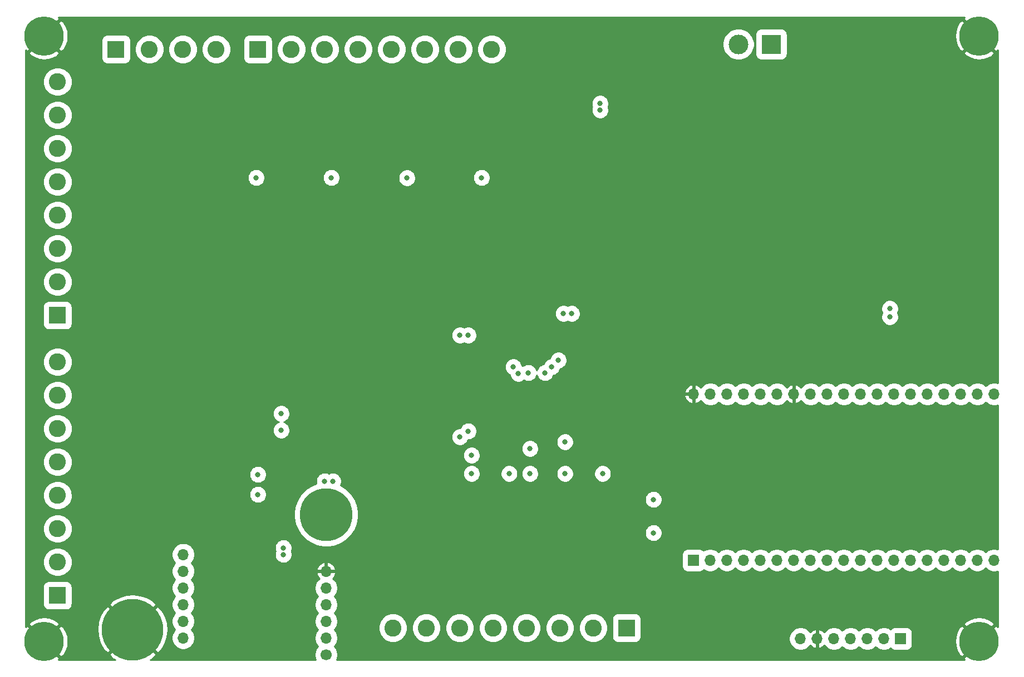
<source format=gbr>
G04 #@! TF.GenerationSoftware,KiCad,Pcbnew,(5.1.5)-3*
G04 #@! TF.CreationDate,2020-07-27T21:58:35-03:00*
G04 #@! TF.ProjectId,ESP32-BOARD,45535033-322d-4424-9f41-52442e6b6963,rev?*
G04 #@! TF.SameCoordinates,Original*
G04 #@! TF.FileFunction,Copper,L2,Inr*
G04 #@! TF.FilePolarity,Positive*
%FSLAX46Y46*%
G04 Gerber Fmt 4.6, Leading zero omitted, Abs format (unit mm)*
G04 Created by KiCad (PCBNEW (5.1.5)-3) date 2020-07-27 21:58:35*
%MOMM*%
%LPD*%
G04 APERTURE LIST*
%ADD10O,1.700000X1.700000*%
%ADD11R,1.700000X1.700000*%
%ADD12C,1.700000*%
%ADD13C,9.400000*%
%ADD14C,0.800000*%
%ADD15C,6.000000*%
%ADD16C,2.600000*%
%ADD17R,2.600000X2.600000*%
%ADD18C,3.000000*%
%ADD19R,3.000000X3.000000*%
%ADD20C,8.000000*%
%ADD21C,0.254000*%
G04 APERTURE END LIST*
D10*
X204698600Y-126974600D03*
X209778600Y-126974600D03*
X197078600Y-126974600D03*
X214858600Y-126974600D03*
X207238600Y-126974600D03*
X212318600Y-126974600D03*
X235204000Y-101676200D03*
X212344000Y-101676200D03*
X240284000Y-101676200D03*
X225044000Y-101676200D03*
X217424000Y-101676200D03*
X209804000Y-101676200D03*
X232664000Y-101676200D03*
X230124000Y-101676200D03*
X204724000Y-101676200D03*
X202184000Y-101676200D03*
X237744000Y-101676200D03*
X227584000Y-101676200D03*
X222504000Y-101676200D03*
X219964000Y-101676200D03*
X207264000Y-101676200D03*
X199644000Y-101676200D03*
X214884000Y-101676200D03*
X197104000Y-101676200D03*
X194564000Y-101676200D03*
X235178600Y-126974600D03*
X240258600Y-126974600D03*
X225018600Y-126974600D03*
X217398600Y-126974600D03*
X232638600Y-126974600D03*
X230098600Y-126974600D03*
X202158600Y-126974600D03*
X237718600Y-126974600D03*
X227558600Y-126974600D03*
X222478600Y-126974600D03*
X219938600Y-126974600D03*
X199618600Y-126974600D03*
D11*
X194538600Y-126974600D03*
D10*
X116903500Y-128651000D03*
X116903500Y-131191000D03*
X116903500Y-126111000D03*
X116903500Y-133731000D03*
X116903500Y-136271000D03*
X116903500Y-138811000D03*
X138645900Y-131216400D03*
X138645900Y-133756400D03*
X138645900Y-128676400D03*
X138645900Y-136296400D03*
X138645900Y-138836400D03*
D12*
X138645900Y-141376400D03*
D10*
X210820000Y-138938000D03*
X213360000Y-138938000D03*
X215900000Y-138938000D03*
X218440000Y-138938000D03*
X220980000Y-138938000D03*
X223520000Y-138938000D03*
D11*
X226060000Y-138938000D03*
D13*
X109207300Y-137541000D03*
D14*
X236207300Y-45339000D03*
X237985300Y-44577000D03*
X239763300Y-48895000D03*
X235445300Y-47117000D03*
X236207300Y-48895000D03*
X237985300Y-49657000D03*
X239763300Y-45339000D03*
X240525300Y-47117000D03*
D15*
X237985300Y-47117000D03*
D14*
X236207300Y-137541000D03*
X237985300Y-136779000D03*
X239763300Y-141097000D03*
X235445300Y-139319000D03*
X236207300Y-141097000D03*
X237985300Y-141859000D03*
X239763300Y-137541000D03*
X240525300Y-139319000D03*
D15*
X237985300Y-139319000D03*
D14*
X93967300Y-137541000D03*
X95745300Y-136779000D03*
X97523300Y-141097000D03*
X93205300Y-139319000D03*
X93967300Y-141097000D03*
X95745300Y-141859000D03*
X97523300Y-137541000D03*
X98285300Y-139319000D03*
D15*
X95745300Y-139319000D03*
D14*
X93967300Y-45339000D03*
X95745300Y-44577000D03*
X97523300Y-48895000D03*
X93205300Y-47117000D03*
X93967300Y-48895000D03*
X95745300Y-49657000D03*
X97523300Y-45339000D03*
X98285300Y-47117000D03*
D15*
X95745300Y-47117000D03*
D16*
X121920000Y-49149000D03*
X116840000Y-49149000D03*
X111760000Y-49149000D03*
D17*
X106680000Y-49149000D03*
D16*
X163817300Y-49149000D03*
X158737300Y-49149000D03*
X153657300Y-49149000D03*
X148577300Y-49149000D03*
X143497300Y-49149000D03*
X138417300Y-49149000D03*
X133337300Y-49149000D03*
D17*
X128257300Y-49149000D03*
D16*
X97777300Y-96774000D03*
X97777300Y-101854000D03*
X97777300Y-106934000D03*
X97777300Y-112014000D03*
X97777300Y-117094000D03*
X97777300Y-122174000D03*
X97777300Y-127254000D03*
D17*
X97777300Y-132334000D03*
D16*
X97777300Y-54102000D03*
X97777300Y-59182000D03*
X97777300Y-64262000D03*
X97777300Y-69342000D03*
X97777300Y-74422000D03*
X97777300Y-79502000D03*
X97777300Y-84582000D03*
D17*
X97777300Y-89662000D03*
D16*
X148805900Y-137287000D03*
X153885900Y-137287000D03*
X158965900Y-137287000D03*
X164045900Y-137287000D03*
X169125900Y-137287000D03*
X174205900Y-137287000D03*
X179285900Y-137287000D03*
D17*
X184365900Y-137287000D03*
D18*
X201375000Y-48387000D03*
D19*
X206375000Y-48387000D03*
D20*
X138671300Y-120015000D03*
D14*
X162801300Y-80899000D03*
X201676000Y-58293000D03*
X200660000Y-58293000D03*
X199644000Y-58293000D03*
X198628000Y-58293000D03*
X197612000Y-58293000D03*
X196596000Y-58293000D03*
X195580000Y-58293000D03*
X202692000Y-58293000D03*
X208788000Y-58293000D03*
X207772000Y-58293000D03*
X209804000Y-58293000D03*
X210820000Y-58293000D03*
X211836000Y-58293000D03*
X206756000Y-58293000D03*
X205740000Y-58293000D03*
X204724000Y-58293000D03*
X203708000Y-58293000D03*
X124333000Y-97663000D03*
X124333000Y-100711000D03*
X124333000Y-109728000D03*
X124333000Y-112776000D03*
X124333000Y-115824000D03*
X197104000Y-135382000D03*
X124333000Y-94361000D03*
X124333000Y-106680000D03*
X124333000Y-103759000D03*
X114808000Y-104648000D03*
X168135300Y-113792000D03*
X182867300Y-113792000D03*
X158610300Y-125857000D03*
X172961300Y-125857000D03*
X151371300Y-80899000D03*
X139941300Y-80899000D03*
X128511300Y-80899000D03*
X115303300Y-66294000D03*
X107951407Y-66294000D03*
X132156200Y-126111000D03*
X176022000Y-89408000D03*
X174752000Y-89408000D03*
X132156200Y-125095000D03*
X224409000Y-89916000D03*
X224408998Y-88646004D03*
X188455300Y-117728990D03*
X166484296Y-113792000D03*
X180708300Y-113792000D03*
X160782000Y-113792000D03*
X160782000Y-110998000D03*
X169672000Y-113792000D03*
X169672000Y-109982000D03*
X174993302Y-108966000D03*
X174993300Y-113792000D03*
X139687300Y-114935000D03*
X138417300Y-114935000D03*
X128016000Y-68707000D03*
X139445994Y-68707000D03*
X150954500Y-68755500D03*
X162306002Y-68707000D03*
X167894000Y-98552000D03*
X173990000Y-96520000D03*
X172974000Y-97536000D03*
X167131994Y-97536000D03*
X171958000Y-98425000D03*
X169418000Y-98424994D03*
X159004000Y-92710000D03*
X159004000Y-108203994D03*
X160274000Y-92709998D03*
X160273992Y-107315000D03*
X131826000Y-107188000D03*
X128270000Y-113919000D03*
X131825994Y-104648000D03*
X128270000Y-116967000D03*
X180340000Y-57404000D03*
X180340000Y-58420000D03*
X188455300Y-122808998D03*
D21*
G36*
X235606219Y-44558314D02*
G01*
X237985300Y-46937395D01*
X237999443Y-46923253D01*
X238179048Y-47102858D01*
X238164905Y-47117000D01*
X240543986Y-49496081D01*
X240818301Y-49299524D01*
X240818300Y-99974103D01*
X240802332Y-99967489D01*
X240459019Y-99899200D01*
X240108981Y-99899200D01*
X239765668Y-99967489D01*
X239442275Y-100101443D01*
X239151229Y-100295914D01*
X239014000Y-100433143D01*
X238876771Y-100295914D01*
X238585725Y-100101443D01*
X238262332Y-99967489D01*
X237919019Y-99899200D01*
X237568981Y-99899200D01*
X237225668Y-99967489D01*
X236902275Y-100101443D01*
X236611229Y-100295914D01*
X236474000Y-100433143D01*
X236336771Y-100295914D01*
X236045725Y-100101443D01*
X235722332Y-99967489D01*
X235379019Y-99899200D01*
X235028981Y-99899200D01*
X234685668Y-99967489D01*
X234362275Y-100101443D01*
X234071229Y-100295914D01*
X233934000Y-100433143D01*
X233796771Y-100295914D01*
X233505725Y-100101443D01*
X233182332Y-99967489D01*
X232839019Y-99899200D01*
X232488981Y-99899200D01*
X232145668Y-99967489D01*
X231822275Y-100101443D01*
X231531229Y-100295914D01*
X231394000Y-100433143D01*
X231256771Y-100295914D01*
X230965725Y-100101443D01*
X230642332Y-99967489D01*
X230299019Y-99899200D01*
X229948981Y-99899200D01*
X229605668Y-99967489D01*
X229282275Y-100101443D01*
X228991229Y-100295914D01*
X228854000Y-100433143D01*
X228716771Y-100295914D01*
X228425725Y-100101443D01*
X228102332Y-99967489D01*
X227759019Y-99899200D01*
X227408981Y-99899200D01*
X227065668Y-99967489D01*
X226742275Y-100101443D01*
X226451229Y-100295914D01*
X226314000Y-100433143D01*
X226176771Y-100295914D01*
X225885725Y-100101443D01*
X225562332Y-99967489D01*
X225219019Y-99899200D01*
X224868981Y-99899200D01*
X224525668Y-99967489D01*
X224202275Y-100101443D01*
X223911229Y-100295914D01*
X223774000Y-100433143D01*
X223636771Y-100295914D01*
X223345725Y-100101443D01*
X223022332Y-99967489D01*
X222679019Y-99899200D01*
X222328981Y-99899200D01*
X221985668Y-99967489D01*
X221662275Y-100101443D01*
X221371229Y-100295914D01*
X221234000Y-100433143D01*
X221096771Y-100295914D01*
X220805725Y-100101443D01*
X220482332Y-99967489D01*
X220139019Y-99899200D01*
X219788981Y-99899200D01*
X219445668Y-99967489D01*
X219122275Y-100101443D01*
X218831229Y-100295914D01*
X218694000Y-100433143D01*
X218556771Y-100295914D01*
X218265725Y-100101443D01*
X217942332Y-99967489D01*
X217599019Y-99899200D01*
X217248981Y-99899200D01*
X216905668Y-99967489D01*
X216582275Y-100101443D01*
X216291229Y-100295914D01*
X216154000Y-100433143D01*
X216016771Y-100295914D01*
X215725725Y-100101443D01*
X215402332Y-99967489D01*
X215059019Y-99899200D01*
X214708981Y-99899200D01*
X214365668Y-99967489D01*
X214042275Y-100101443D01*
X213751229Y-100295914D01*
X213614000Y-100433143D01*
X213476771Y-100295914D01*
X213185725Y-100101443D01*
X212862332Y-99967489D01*
X212519019Y-99899200D01*
X212168981Y-99899200D01*
X211825668Y-99967489D01*
X211502275Y-100101443D01*
X211211229Y-100295914D01*
X210963714Y-100543429D01*
X210882336Y-100665220D01*
X210804269Y-100578612D01*
X210570920Y-100404559D01*
X210308099Y-100279375D01*
X210160890Y-100234724D01*
X209931000Y-100356045D01*
X209931000Y-101549200D01*
X209951000Y-101549200D01*
X209951000Y-101803200D01*
X209931000Y-101803200D01*
X209931000Y-102996355D01*
X210160890Y-103117676D01*
X210308099Y-103073025D01*
X210570920Y-102947841D01*
X210804269Y-102773788D01*
X210882336Y-102687180D01*
X210963714Y-102808971D01*
X211211229Y-103056486D01*
X211502275Y-103250957D01*
X211825668Y-103384911D01*
X212168981Y-103453200D01*
X212519019Y-103453200D01*
X212862332Y-103384911D01*
X213185725Y-103250957D01*
X213476771Y-103056486D01*
X213614000Y-102919257D01*
X213751229Y-103056486D01*
X214042275Y-103250957D01*
X214365668Y-103384911D01*
X214708981Y-103453200D01*
X215059019Y-103453200D01*
X215402332Y-103384911D01*
X215725725Y-103250957D01*
X216016771Y-103056486D01*
X216154000Y-102919257D01*
X216291229Y-103056486D01*
X216582275Y-103250957D01*
X216905668Y-103384911D01*
X217248981Y-103453200D01*
X217599019Y-103453200D01*
X217942332Y-103384911D01*
X218265725Y-103250957D01*
X218556771Y-103056486D01*
X218694000Y-102919257D01*
X218831229Y-103056486D01*
X219122275Y-103250957D01*
X219445668Y-103384911D01*
X219788981Y-103453200D01*
X220139019Y-103453200D01*
X220482332Y-103384911D01*
X220805725Y-103250957D01*
X221096771Y-103056486D01*
X221234000Y-102919257D01*
X221371229Y-103056486D01*
X221662275Y-103250957D01*
X221985668Y-103384911D01*
X222328981Y-103453200D01*
X222679019Y-103453200D01*
X223022332Y-103384911D01*
X223345725Y-103250957D01*
X223636771Y-103056486D01*
X223774000Y-102919257D01*
X223911229Y-103056486D01*
X224202275Y-103250957D01*
X224525668Y-103384911D01*
X224868981Y-103453200D01*
X225219019Y-103453200D01*
X225562332Y-103384911D01*
X225885725Y-103250957D01*
X226176771Y-103056486D01*
X226314000Y-102919257D01*
X226451229Y-103056486D01*
X226742275Y-103250957D01*
X227065668Y-103384911D01*
X227408981Y-103453200D01*
X227759019Y-103453200D01*
X228102332Y-103384911D01*
X228425725Y-103250957D01*
X228716771Y-103056486D01*
X228854000Y-102919257D01*
X228991229Y-103056486D01*
X229282275Y-103250957D01*
X229605668Y-103384911D01*
X229948981Y-103453200D01*
X230299019Y-103453200D01*
X230642332Y-103384911D01*
X230965725Y-103250957D01*
X231256771Y-103056486D01*
X231394000Y-102919257D01*
X231531229Y-103056486D01*
X231822275Y-103250957D01*
X232145668Y-103384911D01*
X232488981Y-103453200D01*
X232839019Y-103453200D01*
X233182332Y-103384911D01*
X233505725Y-103250957D01*
X233796771Y-103056486D01*
X233934000Y-102919257D01*
X234071229Y-103056486D01*
X234362275Y-103250957D01*
X234685668Y-103384911D01*
X235028981Y-103453200D01*
X235379019Y-103453200D01*
X235722332Y-103384911D01*
X236045725Y-103250957D01*
X236336771Y-103056486D01*
X236474000Y-102919257D01*
X236611229Y-103056486D01*
X236902275Y-103250957D01*
X237225668Y-103384911D01*
X237568981Y-103453200D01*
X237919019Y-103453200D01*
X238262332Y-103384911D01*
X238585725Y-103250957D01*
X238876771Y-103056486D01*
X239014000Y-102919257D01*
X239151229Y-103056486D01*
X239442275Y-103250957D01*
X239765668Y-103384911D01*
X240108981Y-103453200D01*
X240459019Y-103453200D01*
X240802332Y-103384911D01*
X240818300Y-103378297D01*
X240818300Y-125283024D01*
X240776932Y-125265889D01*
X240433619Y-125197600D01*
X240083581Y-125197600D01*
X239740268Y-125265889D01*
X239416875Y-125399843D01*
X239125829Y-125594314D01*
X238988600Y-125731543D01*
X238851371Y-125594314D01*
X238560325Y-125399843D01*
X238236932Y-125265889D01*
X237893619Y-125197600D01*
X237543581Y-125197600D01*
X237200268Y-125265889D01*
X236876875Y-125399843D01*
X236585829Y-125594314D01*
X236448600Y-125731543D01*
X236311371Y-125594314D01*
X236020325Y-125399843D01*
X235696932Y-125265889D01*
X235353619Y-125197600D01*
X235003581Y-125197600D01*
X234660268Y-125265889D01*
X234336875Y-125399843D01*
X234045829Y-125594314D01*
X233908600Y-125731543D01*
X233771371Y-125594314D01*
X233480325Y-125399843D01*
X233156932Y-125265889D01*
X232813619Y-125197600D01*
X232463581Y-125197600D01*
X232120268Y-125265889D01*
X231796875Y-125399843D01*
X231505829Y-125594314D01*
X231368600Y-125731543D01*
X231231371Y-125594314D01*
X230940325Y-125399843D01*
X230616932Y-125265889D01*
X230273619Y-125197600D01*
X229923581Y-125197600D01*
X229580268Y-125265889D01*
X229256875Y-125399843D01*
X228965829Y-125594314D01*
X228828600Y-125731543D01*
X228691371Y-125594314D01*
X228400325Y-125399843D01*
X228076932Y-125265889D01*
X227733619Y-125197600D01*
X227383581Y-125197600D01*
X227040268Y-125265889D01*
X226716875Y-125399843D01*
X226425829Y-125594314D01*
X226288600Y-125731543D01*
X226151371Y-125594314D01*
X225860325Y-125399843D01*
X225536932Y-125265889D01*
X225193619Y-125197600D01*
X224843581Y-125197600D01*
X224500268Y-125265889D01*
X224176875Y-125399843D01*
X223885829Y-125594314D01*
X223748600Y-125731543D01*
X223611371Y-125594314D01*
X223320325Y-125399843D01*
X222996932Y-125265889D01*
X222653619Y-125197600D01*
X222303581Y-125197600D01*
X221960268Y-125265889D01*
X221636875Y-125399843D01*
X221345829Y-125594314D01*
X221208600Y-125731543D01*
X221071371Y-125594314D01*
X220780325Y-125399843D01*
X220456932Y-125265889D01*
X220113619Y-125197600D01*
X219763581Y-125197600D01*
X219420268Y-125265889D01*
X219096875Y-125399843D01*
X218805829Y-125594314D01*
X218668600Y-125731543D01*
X218531371Y-125594314D01*
X218240325Y-125399843D01*
X217916932Y-125265889D01*
X217573619Y-125197600D01*
X217223581Y-125197600D01*
X216880268Y-125265889D01*
X216556875Y-125399843D01*
X216265829Y-125594314D01*
X216128600Y-125731543D01*
X215991371Y-125594314D01*
X215700325Y-125399843D01*
X215376932Y-125265889D01*
X215033619Y-125197600D01*
X214683581Y-125197600D01*
X214340268Y-125265889D01*
X214016875Y-125399843D01*
X213725829Y-125594314D01*
X213588600Y-125731543D01*
X213451371Y-125594314D01*
X213160325Y-125399843D01*
X212836932Y-125265889D01*
X212493619Y-125197600D01*
X212143581Y-125197600D01*
X211800268Y-125265889D01*
X211476875Y-125399843D01*
X211185829Y-125594314D01*
X211048600Y-125731543D01*
X210911371Y-125594314D01*
X210620325Y-125399843D01*
X210296932Y-125265889D01*
X209953619Y-125197600D01*
X209603581Y-125197600D01*
X209260268Y-125265889D01*
X208936875Y-125399843D01*
X208645829Y-125594314D01*
X208508600Y-125731543D01*
X208371371Y-125594314D01*
X208080325Y-125399843D01*
X207756932Y-125265889D01*
X207413619Y-125197600D01*
X207063581Y-125197600D01*
X206720268Y-125265889D01*
X206396875Y-125399843D01*
X206105829Y-125594314D01*
X205968600Y-125731543D01*
X205831371Y-125594314D01*
X205540325Y-125399843D01*
X205216932Y-125265889D01*
X204873619Y-125197600D01*
X204523581Y-125197600D01*
X204180268Y-125265889D01*
X203856875Y-125399843D01*
X203565829Y-125594314D01*
X203428600Y-125731543D01*
X203291371Y-125594314D01*
X203000325Y-125399843D01*
X202676932Y-125265889D01*
X202333619Y-125197600D01*
X201983581Y-125197600D01*
X201640268Y-125265889D01*
X201316875Y-125399843D01*
X201025829Y-125594314D01*
X200888600Y-125731543D01*
X200751371Y-125594314D01*
X200460325Y-125399843D01*
X200136932Y-125265889D01*
X199793619Y-125197600D01*
X199443581Y-125197600D01*
X199100268Y-125265889D01*
X198776875Y-125399843D01*
X198485829Y-125594314D01*
X198348600Y-125731543D01*
X198211371Y-125594314D01*
X197920325Y-125399843D01*
X197596932Y-125265889D01*
X197253619Y-125197600D01*
X196903581Y-125197600D01*
X196560268Y-125265889D01*
X196236875Y-125399843D01*
X196079379Y-125505079D01*
X196047259Y-125465941D01*
X195906105Y-125350099D01*
X195745064Y-125264020D01*
X195570324Y-125211013D01*
X195388600Y-125193115D01*
X193688600Y-125193115D01*
X193506876Y-125211013D01*
X193332136Y-125264020D01*
X193171095Y-125350099D01*
X193029941Y-125465941D01*
X192914099Y-125607095D01*
X192828020Y-125768136D01*
X192775013Y-125942876D01*
X192757115Y-126124600D01*
X192757115Y-127824600D01*
X192775013Y-128006324D01*
X192828020Y-128181064D01*
X192914099Y-128342105D01*
X193029941Y-128483259D01*
X193171095Y-128599101D01*
X193332136Y-128685180D01*
X193506876Y-128738187D01*
X193688600Y-128756085D01*
X195388600Y-128756085D01*
X195570324Y-128738187D01*
X195745064Y-128685180D01*
X195906105Y-128599101D01*
X196047259Y-128483259D01*
X196079379Y-128444121D01*
X196236875Y-128549357D01*
X196560268Y-128683311D01*
X196903581Y-128751600D01*
X197253619Y-128751600D01*
X197596932Y-128683311D01*
X197920325Y-128549357D01*
X198211371Y-128354886D01*
X198348600Y-128217657D01*
X198485829Y-128354886D01*
X198776875Y-128549357D01*
X199100268Y-128683311D01*
X199443581Y-128751600D01*
X199793619Y-128751600D01*
X200136932Y-128683311D01*
X200460325Y-128549357D01*
X200751371Y-128354886D01*
X200888600Y-128217657D01*
X201025829Y-128354886D01*
X201316875Y-128549357D01*
X201640268Y-128683311D01*
X201983581Y-128751600D01*
X202333619Y-128751600D01*
X202676932Y-128683311D01*
X203000325Y-128549357D01*
X203291371Y-128354886D01*
X203428600Y-128217657D01*
X203565829Y-128354886D01*
X203856875Y-128549357D01*
X204180268Y-128683311D01*
X204523581Y-128751600D01*
X204873619Y-128751600D01*
X205216932Y-128683311D01*
X205540325Y-128549357D01*
X205831371Y-128354886D01*
X205968600Y-128217657D01*
X206105829Y-128354886D01*
X206396875Y-128549357D01*
X206720268Y-128683311D01*
X207063581Y-128751600D01*
X207413619Y-128751600D01*
X207756932Y-128683311D01*
X208080325Y-128549357D01*
X208371371Y-128354886D01*
X208508600Y-128217657D01*
X208645829Y-128354886D01*
X208936875Y-128549357D01*
X209260268Y-128683311D01*
X209603581Y-128751600D01*
X209953619Y-128751600D01*
X210296932Y-128683311D01*
X210620325Y-128549357D01*
X210911371Y-128354886D01*
X211048600Y-128217657D01*
X211185829Y-128354886D01*
X211476875Y-128549357D01*
X211800268Y-128683311D01*
X212143581Y-128751600D01*
X212493619Y-128751600D01*
X212836932Y-128683311D01*
X213160325Y-128549357D01*
X213451371Y-128354886D01*
X213588600Y-128217657D01*
X213725829Y-128354886D01*
X214016875Y-128549357D01*
X214340268Y-128683311D01*
X214683581Y-128751600D01*
X215033619Y-128751600D01*
X215376932Y-128683311D01*
X215700325Y-128549357D01*
X215991371Y-128354886D01*
X216128600Y-128217657D01*
X216265829Y-128354886D01*
X216556875Y-128549357D01*
X216880268Y-128683311D01*
X217223581Y-128751600D01*
X217573619Y-128751600D01*
X217916932Y-128683311D01*
X218240325Y-128549357D01*
X218531371Y-128354886D01*
X218668600Y-128217657D01*
X218805829Y-128354886D01*
X219096875Y-128549357D01*
X219420268Y-128683311D01*
X219763581Y-128751600D01*
X220113619Y-128751600D01*
X220456932Y-128683311D01*
X220780325Y-128549357D01*
X221071371Y-128354886D01*
X221208600Y-128217657D01*
X221345829Y-128354886D01*
X221636875Y-128549357D01*
X221960268Y-128683311D01*
X222303581Y-128751600D01*
X222653619Y-128751600D01*
X222996932Y-128683311D01*
X223320325Y-128549357D01*
X223611371Y-128354886D01*
X223748600Y-128217657D01*
X223885829Y-128354886D01*
X224176875Y-128549357D01*
X224500268Y-128683311D01*
X224843581Y-128751600D01*
X225193619Y-128751600D01*
X225536932Y-128683311D01*
X225860325Y-128549357D01*
X226151371Y-128354886D01*
X226288600Y-128217657D01*
X226425829Y-128354886D01*
X226716875Y-128549357D01*
X227040268Y-128683311D01*
X227383581Y-128751600D01*
X227733619Y-128751600D01*
X228076932Y-128683311D01*
X228400325Y-128549357D01*
X228691371Y-128354886D01*
X228828600Y-128217657D01*
X228965829Y-128354886D01*
X229256875Y-128549357D01*
X229580268Y-128683311D01*
X229923581Y-128751600D01*
X230273619Y-128751600D01*
X230616932Y-128683311D01*
X230940325Y-128549357D01*
X231231371Y-128354886D01*
X231368600Y-128217657D01*
X231505829Y-128354886D01*
X231796875Y-128549357D01*
X232120268Y-128683311D01*
X232463581Y-128751600D01*
X232813619Y-128751600D01*
X233156932Y-128683311D01*
X233480325Y-128549357D01*
X233771371Y-128354886D01*
X233908600Y-128217657D01*
X234045829Y-128354886D01*
X234336875Y-128549357D01*
X234660268Y-128683311D01*
X235003581Y-128751600D01*
X235353619Y-128751600D01*
X235696932Y-128683311D01*
X236020325Y-128549357D01*
X236311371Y-128354886D01*
X236448600Y-128217657D01*
X236585829Y-128354886D01*
X236876875Y-128549357D01*
X237200268Y-128683311D01*
X237543581Y-128751600D01*
X237893619Y-128751600D01*
X238236932Y-128683311D01*
X238560325Y-128549357D01*
X238851371Y-128354886D01*
X238988600Y-128217657D01*
X239125829Y-128354886D01*
X239416875Y-128549357D01*
X239740268Y-128683311D01*
X240083581Y-128751600D01*
X240433619Y-128751600D01*
X240776932Y-128683311D01*
X240818300Y-128666176D01*
X240818300Y-137136476D01*
X240543986Y-136939919D01*
X238164905Y-139319000D01*
X238179048Y-139333143D01*
X237999443Y-139512748D01*
X237985300Y-139498605D01*
X235606219Y-141877686D01*
X235802776Y-142152000D01*
X140248047Y-142152000D01*
X140354611Y-141894732D01*
X140422900Y-141551419D01*
X140422900Y-141201381D01*
X140354611Y-140858068D01*
X140220657Y-140534675D01*
X140026186Y-140243629D01*
X139888957Y-140106400D01*
X140026186Y-139969171D01*
X140220657Y-139678125D01*
X140354611Y-139354732D01*
X140422900Y-139011419D01*
X140422900Y-138661381D01*
X140354611Y-138318068D01*
X140220657Y-137994675D01*
X140026186Y-137703629D01*
X139888957Y-137566400D01*
X140026186Y-137429171D01*
X140220657Y-137138125D01*
X140249844Y-137067660D01*
X146578900Y-137067660D01*
X146578900Y-137506340D01*
X146664482Y-137936592D01*
X146832358Y-138341880D01*
X147076076Y-138706630D01*
X147386270Y-139016824D01*
X147751020Y-139260542D01*
X148156308Y-139428418D01*
X148586560Y-139514000D01*
X149025240Y-139514000D01*
X149455492Y-139428418D01*
X149860780Y-139260542D01*
X150225530Y-139016824D01*
X150535724Y-138706630D01*
X150779442Y-138341880D01*
X150947318Y-137936592D01*
X151032900Y-137506340D01*
X151032900Y-137067660D01*
X151658900Y-137067660D01*
X151658900Y-137506340D01*
X151744482Y-137936592D01*
X151912358Y-138341880D01*
X152156076Y-138706630D01*
X152466270Y-139016824D01*
X152831020Y-139260542D01*
X153236308Y-139428418D01*
X153666560Y-139514000D01*
X154105240Y-139514000D01*
X154535492Y-139428418D01*
X154940780Y-139260542D01*
X155305530Y-139016824D01*
X155615724Y-138706630D01*
X155859442Y-138341880D01*
X156027318Y-137936592D01*
X156112900Y-137506340D01*
X156112900Y-137067660D01*
X156738900Y-137067660D01*
X156738900Y-137506340D01*
X156824482Y-137936592D01*
X156992358Y-138341880D01*
X157236076Y-138706630D01*
X157546270Y-139016824D01*
X157911020Y-139260542D01*
X158316308Y-139428418D01*
X158746560Y-139514000D01*
X159185240Y-139514000D01*
X159615492Y-139428418D01*
X160020780Y-139260542D01*
X160385530Y-139016824D01*
X160695724Y-138706630D01*
X160939442Y-138341880D01*
X161107318Y-137936592D01*
X161192900Y-137506340D01*
X161192900Y-137067660D01*
X161818900Y-137067660D01*
X161818900Y-137506340D01*
X161904482Y-137936592D01*
X162072358Y-138341880D01*
X162316076Y-138706630D01*
X162626270Y-139016824D01*
X162991020Y-139260542D01*
X163396308Y-139428418D01*
X163826560Y-139514000D01*
X164265240Y-139514000D01*
X164695492Y-139428418D01*
X165100780Y-139260542D01*
X165465530Y-139016824D01*
X165775724Y-138706630D01*
X166019442Y-138341880D01*
X166187318Y-137936592D01*
X166272900Y-137506340D01*
X166272900Y-137067660D01*
X166898900Y-137067660D01*
X166898900Y-137506340D01*
X166984482Y-137936592D01*
X167152358Y-138341880D01*
X167396076Y-138706630D01*
X167706270Y-139016824D01*
X168071020Y-139260542D01*
X168476308Y-139428418D01*
X168906560Y-139514000D01*
X169345240Y-139514000D01*
X169775492Y-139428418D01*
X170180780Y-139260542D01*
X170545530Y-139016824D01*
X170855724Y-138706630D01*
X171099442Y-138341880D01*
X171267318Y-137936592D01*
X171352900Y-137506340D01*
X171352900Y-137067660D01*
X171978900Y-137067660D01*
X171978900Y-137506340D01*
X172064482Y-137936592D01*
X172232358Y-138341880D01*
X172476076Y-138706630D01*
X172786270Y-139016824D01*
X173151020Y-139260542D01*
X173556308Y-139428418D01*
X173986560Y-139514000D01*
X174425240Y-139514000D01*
X174855492Y-139428418D01*
X175260780Y-139260542D01*
X175625530Y-139016824D01*
X175935724Y-138706630D01*
X176179442Y-138341880D01*
X176347318Y-137936592D01*
X176432900Y-137506340D01*
X176432900Y-137067660D01*
X177058900Y-137067660D01*
X177058900Y-137506340D01*
X177144482Y-137936592D01*
X177312358Y-138341880D01*
X177556076Y-138706630D01*
X177866270Y-139016824D01*
X178231020Y-139260542D01*
X178636308Y-139428418D01*
X179066560Y-139514000D01*
X179505240Y-139514000D01*
X179935492Y-139428418D01*
X180340780Y-139260542D01*
X180705530Y-139016824D01*
X181015724Y-138706630D01*
X181259442Y-138341880D01*
X181427318Y-137936592D01*
X181512900Y-137506340D01*
X181512900Y-137067660D01*
X181427318Y-136637408D01*
X181259442Y-136232120D01*
X181095659Y-135987000D01*
X182134415Y-135987000D01*
X182134415Y-138587000D01*
X182152313Y-138768724D01*
X182205320Y-138943464D01*
X182291399Y-139104505D01*
X182407241Y-139245659D01*
X182548395Y-139361501D01*
X182709436Y-139447580D01*
X182884176Y-139500587D01*
X183065900Y-139518485D01*
X185665900Y-139518485D01*
X185847624Y-139500587D01*
X186022364Y-139447580D01*
X186183405Y-139361501D01*
X186324559Y-139245659D01*
X186440401Y-139104505D01*
X186526480Y-138943464D01*
X186579487Y-138768724D01*
X186580052Y-138762981D01*
X209043000Y-138762981D01*
X209043000Y-139113019D01*
X209111289Y-139456332D01*
X209245243Y-139779725D01*
X209439714Y-140070771D01*
X209687229Y-140318286D01*
X209978275Y-140512757D01*
X210301668Y-140646711D01*
X210644981Y-140715000D01*
X210995019Y-140715000D01*
X211338332Y-140646711D01*
X211661725Y-140512757D01*
X211952771Y-140318286D01*
X212200286Y-140070771D01*
X212281664Y-139948980D01*
X212359731Y-140035588D01*
X212593080Y-140209641D01*
X212855901Y-140334825D01*
X213003110Y-140379476D01*
X213233000Y-140258155D01*
X213233000Y-139065000D01*
X213213000Y-139065000D01*
X213213000Y-138811000D01*
X213233000Y-138811000D01*
X213233000Y-137617845D01*
X213487000Y-137617845D01*
X213487000Y-138811000D01*
X213507000Y-138811000D01*
X213507000Y-139065000D01*
X213487000Y-139065000D01*
X213487000Y-140258155D01*
X213716890Y-140379476D01*
X213864099Y-140334825D01*
X214126920Y-140209641D01*
X214360269Y-140035588D01*
X214438336Y-139948980D01*
X214519714Y-140070771D01*
X214767229Y-140318286D01*
X215058275Y-140512757D01*
X215381668Y-140646711D01*
X215724981Y-140715000D01*
X216075019Y-140715000D01*
X216418332Y-140646711D01*
X216741725Y-140512757D01*
X217032771Y-140318286D01*
X217170000Y-140181057D01*
X217307229Y-140318286D01*
X217598275Y-140512757D01*
X217921668Y-140646711D01*
X218264981Y-140715000D01*
X218615019Y-140715000D01*
X218958332Y-140646711D01*
X219281725Y-140512757D01*
X219572771Y-140318286D01*
X219710000Y-140181057D01*
X219847229Y-140318286D01*
X220138275Y-140512757D01*
X220461668Y-140646711D01*
X220804981Y-140715000D01*
X221155019Y-140715000D01*
X221498332Y-140646711D01*
X221821725Y-140512757D01*
X222112771Y-140318286D01*
X222250000Y-140181057D01*
X222387229Y-140318286D01*
X222678275Y-140512757D01*
X223001668Y-140646711D01*
X223344981Y-140715000D01*
X223695019Y-140715000D01*
X224038332Y-140646711D01*
X224361725Y-140512757D01*
X224519221Y-140407521D01*
X224551341Y-140446659D01*
X224692495Y-140562501D01*
X224853536Y-140648580D01*
X225028276Y-140701587D01*
X225210000Y-140719485D01*
X226910000Y-140719485D01*
X227091724Y-140701587D01*
X227266464Y-140648580D01*
X227427505Y-140562501D01*
X227568659Y-140446659D01*
X227684501Y-140305505D01*
X227770580Y-140144464D01*
X227823587Y-139969724D01*
X227841485Y-139788000D01*
X227841485Y-139302589D01*
X234332750Y-139302589D01*
X234399731Y-140015482D01*
X234604504Y-140701609D01*
X234939198Y-141334603D01*
X234957432Y-141361894D01*
X235426614Y-141698081D01*
X237805695Y-139319000D01*
X235426614Y-136939919D01*
X234957432Y-137276106D01*
X234617063Y-137906068D01*
X234406134Y-138590327D01*
X234332750Y-139302589D01*
X227841485Y-139302589D01*
X227841485Y-138088000D01*
X227823587Y-137906276D01*
X227770580Y-137731536D01*
X227684501Y-137570495D01*
X227568659Y-137429341D01*
X227427505Y-137313499D01*
X227266464Y-137227420D01*
X227091724Y-137174413D01*
X226910000Y-137156515D01*
X225210000Y-137156515D01*
X225028276Y-137174413D01*
X224853536Y-137227420D01*
X224692495Y-137313499D01*
X224551341Y-137429341D01*
X224519221Y-137468479D01*
X224361725Y-137363243D01*
X224038332Y-137229289D01*
X223695019Y-137161000D01*
X223344981Y-137161000D01*
X223001668Y-137229289D01*
X222678275Y-137363243D01*
X222387229Y-137557714D01*
X222250000Y-137694943D01*
X222112771Y-137557714D01*
X221821725Y-137363243D01*
X221498332Y-137229289D01*
X221155019Y-137161000D01*
X220804981Y-137161000D01*
X220461668Y-137229289D01*
X220138275Y-137363243D01*
X219847229Y-137557714D01*
X219710000Y-137694943D01*
X219572771Y-137557714D01*
X219281725Y-137363243D01*
X218958332Y-137229289D01*
X218615019Y-137161000D01*
X218264981Y-137161000D01*
X217921668Y-137229289D01*
X217598275Y-137363243D01*
X217307229Y-137557714D01*
X217170000Y-137694943D01*
X217032771Y-137557714D01*
X216741725Y-137363243D01*
X216418332Y-137229289D01*
X216075019Y-137161000D01*
X215724981Y-137161000D01*
X215381668Y-137229289D01*
X215058275Y-137363243D01*
X214767229Y-137557714D01*
X214519714Y-137805229D01*
X214438336Y-137927020D01*
X214360269Y-137840412D01*
X214126920Y-137666359D01*
X213864099Y-137541175D01*
X213716890Y-137496524D01*
X213487000Y-137617845D01*
X213233000Y-137617845D01*
X213003110Y-137496524D01*
X212855901Y-137541175D01*
X212593080Y-137666359D01*
X212359731Y-137840412D01*
X212281664Y-137927020D01*
X212200286Y-137805229D01*
X211952771Y-137557714D01*
X211661725Y-137363243D01*
X211338332Y-137229289D01*
X210995019Y-137161000D01*
X210644981Y-137161000D01*
X210301668Y-137229289D01*
X209978275Y-137363243D01*
X209687229Y-137557714D01*
X209439714Y-137805229D01*
X209245243Y-138096275D01*
X209111289Y-138419668D01*
X209043000Y-138762981D01*
X186580052Y-138762981D01*
X186597385Y-138587000D01*
X186597385Y-136760314D01*
X235606219Y-136760314D01*
X237985300Y-139139395D01*
X240364381Y-136760314D01*
X240028194Y-136291132D01*
X239398232Y-135950763D01*
X238713973Y-135739834D01*
X238001711Y-135666450D01*
X237288818Y-135733431D01*
X236602691Y-135938204D01*
X235969697Y-136272898D01*
X235942406Y-136291132D01*
X235606219Y-136760314D01*
X186597385Y-136760314D01*
X186597385Y-135987000D01*
X186579487Y-135805276D01*
X186526480Y-135630536D01*
X186440401Y-135469495D01*
X186324559Y-135328341D01*
X186183405Y-135212499D01*
X186022364Y-135126420D01*
X185847624Y-135073413D01*
X185665900Y-135055515D01*
X183065900Y-135055515D01*
X182884176Y-135073413D01*
X182709436Y-135126420D01*
X182548395Y-135212499D01*
X182407241Y-135328341D01*
X182291399Y-135469495D01*
X182205320Y-135630536D01*
X182152313Y-135805276D01*
X182134415Y-135987000D01*
X181095659Y-135987000D01*
X181015724Y-135867370D01*
X180705530Y-135557176D01*
X180340780Y-135313458D01*
X179935492Y-135145582D01*
X179505240Y-135060000D01*
X179066560Y-135060000D01*
X178636308Y-135145582D01*
X178231020Y-135313458D01*
X177866270Y-135557176D01*
X177556076Y-135867370D01*
X177312358Y-136232120D01*
X177144482Y-136637408D01*
X177058900Y-137067660D01*
X176432900Y-137067660D01*
X176347318Y-136637408D01*
X176179442Y-136232120D01*
X175935724Y-135867370D01*
X175625530Y-135557176D01*
X175260780Y-135313458D01*
X174855492Y-135145582D01*
X174425240Y-135060000D01*
X173986560Y-135060000D01*
X173556308Y-135145582D01*
X173151020Y-135313458D01*
X172786270Y-135557176D01*
X172476076Y-135867370D01*
X172232358Y-136232120D01*
X172064482Y-136637408D01*
X171978900Y-137067660D01*
X171352900Y-137067660D01*
X171267318Y-136637408D01*
X171099442Y-136232120D01*
X170855724Y-135867370D01*
X170545530Y-135557176D01*
X170180780Y-135313458D01*
X169775492Y-135145582D01*
X169345240Y-135060000D01*
X168906560Y-135060000D01*
X168476308Y-135145582D01*
X168071020Y-135313458D01*
X167706270Y-135557176D01*
X167396076Y-135867370D01*
X167152358Y-136232120D01*
X166984482Y-136637408D01*
X166898900Y-137067660D01*
X166272900Y-137067660D01*
X166187318Y-136637408D01*
X166019442Y-136232120D01*
X165775724Y-135867370D01*
X165465530Y-135557176D01*
X165100780Y-135313458D01*
X164695492Y-135145582D01*
X164265240Y-135060000D01*
X163826560Y-135060000D01*
X163396308Y-135145582D01*
X162991020Y-135313458D01*
X162626270Y-135557176D01*
X162316076Y-135867370D01*
X162072358Y-136232120D01*
X161904482Y-136637408D01*
X161818900Y-137067660D01*
X161192900Y-137067660D01*
X161107318Y-136637408D01*
X160939442Y-136232120D01*
X160695724Y-135867370D01*
X160385530Y-135557176D01*
X160020780Y-135313458D01*
X159615492Y-135145582D01*
X159185240Y-135060000D01*
X158746560Y-135060000D01*
X158316308Y-135145582D01*
X157911020Y-135313458D01*
X157546270Y-135557176D01*
X157236076Y-135867370D01*
X156992358Y-136232120D01*
X156824482Y-136637408D01*
X156738900Y-137067660D01*
X156112900Y-137067660D01*
X156027318Y-136637408D01*
X155859442Y-136232120D01*
X155615724Y-135867370D01*
X155305530Y-135557176D01*
X154940780Y-135313458D01*
X154535492Y-135145582D01*
X154105240Y-135060000D01*
X153666560Y-135060000D01*
X153236308Y-135145582D01*
X152831020Y-135313458D01*
X152466270Y-135557176D01*
X152156076Y-135867370D01*
X151912358Y-136232120D01*
X151744482Y-136637408D01*
X151658900Y-137067660D01*
X151032900Y-137067660D01*
X150947318Y-136637408D01*
X150779442Y-136232120D01*
X150535724Y-135867370D01*
X150225530Y-135557176D01*
X149860780Y-135313458D01*
X149455492Y-135145582D01*
X149025240Y-135060000D01*
X148586560Y-135060000D01*
X148156308Y-135145582D01*
X147751020Y-135313458D01*
X147386270Y-135557176D01*
X147076076Y-135867370D01*
X146832358Y-136232120D01*
X146664482Y-136637408D01*
X146578900Y-137067660D01*
X140249844Y-137067660D01*
X140354611Y-136814732D01*
X140422900Y-136471419D01*
X140422900Y-136121381D01*
X140354611Y-135778068D01*
X140220657Y-135454675D01*
X140026186Y-135163629D01*
X139888957Y-135026400D01*
X140026186Y-134889171D01*
X140220657Y-134598125D01*
X140354611Y-134274732D01*
X140422900Y-133931419D01*
X140422900Y-133581381D01*
X140354611Y-133238068D01*
X140220657Y-132914675D01*
X140026186Y-132623629D01*
X139888957Y-132486400D01*
X140026186Y-132349171D01*
X140220657Y-132058125D01*
X140354611Y-131734732D01*
X140422900Y-131391419D01*
X140422900Y-131041381D01*
X140354611Y-130698068D01*
X140220657Y-130374675D01*
X140026186Y-130083629D01*
X139778671Y-129836114D01*
X139656880Y-129754736D01*
X139743488Y-129676669D01*
X139917541Y-129443320D01*
X140042725Y-129180499D01*
X140087376Y-129033290D01*
X139966055Y-128803400D01*
X138772900Y-128803400D01*
X138772900Y-128823400D01*
X138518900Y-128823400D01*
X138518900Y-128803400D01*
X137325745Y-128803400D01*
X137204424Y-129033290D01*
X137249075Y-129180499D01*
X137374259Y-129443320D01*
X137548312Y-129676669D01*
X137634920Y-129754736D01*
X137513129Y-129836114D01*
X137265614Y-130083629D01*
X137071143Y-130374675D01*
X136937189Y-130698068D01*
X136868900Y-131041381D01*
X136868900Y-131391419D01*
X136937189Y-131734732D01*
X137071143Y-132058125D01*
X137265614Y-132349171D01*
X137402843Y-132486400D01*
X137265614Y-132623629D01*
X137071143Y-132914675D01*
X136937189Y-133238068D01*
X136868900Y-133581381D01*
X136868900Y-133931419D01*
X136937189Y-134274732D01*
X137071143Y-134598125D01*
X137265614Y-134889171D01*
X137402843Y-135026400D01*
X137265614Y-135163629D01*
X137071143Y-135454675D01*
X136937189Y-135778068D01*
X136868900Y-136121381D01*
X136868900Y-136471419D01*
X136937189Y-136814732D01*
X137071143Y-137138125D01*
X137265614Y-137429171D01*
X137402843Y-137566400D01*
X137265614Y-137703629D01*
X137071143Y-137994675D01*
X136937189Y-138318068D01*
X136868900Y-138661381D01*
X136868900Y-139011419D01*
X136937189Y-139354732D01*
X137071143Y-139678125D01*
X137265614Y-139969171D01*
X137402843Y-140106400D01*
X137265614Y-140243629D01*
X137071143Y-140534675D01*
X136937189Y-140858068D01*
X136868900Y-141201381D01*
X136868900Y-141551419D01*
X136937189Y-141894732D01*
X137043753Y-142152000D01*
X111906363Y-142152000D01*
X112115817Y-142044205D01*
X112254678Y-141951421D01*
X112794816Y-141308121D01*
X109207300Y-137720605D01*
X105619784Y-141308121D01*
X106159922Y-141951421D01*
X106521515Y-142152000D01*
X97927824Y-142152000D01*
X98124381Y-141877686D01*
X95745300Y-139498605D01*
X95731158Y-139512748D01*
X95551553Y-139333143D01*
X95565695Y-139319000D01*
X95924905Y-139319000D01*
X98303986Y-141698081D01*
X98773168Y-141361894D01*
X99113537Y-140731932D01*
X99324466Y-140047673D01*
X99397850Y-139335411D01*
X99330869Y-138622518D01*
X99126096Y-137936391D01*
X98872882Y-137457496D01*
X103847136Y-137457496D01*
X103933840Y-138504817D01*
X104223199Y-139515099D01*
X104704095Y-140449517D01*
X104796879Y-140588378D01*
X105440179Y-141128516D01*
X109027695Y-137541000D01*
X109386905Y-137541000D01*
X112974421Y-141128516D01*
X113617721Y-140588378D01*
X114127490Y-139669393D01*
X114448179Y-138668615D01*
X114567464Y-137624504D01*
X114480760Y-136577183D01*
X114191401Y-135566901D01*
X113710505Y-134632483D01*
X113617721Y-134493622D01*
X112974421Y-133953484D01*
X109386905Y-137541000D01*
X109027695Y-137541000D01*
X105440179Y-133953484D01*
X104796879Y-134493622D01*
X104287110Y-135412607D01*
X103966421Y-136413385D01*
X103847136Y-137457496D01*
X98872882Y-137457496D01*
X98791402Y-137303397D01*
X98773168Y-137276106D01*
X98303986Y-136939919D01*
X95924905Y-139319000D01*
X95565695Y-139319000D01*
X93186614Y-136939919D01*
X92912300Y-137136476D01*
X92912300Y-136760314D01*
X93366219Y-136760314D01*
X95745300Y-139139395D01*
X98124381Y-136760314D01*
X97788194Y-136291132D01*
X97158232Y-135950763D01*
X96473973Y-135739834D01*
X95761711Y-135666450D01*
X95048818Y-135733431D01*
X94362691Y-135938204D01*
X93729697Y-136272898D01*
X93702406Y-136291132D01*
X93366219Y-136760314D01*
X92912300Y-136760314D01*
X92912300Y-131034000D01*
X95545815Y-131034000D01*
X95545815Y-133634000D01*
X95563713Y-133815724D01*
X95616720Y-133990464D01*
X95702799Y-134151505D01*
X95818641Y-134292659D01*
X95959795Y-134408501D01*
X96120836Y-134494580D01*
X96295576Y-134547587D01*
X96477300Y-134565485D01*
X99077300Y-134565485D01*
X99259024Y-134547587D01*
X99433764Y-134494580D01*
X99594805Y-134408501D01*
X99735959Y-134292659D01*
X99851801Y-134151505D01*
X99937880Y-133990464D01*
X99990887Y-133815724D01*
X99995008Y-133773879D01*
X105619784Y-133773879D01*
X109207300Y-137361395D01*
X112794816Y-133773879D01*
X112254678Y-133130579D01*
X111335693Y-132620810D01*
X110334915Y-132300121D01*
X109290804Y-132180836D01*
X108243483Y-132267540D01*
X107233201Y-132556899D01*
X106298783Y-133037795D01*
X106159922Y-133130579D01*
X105619784Y-133773879D01*
X99995008Y-133773879D01*
X100008785Y-133634000D01*
X100008785Y-131034000D01*
X99990887Y-130852276D01*
X99937880Y-130677536D01*
X99851801Y-130516495D01*
X99735959Y-130375341D01*
X99594805Y-130259499D01*
X99433764Y-130173420D01*
X99259024Y-130120413D01*
X99077300Y-130102515D01*
X96477300Y-130102515D01*
X96295576Y-130120413D01*
X96120836Y-130173420D01*
X95959795Y-130259499D01*
X95818641Y-130375341D01*
X95702799Y-130516495D01*
X95616720Y-130677536D01*
X95563713Y-130852276D01*
X95545815Y-131034000D01*
X92912300Y-131034000D01*
X92912300Y-127034660D01*
X95550300Y-127034660D01*
X95550300Y-127473340D01*
X95635882Y-127903592D01*
X95803758Y-128308880D01*
X96047476Y-128673630D01*
X96357670Y-128983824D01*
X96722420Y-129227542D01*
X97127708Y-129395418D01*
X97557960Y-129481000D01*
X97996640Y-129481000D01*
X98426892Y-129395418D01*
X98832180Y-129227542D01*
X99196930Y-128983824D01*
X99507124Y-128673630D01*
X99750842Y-128308880D01*
X99918718Y-127903592D01*
X100004300Y-127473340D01*
X100004300Y-127034660D01*
X99918718Y-126604408D01*
X99750842Y-126199120D01*
X99575019Y-125935981D01*
X115126500Y-125935981D01*
X115126500Y-126286019D01*
X115194789Y-126629332D01*
X115328743Y-126952725D01*
X115523214Y-127243771D01*
X115660443Y-127381000D01*
X115523214Y-127518229D01*
X115328743Y-127809275D01*
X115194789Y-128132668D01*
X115126500Y-128475981D01*
X115126500Y-128826019D01*
X115194789Y-129169332D01*
X115328743Y-129492725D01*
X115523214Y-129783771D01*
X115660443Y-129921000D01*
X115523214Y-130058229D01*
X115328743Y-130349275D01*
X115194789Y-130672668D01*
X115126500Y-131015981D01*
X115126500Y-131366019D01*
X115194789Y-131709332D01*
X115328743Y-132032725D01*
X115523214Y-132323771D01*
X115660443Y-132461000D01*
X115523214Y-132598229D01*
X115328743Y-132889275D01*
X115194789Y-133212668D01*
X115126500Y-133555981D01*
X115126500Y-133906019D01*
X115194789Y-134249332D01*
X115328743Y-134572725D01*
X115523214Y-134863771D01*
X115660443Y-135001000D01*
X115523214Y-135138229D01*
X115328743Y-135429275D01*
X115194789Y-135752668D01*
X115126500Y-136095981D01*
X115126500Y-136446019D01*
X115194789Y-136789332D01*
X115328743Y-137112725D01*
X115523214Y-137403771D01*
X115660443Y-137541000D01*
X115523214Y-137678229D01*
X115328743Y-137969275D01*
X115194789Y-138292668D01*
X115126500Y-138635981D01*
X115126500Y-138986019D01*
X115194789Y-139329332D01*
X115328743Y-139652725D01*
X115523214Y-139943771D01*
X115770729Y-140191286D01*
X116061775Y-140385757D01*
X116385168Y-140519711D01*
X116728481Y-140588000D01*
X117078519Y-140588000D01*
X117421832Y-140519711D01*
X117745225Y-140385757D01*
X118036271Y-140191286D01*
X118283786Y-139943771D01*
X118478257Y-139652725D01*
X118612211Y-139329332D01*
X118680500Y-138986019D01*
X118680500Y-138635981D01*
X118612211Y-138292668D01*
X118478257Y-137969275D01*
X118283786Y-137678229D01*
X118146557Y-137541000D01*
X118283786Y-137403771D01*
X118478257Y-137112725D01*
X118612211Y-136789332D01*
X118680500Y-136446019D01*
X118680500Y-136095981D01*
X118612211Y-135752668D01*
X118478257Y-135429275D01*
X118283786Y-135138229D01*
X118146557Y-135001000D01*
X118283786Y-134863771D01*
X118478257Y-134572725D01*
X118612211Y-134249332D01*
X118680500Y-133906019D01*
X118680500Y-133555981D01*
X118612211Y-133212668D01*
X118478257Y-132889275D01*
X118283786Y-132598229D01*
X118146557Y-132461000D01*
X118283786Y-132323771D01*
X118478257Y-132032725D01*
X118612211Y-131709332D01*
X118680500Y-131366019D01*
X118680500Y-131015981D01*
X118612211Y-130672668D01*
X118478257Y-130349275D01*
X118283786Y-130058229D01*
X118146557Y-129921000D01*
X118283786Y-129783771D01*
X118478257Y-129492725D01*
X118612211Y-129169332D01*
X118680500Y-128826019D01*
X118680500Y-128475981D01*
X118649377Y-128319510D01*
X137204424Y-128319510D01*
X137325745Y-128549400D01*
X138518900Y-128549400D01*
X138518900Y-127355586D01*
X138772900Y-127355586D01*
X138772900Y-128549400D01*
X139966055Y-128549400D01*
X140087376Y-128319510D01*
X140042725Y-128172301D01*
X139917541Y-127909480D01*
X139743488Y-127676131D01*
X139527255Y-127481222D01*
X139277152Y-127332243D01*
X139002791Y-127234919D01*
X138772900Y-127355586D01*
X138518900Y-127355586D01*
X138289009Y-127234919D01*
X138014648Y-127332243D01*
X137764545Y-127481222D01*
X137548312Y-127676131D01*
X137374259Y-127909480D01*
X137249075Y-128172301D01*
X137204424Y-128319510D01*
X118649377Y-128319510D01*
X118612211Y-128132668D01*
X118478257Y-127809275D01*
X118283786Y-127518229D01*
X118146557Y-127381000D01*
X118283786Y-127243771D01*
X118478257Y-126952725D01*
X118612211Y-126629332D01*
X118680500Y-126286019D01*
X118680500Y-125935981D01*
X118612211Y-125592668D01*
X118478257Y-125269275D01*
X118283786Y-124978229D01*
X118269859Y-124964302D01*
X130829200Y-124964302D01*
X130829200Y-125225698D01*
X130880196Y-125482072D01*
X130930286Y-125603000D01*
X130880196Y-125723928D01*
X130829200Y-125980302D01*
X130829200Y-126241698D01*
X130880196Y-126498072D01*
X130980228Y-126739570D01*
X131125452Y-126956913D01*
X131310287Y-127141748D01*
X131527630Y-127286972D01*
X131769128Y-127387004D01*
X132025502Y-127438000D01*
X132286898Y-127438000D01*
X132543272Y-127387004D01*
X132784770Y-127286972D01*
X133002113Y-127141748D01*
X133186948Y-126956913D01*
X133332172Y-126739570D01*
X133432204Y-126498072D01*
X133483200Y-126241698D01*
X133483200Y-125980302D01*
X133432204Y-125723928D01*
X133382114Y-125603000D01*
X133432204Y-125482072D01*
X133483200Y-125225698D01*
X133483200Y-124964302D01*
X133432204Y-124707928D01*
X133332172Y-124466430D01*
X133186948Y-124249087D01*
X133002113Y-124064252D01*
X132784770Y-123919028D01*
X132543272Y-123818996D01*
X132286898Y-123768000D01*
X132025502Y-123768000D01*
X131769128Y-123818996D01*
X131527630Y-123919028D01*
X131310287Y-124064252D01*
X131125452Y-124249087D01*
X130980228Y-124466430D01*
X130880196Y-124707928D01*
X130829200Y-124964302D01*
X118269859Y-124964302D01*
X118036271Y-124730714D01*
X117745225Y-124536243D01*
X117421832Y-124402289D01*
X117078519Y-124334000D01*
X116728481Y-124334000D01*
X116385168Y-124402289D01*
X116061775Y-124536243D01*
X115770729Y-124730714D01*
X115523214Y-124978229D01*
X115328743Y-125269275D01*
X115194789Y-125592668D01*
X115126500Y-125935981D01*
X99575019Y-125935981D01*
X99507124Y-125834370D01*
X99196930Y-125524176D01*
X98832180Y-125280458D01*
X98426892Y-125112582D01*
X97996640Y-125027000D01*
X97557960Y-125027000D01*
X97127708Y-125112582D01*
X96722420Y-125280458D01*
X96357670Y-125524176D01*
X96047476Y-125834370D01*
X95803758Y-126199120D01*
X95635882Y-126604408D01*
X95550300Y-127034660D01*
X92912300Y-127034660D01*
X92912300Y-121954660D01*
X95550300Y-121954660D01*
X95550300Y-122393340D01*
X95635882Y-122823592D01*
X95803758Y-123228880D01*
X96047476Y-123593630D01*
X96357670Y-123903824D01*
X96722420Y-124147542D01*
X97127708Y-124315418D01*
X97557960Y-124401000D01*
X97996640Y-124401000D01*
X98426892Y-124315418D01*
X98832180Y-124147542D01*
X99196930Y-123903824D01*
X99507124Y-123593630D01*
X99750842Y-123228880D01*
X99918718Y-122823592D01*
X100004300Y-122393340D01*
X100004300Y-121954660D01*
X99918718Y-121524408D01*
X99750842Y-121119120D01*
X99507124Y-120754370D01*
X99196930Y-120444176D01*
X98832180Y-120200458D01*
X98426892Y-120032582D01*
X97996640Y-119947000D01*
X97557960Y-119947000D01*
X97127708Y-120032582D01*
X96722420Y-120200458D01*
X96357670Y-120444176D01*
X96047476Y-120754370D01*
X95803758Y-121119120D01*
X95635882Y-121524408D01*
X95550300Y-121954660D01*
X92912300Y-121954660D01*
X92912300Y-119529733D01*
X133744300Y-119529733D01*
X133744300Y-120500267D01*
X133933642Y-121452153D01*
X134305049Y-122348810D01*
X134844249Y-123155780D01*
X135530520Y-123842051D01*
X136337490Y-124381251D01*
X137234147Y-124752658D01*
X138186033Y-124942000D01*
X139156567Y-124942000D01*
X140108453Y-124752658D01*
X141005110Y-124381251D01*
X141812080Y-123842051D01*
X142498351Y-123155780D01*
X142817392Y-122678300D01*
X187128300Y-122678300D01*
X187128300Y-122939696D01*
X187179296Y-123196070D01*
X187279328Y-123437568D01*
X187424552Y-123654911D01*
X187609387Y-123839746D01*
X187826730Y-123984970D01*
X188068228Y-124085002D01*
X188324602Y-124135998D01*
X188585998Y-124135998D01*
X188842372Y-124085002D01*
X189083870Y-123984970D01*
X189301213Y-123839746D01*
X189486048Y-123654911D01*
X189631272Y-123437568D01*
X189731304Y-123196070D01*
X189782300Y-122939696D01*
X189782300Y-122678300D01*
X189731304Y-122421926D01*
X189631272Y-122180428D01*
X189486048Y-121963085D01*
X189301213Y-121778250D01*
X189083870Y-121633026D01*
X188842372Y-121532994D01*
X188585998Y-121481998D01*
X188324602Y-121481998D01*
X188068228Y-121532994D01*
X187826730Y-121633026D01*
X187609387Y-121778250D01*
X187424552Y-121963085D01*
X187279328Y-122180428D01*
X187179296Y-122421926D01*
X187128300Y-122678300D01*
X142817392Y-122678300D01*
X143037551Y-122348810D01*
X143408958Y-121452153D01*
X143598300Y-120500267D01*
X143598300Y-119529733D01*
X143408958Y-118577847D01*
X143037551Y-117681190D01*
X142982161Y-117598292D01*
X187128300Y-117598292D01*
X187128300Y-117859688D01*
X187179296Y-118116062D01*
X187279328Y-118357560D01*
X187424552Y-118574903D01*
X187609387Y-118759738D01*
X187826730Y-118904962D01*
X188068228Y-119004994D01*
X188324602Y-119055990D01*
X188585998Y-119055990D01*
X188842372Y-119004994D01*
X189083870Y-118904962D01*
X189301213Y-118759738D01*
X189486048Y-118574903D01*
X189631272Y-118357560D01*
X189731304Y-118116062D01*
X189782300Y-117859688D01*
X189782300Y-117598292D01*
X189731304Y-117341918D01*
X189631272Y-117100420D01*
X189486048Y-116883077D01*
X189301213Y-116698242D01*
X189083870Y-116553018D01*
X188842372Y-116452986D01*
X188585998Y-116401990D01*
X188324602Y-116401990D01*
X188068228Y-116452986D01*
X187826730Y-116553018D01*
X187609387Y-116698242D01*
X187424552Y-116883077D01*
X187279328Y-117100420D01*
X187179296Y-117341918D01*
X187128300Y-117598292D01*
X142982161Y-117598292D01*
X142498351Y-116874220D01*
X141812080Y-116187949D01*
X141005110Y-115648749D01*
X140849441Y-115584269D01*
X140863272Y-115563570D01*
X140963304Y-115322072D01*
X141014300Y-115065698D01*
X141014300Y-114804302D01*
X140963304Y-114547928D01*
X140863272Y-114306430D01*
X140718048Y-114089087D01*
X140533213Y-113904252D01*
X140315870Y-113759028D01*
X140079940Y-113661302D01*
X159455000Y-113661302D01*
X159455000Y-113922698D01*
X159505996Y-114179072D01*
X159606028Y-114420570D01*
X159751252Y-114637913D01*
X159936087Y-114822748D01*
X160153430Y-114967972D01*
X160394928Y-115068004D01*
X160651302Y-115119000D01*
X160912698Y-115119000D01*
X161169072Y-115068004D01*
X161410570Y-114967972D01*
X161627913Y-114822748D01*
X161812748Y-114637913D01*
X161957972Y-114420570D01*
X162058004Y-114179072D01*
X162109000Y-113922698D01*
X162109000Y-113661302D01*
X165157296Y-113661302D01*
X165157296Y-113922698D01*
X165208292Y-114179072D01*
X165308324Y-114420570D01*
X165453548Y-114637913D01*
X165638383Y-114822748D01*
X165855726Y-114967972D01*
X166097224Y-115068004D01*
X166353598Y-115119000D01*
X166614994Y-115119000D01*
X166871368Y-115068004D01*
X167112866Y-114967972D01*
X167330209Y-114822748D01*
X167515044Y-114637913D01*
X167660268Y-114420570D01*
X167760300Y-114179072D01*
X167811296Y-113922698D01*
X167811296Y-113661302D01*
X168345000Y-113661302D01*
X168345000Y-113922698D01*
X168395996Y-114179072D01*
X168496028Y-114420570D01*
X168641252Y-114637913D01*
X168826087Y-114822748D01*
X169043430Y-114967972D01*
X169284928Y-115068004D01*
X169541302Y-115119000D01*
X169802698Y-115119000D01*
X170059072Y-115068004D01*
X170300570Y-114967972D01*
X170517913Y-114822748D01*
X170702748Y-114637913D01*
X170847972Y-114420570D01*
X170948004Y-114179072D01*
X170999000Y-113922698D01*
X170999000Y-113661302D01*
X173666300Y-113661302D01*
X173666300Y-113922698D01*
X173717296Y-114179072D01*
X173817328Y-114420570D01*
X173962552Y-114637913D01*
X174147387Y-114822748D01*
X174364730Y-114967972D01*
X174606228Y-115068004D01*
X174862602Y-115119000D01*
X175123998Y-115119000D01*
X175380372Y-115068004D01*
X175621870Y-114967972D01*
X175839213Y-114822748D01*
X176024048Y-114637913D01*
X176169272Y-114420570D01*
X176269304Y-114179072D01*
X176320300Y-113922698D01*
X176320300Y-113661302D01*
X179381300Y-113661302D01*
X179381300Y-113922698D01*
X179432296Y-114179072D01*
X179532328Y-114420570D01*
X179677552Y-114637913D01*
X179862387Y-114822748D01*
X180079730Y-114967972D01*
X180321228Y-115068004D01*
X180577602Y-115119000D01*
X180838998Y-115119000D01*
X181095372Y-115068004D01*
X181336870Y-114967972D01*
X181554213Y-114822748D01*
X181739048Y-114637913D01*
X181884272Y-114420570D01*
X181984304Y-114179072D01*
X182035300Y-113922698D01*
X182035300Y-113661302D01*
X181984304Y-113404928D01*
X181884272Y-113163430D01*
X181739048Y-112946087D01*
X181554213Y-112761252D01*
X181336870Y-112616028D01*
X181095372Y-112515996D01*
X180838998Y-112465000D01*
X180577602Y-112465000D01*
X180321228Y-112515996D01*
X180079730Y-112616028D01*
X179862387Y-112761252D01*
X179677552Y-112946087D01*
X179532328Y-113163430D01*
X179432296Y-113404928D01*
X179381300Y-113661302D01*
X176320300Y-113661302D01*
X176269304Y-113404928D01*
X176169272Y-113163430D01*
X176024048Y-112946087D01*
X175839213Y-112761252D01*
X175621870Y-112616028D01*
X175380372Y-112515996D01*
X175123998Y-112465000D01*
X174862602Y-112465000D01*
X174606228Y-112515996D01*
X174364730Y-112616028D01*
X174147387Y-112761252D01*
X173962552Y-112946087D01*
X173817328Y-113163430D01*
X173717296Y-113404928D01*
X173666300Y-113661302D01*
X170999000Y-113661302D01*
X170948004Y-113404928D01*
X170847972Y-113163430D01*
X170702748Y-112946087D01*
X170517913Y-112761252D01*
X170300570Y-112616028D01*
X170059072Y-112515996D01*
X169802698Y-112465000D01*
X169541302Y-112465000D01*
X169284928Y-112515996D01*
X169043430Y-112616028D01*
X168826087Y-112761252D01*
X168641252Y-112946087D01*
X168496028Y-113163430D01*
X168395996Y-113404928D01*
X168345000Y-113661302D01*
X167811296Y-113661302D01*
X167760300Y-113404928D01*
X167660268Y-113163430D01*
X167515044Y-112946087D01*
X167330209Y-112761252D01*
X167112866Y-112616028D01*
X166871368Y-112515996D01*
X166614994Y-112465000D01*
X166353598Y-112465000D01*
X166097224Y-112515996D01*
X165855726Y-112616028D01*
X165638383Y-112761252D01*
X165453548Y-112946087D01*
X165308324Y-113163430D01*
X165208292Y-113404928D01*
X165157296Y-113661302D01*
X162109000Y-113661302D01*
X162058004Y-113404928D01*
X161957972Y-113163430D01*
X161812748Y-112946087D01*
X161627913Y-112761252D01*
X161410570Y-112616028D01*
X161169072Y-112515996D01*
X160912698Y-112465000D01*
X160651302Y-112465000D01*
X160394928Y-112515996D01*
X160153430Y-112616028D01*
X159936087Y-112761252D01*
X159751252Y-112946087D01*
X159606028Y-113163430D01*
X159505996Y-113404928D01*
X159455000Y-113661302D01*
X140079940Y-113661302D01*
X140074372Y-113658996D01*
X139817998Y-113608000D01*
X139556602Y-113608000D01*
X139300228Y-113658996D01*
X139058730Y-113759028D01*
X139052300Y-113763324D01*
X139045870Y-113759028D01*
X138804372Y-113658996D01*
X138547998Y-113608000D01*
X138286602Y-113608000D01*
X138030228Y-113658996D01*
X137788730Y-113759028D01*
X137571387Y-113904252D01*
X137386552Y-114089087D01*
X137241328Y-114306430D01*
X137141296Y-114547928D01*
X137090300Y-114804302D01*
X137090300Y-115065698D01*
X137140144Y-115316279D01*
X136337490Y-115648749D01*
X135530520Y-116187949D01*
X134844249Y-116874220D01*
X134305049Y-117681190D01*
X133933642Y-118577847D01*
X133744300Y-119529733D01*
X92912300Y-119529733D01*
X92912300Y-116874660D01*
X95550300Y-116874660D01*
X95550300Y-117313340D01*
X95635882Y-117743592D01*
X95803758Y-118148880D01*
X96047476Y-118513630D01*
X96357670Y-118823824D01*
X96722420Y-119067542D01*
X97127708Y-119235418D01*
X97557960Y-119321000D01*
X97996640Y-119321000D01*
X98426892Y-119235418D01*
X98832180Y-119067542D01*
X99196930Y-118823824D01*
X99507124Y-118513630D01*
X99750842Y-118148880D01*
X99918718Y-117743592D01*
X100004300Y-117313340D01*
X100004300Y-116874660D01*
X99996671Y-116836302D01*
X126943000Y-116836302D01*
X126943000Y-117097698D01*
X126993996Y-117354072D01*
X127094028Y-117595570D01*
X127239252Y-117812913D01*
X127424087Y-117997748D01*
X127641430Y-118142972D01*
X127882928Y-118243004D01*
X128139302Y-118294000D01*
X128400698Y-118294000D01*
X128657072Y-118243004D01*
X128898570Y-118142972D01*
X129115913Y-117997748D01*
X129300748Y-117812913D01*
X129445972Y-117595570D01*
X129546004Y-117354072D01*
X129597000Y-117097698D01*
X129597000Y-116836302D01*
X129546004Y-116579928D01*
X129445972Y-116338430D01*
X129300748Y-116121087D01*
X129115913Y-115936252D01*
X128898570Y-115791028D01*
X128657072Y-115690996D01*
X128400698Y-115640000D01*
X128139302Y-115640000D01*
X127882928Y-115690996D01*
X127641430Y-115791028D01*
X127424087Y-115936252D01*
X127239252Y-116121087D01*
X127094028Y-116338430D01*
X126993996Y-116579928D01*
X126943000Y-116836302D01*
X99996671Y-116836302D01*
X99918718Y-116444408D01*
X99750842Y-116039120D01*
X99507124Y-115674370D01*
X99196930Y-115364176D01*
X98832180Y-115120458D01*
X98426892Y-114952582D01*
X97996640Y-114867000D01*
X97557960Y-114867000D01*
X97127708Y-114952582D01*
X96722420Y-115120458D01*
X96357670Y-115364176D01*
X96047476Y-115674370D01*
X95803758Y-116039120D01*
X95635882Y-116444408D01*
X95550300Y-116874660D01*
X92912300Y-116874660D01*
X92912300Y-111794660D01*
X95550300Y-111794660D01*
X95550300Y-112233340D01*
X95635882Y-112663592D01*
X95803758Y-113068880D01*
X96047476Y-113433630D01*
X96357670Y-113743824D01*
X96722420Y-113987542D01*
X97127708Y-114155418D01*
X97557960Y-114241000D01*
X97996640Y-114241000D01*
X98426892Y-114155418D01*
X98832180Y-113987542D01*
X99130363Y-113788302D01*
X126943000Y-113788302D01*
X126943000Y-114049698D01*
X126993996Y-114306072D01*
X127094028Y-114547570D01*
X127239252Y-114764913D01*
X127424087Y-114949748D01*
X127641430Y-115094972D01*
X127882928Y-115195004D01*
X128139302Y-115246000D01*
X128400698Y-115246000D01*
X128657072Y-115195004D01*
X128898570Y-115094972D01*
X129115913Y-114949748D01*
X129300748Y-114764913D01*
X129445972Y-114547570D01*
X129546004Y-114306072D01*
X129597000Y-114049698D01*
X129597000Y-113788302D01*
X129546004Y-113531928D01*
X129445972Y-113290430D01*
X129300748Y-113073087D01*
X129115913Y-112888252D01*
X128898570Y-112743028D01*
X128657072Y-112642996D01*
X128400698Y-112592000D01*
X128139302Y-112592000D01*
X127882928Y-112642996D01*
X127641430Y-112743028D01*
X127424087Y-112888252D01*
X127239252Y-113073087D01*
X127094028Y-113290430D01*
X126993996Y-113531928D01*
X126943000Y-113788302D01*
X99130363Y-113788302D01*
X99196930Y-113743824D01*
X99507124Y-113433630D01*
X99750842Y-113068880D01*
X99918718Y-112663592D01*
X100004300Y-112233340D01*
X100004300Y-111794660D01*
X99918718Y-111364408D01*
X99750842Y-110959120D01*
X99689492Y-110867302D01*
X159455000Y-110867302D01*
X159455000Y-111128698D01*
X159505996Y-111385072D01*
X159606028Y-111626570D01*
X159751252Y-111843913D01*
X159936087Y-112028748D01*
X160153430Y-112173972D01*
X160394928Y-112274004D01*
X160651302Y-112325000D01*
X160912698Y-112325000D01*
X161169072Y-112274004D01*
X161410570Y-112173972D01*
X161627913Y-112028748D01*
X161812748Y-111843913D01*
X161957972Y-111626570D01*
X162058004Y-111385072D01*
X162109000Y-111128698D01*
X162109000Y-110867302D01*
X162058004Y-110610928D01*
X161957972Y-110369430D01*
X161812748Y-110152087D01*
X161627913Y-109967252D01*
X161454382Y-109851302D01*
X168345000Y-109851302D01*
X168345000Y-110112698D01*
X168395996Y-110369072D01*
X168496028Y-110610570D01*
X168641252Y-110827913D01*
X168826087Y-111012748D01*
X169043430Y-111157972D01*
X169284928Y-111258004D01*
X169541302Y-111309000D01*
X169802698Y-111309000D01*
X170059072Y-111258004D01*
X170300570Y-111157972D01*
X170517913Y-111012748D01*
X170702748Y-110827913D01*
X170847972Y-110610570D01*
X170948004Y-110369072D01*
X170999000Y-110112698D01*
X170999000Y-109851302D01*
X170948004Y-109594928D01*
X170847972Y-109353430D01*
X170702748Y-109136087D01*
X170517913Y-108951252D01*
X170344382Y-108835302D01*
X173666302Y-108835302D01*
X173666302Y-109096698D01*
X173717298Y-109353072D01*
X173817330Y-109594570D01*
X173962554Y-109811913D01*
X174147389Y-109996748D01*
X174364732Y-110141972D01*
X174606230Y-110242004D01*
X174862604Y-110293000D01*
X175124000Y-110293000D01*
X175380374Y-110242004D01*
X175621872Y-110141972D01*
X175839215Y-109996748D01*
X176024050Y-109811913D01*
X176169274Y-109594570D01*
X176269306Y-109353072D01*
X176320302Y-109096698D01*
X176320302Y-108835302D01*
X176269306Y-108578928D01*
X176169274Y-108337430D01*
X176024050Y-108120087D01*
X175839215Y-107935252D01*
X175621872Y-107790028D01*
X175380374Y-107689996D01*
X175124000Y-107639000D01*
X174862604Y-107639000D01*
X174606230Y-107689996D01*
X174364732Y-107790028D01*
X174147389Y-107935252D01*
X173962554Y-108120087D01*
X173817330Y-108337430D01*
X173717298Y-108578928D01*
X173666302Y-108835302D01*
X170344382Y-108835302D01*
X170300570Y-108806028D01*
X170059072Y-108705996D01*
X169802698Y-108655000D01*
X169541302Y-108655000D01*
X169284928Y-108705996D01*
X169043430Y-108806028D01*
X168826087Y-108951252D01*
X168641252Y-109136087D01*
X168496028Y-109353430D01*
X168395996Y-109594928D01*
X168345000Y-109851302D01*
X161454382Y-109851302D01*
X161410570Y-109822028D01*
X161169072Y-109721996D01*
X160912698Y-109671000D01*
X160651302Y-109671000D01*
X160394928Y-109721996D01*
X160153430Y-109822028D01*
X159936087Y-109967252D01*
X159751252Y-110152087D01*
X159606028Y-110369430D01*
X159505996Y-110610928D01*
X159455000Y-110867302D01*
X99689492Y-110867302D01*
X99507124Y-110594370D01*
X99196930Y-110284176D01*
X98832180Y-110040458D01*
X98426892Y-109872582D01*
X97996640Y-109787000D01*
X97557960Y-109787000D01*
X97127708Y-109872582D01*
X96722420Y-110040458D01*
X96357670Y-110284176D01*
X96047476Y-110594370D01*
X95803758Y-110959120D01*
X95635882Y-111364408D01*
X95550300Y-111794660D01*
X92912300Y-111794660D01*
X92912300Y-106714660D01*
X95550300Y-106714660D01*
X95550300Y-107153340D01*
X95635882Y-107583592D01*
X95803758Y-107988880D01*
X96047476Y-108353630D01*
X96357670Y-108663824D01*
X96722420Y-108907542D01*
X97127708Y-109075418D01*
X97557960Y-109161000D01*
X97996640Y-109161000D01*
X98426892Y-109075418D01*
X98832180Y-108907542D01*
X99196930Y-108663824D01*
X99507124Y-108353630D01*
X99750842Y-107988880D01*
X99918718Y-107583592D01*
X100004300Y-107153340D01*
X100004300Y-106714660D01*
X99918718Y-106284408D01*
X99750842Y-105879120D01*
X99507124Y-105514370D01*
X99196930Y-105204176D01*
X98832180Y-104960458D01*
X98426892Y-104792582D01*
X97996640Y-104707000D01*
X97557960Y-104707000D01*
X97127708Y-104792582D01*
X96722420Y-104960458D01*
X96357670Y-105204176D01*
X96047476Y-105514370D01*
X95803758Y-105879120D01*
X95635882Y-106284408D01*
X95550300Y-106714660D01*
X92912300Y-106714660D01*
X92912300Y-104517302D01*
X130498994Y-104517302D01*
X130498994Y-104778698D01*
X130549990Y-105035072D01*
X130650022Y-105276570D01*
X130795246Y-105493913D01*
X130980081Y-105678748D01*
X131197424Y-105823972D01*
X131424430Y-105918001D01*
X131197430Y-106012028D01*
X130980087Y-106157252D01*
X130795252Y-106342087D01*
X130650028Y-106559430D01*
X130549996Y-106800928D01*
X130499000Y-107057302D01*
X130499000Y-107318698D01*
X130549996Y-107575072D01*
X130650028Y-107816570D01*
X130795252Y-108033913D01*
X130980087Y-108218748D01*
X131197430Y-108363972D01*
X131438928Y-108464004D01*
X131695302Y-108515000D01*
X131956698Y-108515000D01*
X132213072Y-108464004D01*
X132454570Y-108363972D01*
X132671913Y-108218748D01*
X132817365Y-108073296D01*
X157677000Y-108073296D01*
X157677000Y-108334692D01*
X157727996Y-108591066D01*
X157828028Y-108832564D01*
X157973252Y-109049907D01*
X158158087Y-109234742D01*
X158375430Y-109379966D01*
X158616928Y-109479998D01*
X158873302Y-109530994D01*
X159134698Y-109530994D01*
X159391072Y-109479998D01*
X159632570Y-109379966D01*
X159849913Y-109234742D01*
X160034748Y-109049907D01*
X160179972Y-108832564D01*
X160258906Y-108642000D01*
X160404690Y-108642000D01*
X160661064Y-108591004D01*
X160902562Y-108490972D01*
X161119905Y-108345748D01*
X161304740Y-108160913D01*
X161449964Y-107943570D01*
X161549996Y-107702072D01*
X161600992Y-107445698D01*
X161600992Y-107184302D01*
X161549996Y-106927928D01*
X161449964Y-106686430D01*
X161304740Y-106469087D01*
X161119905Y-106284252D01*
X160902562Y-106139028D01*
X160661064Y-106038996D01*
X160404690Y-105988000D01*
X160143294Y-105988000D01*
X159886920Y-106038996D01*
X159645422Y-106139028D01*
X159428079Y-106284252D01*
X159243244Y-106469087D01*
X159098020Y-106686430D01*
X159019086Y-106876994D01*
X158873302Y-106876994D01*
X158616928Y-106927990D01*
X158375430Y-107028022D01*
X158158087Y-107173246D01*
X157973252Y-107358081D01*
X157828028Y-107575424D01*
X157727996Y-107816922D01*
X157677000Y-108073296D01*
X132817365Y-108073296D01*
X132856748Y-108033913D01*
X133001972Y-107816570D01*
X133102004Y-107575072D01*
X133153000Y-107318698D01*
X133153000Y-107057302D01*
X133102004Y-106800928D01*
X133001972Y-106559430D01*
X132856748Y-106342087D01*
X132671913Y-106157252D01*
X132454570Y-106012028D01*
X132227564Y-105917999D01*
X132454564Y-105823972D01*
X132671907Y-105678748D01*
X132856742Y-105493913D01*
X133001966Y-105276570D01*
X133101998Y-105035072D01*
X133152994Y-104778698D01*
X133152994Y-104517302D01*
X133101998Y-104260928D01*
X133001966Y-104019430D01*
X132856742Y-103802087D01*
X132671907Y-103617252D01*
X132454564Y-103472028D01*
X132213066Y-103371996D01*
X131956692Y-103321000D01*
X131695296Y-103321000D01*
X131438922Y-103371996D01*
X131197424Y-103472028D01*
X130980081Y-103617252D01*
X130795246Y-103802087D01*
X130650022Y-104019430D01*
X130549990Y-104260928D01*
X130498994Y-104517302D01*
X92912300Y-104517302D01*
X92912300Y-101634660D01*
X95550300Y-101634660D01*
X95550300Y-102073340D01*
X95635882Y-102503592D01*
X95803758Y-102908880D01*
X96047476Y-103273630D01*
X96357670Y-103583824D01*
X96722420Y-103827542D01*
X97127708Y-103995418D01*
X97557960Y-104081000D01*
X97996640Y-104081000D01*
X98426892Y-103995418D01*
X98832180Y-103827542D01*
X99196930Y-103583824D01*
X99507124Y-103273630D01*
X99750842Y-102908880D01*
X99918718Y-102503592D01*
X100004300Y-102073340D01*
X100004300Y-102033091D01*
X193122519Y-102033091D01*
X193219843Y-102307452D01*
X193368822Y-102557555D01*
X193563731Y-102773788D01*
X193797080Y-102947841D01*
X194059901Y-103073025D01*
X194207110Y-103117676D01*
X194437000Y-102996355D01*
X194437000Y-101803200D01*
X193243186Y-101803200D01*
X193122519Y-102033091D01*
X100004300Y-102033091D01*
X100004300Y-101634660D01*
X99941574Y-101319309D01*
X193122519Y-101319309D01*
X193243186Y-101549200D01*
X194437000Y-101549200D01*
X194437000Y-100356045D01*
X194691000Y-100356045D01*
X194691000Y-101549200D01*
X194711000Y-101549200D01*
X194711000Y-101803200D01*
X194691000Y-101803200D01*
X194691000Y-102996355D01*
X194920890Y-103117676D01*
X195068099Y-103073025D01*
X195330920Y-102947841D01*
X195564269Y-102773788D01*
X195642336Y-102687180D01*
X195723714Y-102808971D01*
X195971229Y-103056486D01*
X196262275Y-103250957D01*
X196585668Y-103384911D01*
X196928981Y-103453200D01*
X197279019Y-103453200D01*
X197622332Y-103384911D01*
X197945725Y-103250957D01*
X198236771Y-103056486D01*
X198374000Y-102919257D01*
X198511229Y-103056486D01*
X198802275Y-103250957D01*
X199125668Y-103384911D01*
X199468981Y-103453200D01*
X199819019Y-103453200D01*
X200162332Y-103384911D01*
X200485725Y-103250957D01*
X200776771Y-103056486D01*
X200914000Y-102919257D01*
X201051229Y-103056486D01*
X201342275Y-103250957D01*
X201665668Y-103384911D01*
X202008981Y-103453200D01*
X202359019Y-103453200D01*
X202702332Y-103384911D01*
X203025725Y-103250957D01*
X203316771Y-103056486D01*
X203454000Y-102919257D01*
X203591229Y-103056486D01*
X203882275Y-103250957D01*
X204205668Y-103384911D01*
X204548981Y-103453200D01*
X204899019Y-103453200D01*
X205242332Y-103384911D01*
X205565725Y-103250957D01*
X205856771Y-103056486D01*
X205994000Y-102919257D01*
X206131229Y-103056486D01*
X206422275Y-103250957D01*
X206745668Y-103384911D01*
X207088981Y-103453200D01*
X207439019Y-103453200D01*
X207782332Y-103384911D01*
X208105725Y-103250957D01*
X208396771Y-103056486D01*
X208644286Y-102808971D01*
X208725664Y-102687180D01*
X208803731Y-102773788D01*
X209037080Y-102947841D01*
X209299901Y-103073025D01*
X209447110Y-103117676D01*
X209677000Y-102996355D01*
X209677000Y-101803200D01*
X209657000Y-101803200D01*
X209657000Y-101549200D01*
X209677000Y-101549200D01*
X209677000Y-100356045D01*
X209447110Y-100234724D01*
X209299901Y-100279375D01*
X209037080Y-100404559D01*
X208803731Y-100578612D01*
X208725664Y-100665220D01*
X208644286Y-100543429D01*
X208396771Y-100295914D01*
X208105725Y-100101443D01*
X207782332Y-99967489D01*
X207439019Y-99899200D01*
X207088981Y-99899200D01*
X206745668Y-99967489D01*
X206422275Y-100101443D01*
X206131229Y-100295914D01*
X205994000Y-100433143D01*
X205856771Y-100295914D01*
X205565725Y-100101443D01*
X205242332Y-99967489D01*
X204899019Y-99899200D01*
X204548981Y-99899200D01*
X204205668Y-99967489D01*
X203882275Y-100101443D01*
X203591229Y-100295914D01*
X203454000Y-100433143D01*
X203316771Y-100295914D01*
X203025725Y-100101443D01*
X202702332Y-99967489D01*
X202359019Y-99899200D01*
X202008981Y-99899200D01*
X201665668Y-99967489D01*
X201342275Y-100101443D01*
X201051229Y-100295914D01*
X200914000Y-100433143D01*
X200776771Y-100295914D01*
X200485725Y-100101443D01*
X200162332Y-99967489D01*
X199819019Y-99899200D01*
X199468981Y-99899200D01*
X199125668Y-99967489D01*
X198802275Y-100101443D01*
X198511229Y-100295914D01*
X198374000Y-100433143D01*
X198236771Y-100295914D01*
X197945725Y-100101443D01*
X197622332Y-99967489D01*
X197279019Y-99899200D01*
X196928981Y-99899200D01*
X196585668Y-99967489D01*
X196262275Y-100101443D01*
X195971229Y-100295914D01*
X195723714Y-100543429D01*
X195642336Y-100665220D01*
X195564269Y-100578612D01*
X195330920Y-100404559D01*
X195068099Y-100279375D01*
X194920890Y-100234724D01*
X194691000Y-100356045D01*
X194437000Y-100356045D01*
X194207110Y-100234724D01*
X194059901Y-100279375D01*
X193797080Y-100404559D01*
X193563731Y-100578612D01*
X193368822Y-100794845D01*
X193219843Y-101044948D01*
X193122519Y-101319309D01*
X99941574Y-101319309D01*
X99918718Y-101204408D01*
X99750842Y-100799120D01*
X99507124Y-100434370D01*
X99196930Y-100124176D01*
X98832180Y-99880458D01*
X98426892Y-99712582D01*
X97996640Y-99627000D01*
X97557960Y-99627000D01*
X97127708Y-99712582D01*
X96722420Y-99880458D01*
X96357670Y-100124176D01*
X96047476Y-100434370D01*
X95803758Y-100799120D01*
X95635882Y-101204408D01*
X95550300Y-101634660D01*
X92912300Y-101634660D01*
X92912300Y-96554660D01*
X95550300Y-96554660D01*
X95550300Y-96993340D01*
X95635882Y-97423592D01*
X95803758Y-97828880D01*
X96047476Y-98193630D01*
X96357670Y-98503824D01*
X96722420Y-98747542D01*
X97127708Y-98915418D01*
X97557960Y-99001000D01*
X97996640Y-99001000D01*
X98426892Y-98915418D01*
X98832180Y-98747542D01*
X99196930Y-98503824D01*
X99507124Y-98193630D01*
X99750842Y-97828880D01*
X99918718Y-97423592D01*
X99922356Y-97405302D01*
X165804994Y-97405302D01*
X165804994Y-97666698D01*
X165855990Y-97923072D01*
X165956022Y-98164570D01*
X166101246Y-98381913D01*
X166286081Y-98566748D01*
X166503424Y-98711972D01*
X166579054Y-98743299D01*
X166617996Y-98939072D01*
X166718028Y-99180570D01*
X166863252Y-99397913D01*
X167048087Y-99582748D01*
X167265430Y-99727972D01*
X167506928Y-99828004D01*
X167763302Y-99879000D01*
X168024698Y-99879000D01*
X168281072Y-99828004D01*
X168522570Y-99727972D01*
X168739913Y-99582748D01*
X168748826Y-99573835D01*
X168789430Y-99600966D01*
X169030928Y-99700998D01*
X169287302Y-99751994D01*
X169548698Y-99751994D01*
X169805072Y-99700998D01*
X170046570Y-99600966D01*
X170263913Y-99455742D01*
X170448748Y-99270907D01*
X170593972Y-99053564D01*
X170687999Y-98826564D01*
X170782028Y-99053570D01*
X170927252Y-99270913D01*
X171112087Y-99455748D01*
X171329430Y-99600972D01*
X171570928Y-99701004D01*
X171827302Y-99752000D01*
X172088698Y-99752000D01*
X172345072Y-99701004D01*
X172586570Y-99600972D01*
X172803913Y-99455748D01*
X172988748Y-99270913D01*
X173133972Y-99053570D01*
X173222625Y-98839543D01*
X173361072Y-98812004D01*
X173602570Y-98711972D01*
X173819913Y-98566748D01*
X174004748Y-98381913D01*
X174149972Y-98164570D01*
X174250004Y-97923072D01*
X174271086Y-97817086D01*
X174377072Y-97796004D01*
X174618570Y-97695972D01*
X174835913Y-97550748D01*
X175020748Y-97365913D01*
X175165972Y-97148570D01*
X175266004Y-96907072D01*
X175317000Y-96650698D01*
X175317000Y-96389302D01*
X175266004Y-96132928D01*
X175165972Y-95891430D01*
X175020748Y-95674087D01*
X174835913Y-95489252D01*
X174618570Y-95344028D01*
X174377072Y-95243996D01*
X174120698Y-95193000D01*
X173859302Y-95193000D01*
X173602928Y-95243996D01*
X173361430Y-95344028D01*
X173144087Y-95489252D01*
X172959252Y-95674087D01*
X172814028Y-95891430D01*
X172713996Y-96132928D01*
X172692914Y-96238914D01*
X172586928Y-96259996D01*
X172345430Y-96360028D01*
X172128087Y-96505252D01*
X171943252Y-96690087D01*
X171798028Y-96907430D01*
X171709375Y-97121457D01*
X171570928Y-97148996D01*
X171329430Y-97249028D01*
X171112087Y-97394252D01*
X170927252Y-97579087D01*
X170782028Y-97796430D01*
X170688001Y-98023430D01*
X170593972Y-97796424D01*
X170448748Y-97579081D01*
X170263913Y-97394246D01*
X170046570Y-97249022D01*
X169805072Y-97148990D01*
X169548698Y-97097994D01*
X169287302Y-97097994D01*
X169030928Y-97148990D01*
X168789430Y-97249022D01*
X168572087Y-97394246D01*
X168563174Y-97403159D01*
X168522570Y-97376028D01*
X168446940Y-97344701D01*
X168407998Y-97148928D01*
X168307966Y-96907430D01*
X168162742Y-96690087D01*
X167977907Y-96505252D01*
X167760564Y-96360028D01*
X167519066Y-96259996D01*
X167262692Y-96209000D01*
X167001296Y-96209000D01*
X166744922Y-96259996D01*
X166503424Y-96360028D01*
X166286081Y-96505252D01*
X166101246Y-96690087D01*
X165956022Y-96907430D01*
X165855990Y-97148928D01*
X165804994Y-97405302D01*
X99922356Y-97405302D01*
X100004300Y-96993340D01*
X100004300Y-96554660D01*
X99918718Y-96124408D01*
X99750842Y-95719120D01*
X99507124Y-95354370D01*
X99196930Y-95044176D01*
X98832180Y-94800458D01*
X98426892Y-94632582D01*
X97996640Y-94547000D01*
X97557960Y-94547000D01*
X97127708Y-94632582D01*
X96722420Y-94800458D01*
X96357670Y-95044176D01*
X96047476Y-95354370D01*
X95803758Y-95719120D01*
X95635882Y-96124408D01*
X95550300Y-96554660D01*
X92912300Y-96554660D01*
X92912300Y-92579302D01*
X157677000Y-92579302D01*
X157677000Y-92840698D01*
X157727996Y-93097072D01*
X157828028Y-93338570D01*
X157973252Y-93555913D01*
X158158087Y-93740748D01*
X158375430Y-93885972D01*
X158616928Y-93986004D01*
X158873302Y-94037000D01*
X159134698Y-94037000D01*
X159391072Y-93986004D01*
X159632570Y-93885972D01*
X159639001Y-93881675D01*
X159645430Y-93885970D01*
X159886928Y-93986002D01*
X160143302Y-94036998D01*
X160404698Y-94036998D01*
X160661072Y-93986002D01*
X160902570Y-93885970D01*
X161119913Y-93740746D01*
X161304748Y-93555911D01*
X161449972Y-93338568D01*
X161550004Y-93097070D01*
X161601000Y-92840696D01*
X161601000Y-92579300D01*
X161550004Y-92322926D01*
X161449972Y-92081428D01*
X161304748Y-91864085D01*
X161119913Y-91679250D01*
X160902570Y-91534026D01*
X160661072Y-91433994D01*
X160404698Y-91382998D01*
X160143302Y-91382998D01*
X159886928Y-91433994D01*
X159645430Y-91534026D01*
X159638999Y-91538323D01*
X159632570Y-91534028D01*
X159391072Y-91433996D01*
X159134698Y-91383000D01*
X158873302Y-91383000D01*
X158616928Y-91433996D01*
X158375430Y-91534028D01*
X158158087Y-91679252D01*
X157973252Y-91864087D01*
X157828028Y-92081430D01*
X157727996Y-92322928D01*
X157677000Y-92579302D01*
X92912300Y-92579302D01*
X92912300Y-88362000D01*
X95545815Y-88362000D01*
X95545815Y-90962000D01*
X95563713Y-91143724D01*
X95616720Y-91318464D01*
X95702799Y-91479505D01*
X95818641Y-91620659D01*
X95959795Y-91736501D01*
X96120836Y-91822580D01*
X96295576Y-91875587D01*
X96477300Y-91893485D01*
X99077300Y-91893485D01*
X99259024Y-91875587D01*
X99433764Y-91822580D01*
X99594805Y-91736501D01*
X99735959Y-91620659D01*
X99851801Y-91479505D01*
X99937880Y-91318464D01*
X99990887Y-91143724D01*
X100008785Y-90962000D01*
X100008785Y-89277302D01*
X173425000Y-89277302D01*
X173425000Y-89538698D01*
X173475996Y-89795072D01*
X173576028Y-90036570D01*
X173721252Y-90253913D01*
X173906087Y-90438748D01*
X174123430Y-90583972D01*
X174364928Y-90684004D01*
X174621302Y-90735000D01*
X174882698Y-90735000D01*
X175139072Y-90684004D01*
X175380570Y-90583972D01*
X175387000Y-90579676D01*
X175393430Y-90583972D01*
X175634928Y-90684004D01*
X175891302Y-90735000D01*
X176152698Y-90735000D01*
X176409072Y-90684004D01*
X176650570Y-90583972D01*
X176867913Y-90438748D01*
X177052748Y-90253913D01*
X177197972Y-90036570D01*
X177298004Y-89795072D01*
X177349000Y-89538698D01*
X177349000Y-89277302D01*
X177298004Y-89020928D01*
X177197972Y-88779430D01*
X177052748Y-88562087D01*
X177005967Y-88515306D01*
X223081998Y-88515306D01*
X223081998Y-88776702D01*
X223132994Y-89033076D01*
X223233026Y-89274574D01*
X223237322Y-89281003D01*
X223233028Y-89287430D01*
X223132996Y-89528928D01*
X223082000Y-89785302D01*
X223082000Y-90046698D01*
X223132996Y-90303072D01*
X223233028Y-90544570D01*
X223378252Y-90761913D01*
X223563087Y-90946748D01*
X223780430Y-91091972D01*
X224021928Y-91192004D01*
X224278302Y-91243000D01*
X224539698Y-91243000D01*
X224796072Y-91192004D01*
X225037570Y-91091972D01*
X225254913Y-90946748D01*
X225439748Y-90761913D01*
X225584972Y-90544570D01*
X225685004Y-90303072D01*
X225736000Y-90046698D01*
X225736000Y-89785302D01*
X225685004Y-89528928D01*
X225584972Y-89287430D01*
X225580676Y-89281001D01*
X225584970Y-89274574D01*
X225685002Y-89033076D01*
X225735998Y-88776702D01*
X225735998Y-88515306D01*
X225685002Y-88258932D01*
X225584970Y-88017434D01*
X225439746Y-87800091D01*
X225254911Y-87615256D01*
X225037568Y-87470032D01*
X224796070Y-87370000D01*
X224539696Y-87319004D01*
X224278300Y-87319004D01*
X224021926Y-87370000D01*
X223780428Y-87470032D01*
X223563085Y-87615256D01*
X223378250Y-87800091D01*
X223233026Y-88017434D01*
X223132994Y-88258932D01*
X223081998Y-88515306D01*
X177005967Y-88515306D01*
X176867913Y-88377252D01*
X176650570Y-88232028D01*
X176409072Y-88131996D01*
X176152698Y-88081000D01*
X175891302Y-88081000D01*
X175634928Y-88131996D01*
X175393430Y-88232028D01*
X175387000Y-88236324D01*
X175380570Y-88232028D01*
X175139072Y-88131996D01*
X174882698Y-88081000D01*
X174621302Y-88081000D01*
X174364928Y-88131996D01*
X174123430Y-88232028D01*
X173906087Y-88377252D01*
X173721252Y-88562087D01*
X173576028Y-88779430D01*
X173475996Y-89020928D01*
X173425000Y-89277302D01*
X100008785Y-89277302D01*
X100008785Y-88362000D01*
X99990887Y-88180276D01*
X99937880Y-88005536D01*
X99851801Y-87844495D01*
X99735959Y-87703341D01*
X99594805Y-87587499D01*
X99433764Y-87501420D01*
X99259024Y-87448413D01*
X99077300Y-87430515D01*
X96477300Y-87430515D01*
X96295576Y-87448413D01*
X96120836Y-87501420D01*
X95959795Y-87587499D01*
X95818641Y-87703341D01*
X95702799Y-87844495D01*
X95616720Y-88005536D01*
X95563713Y-88180276D01*
X95545815Y-88362000D01*
X92912300Y-88362000D01*
X92912300Y-84362660D01*
X95550300Y-84362660D01*
X95550300Y-84801340D01*
X95635882Y-85231592D01*
X95803758Y-85636880D01*
X96047476Y-86001630D01*
X96357670Y-86311824D01*
X96722420Y-86555542D01*
X97127708Y-86723418D01*
X97557960Y-86809000D01*
X97996640Y-86809000D01*
X98426892Y-86723418D01*
X98832180Y-86555542D01*
X99196930Y-86311824D01*
X99507124Y-86001630D01*
X99750842Y-85636880D01*
X99918718Y-85231592D01*
X100004300Y-84801340D01*
X100004300Y-84362660D01*
X99918718Y-83932408D01*
X99750842Y-83527120D01*
X99507124Y-83162370D01*
X99196930Y-82852176D01*
X98832180Y-82608458D01*
X98426892Y-82440582D01*
X97996640Y-82355000D01*
X97557960Y-82355000D01*
X97127708Y-82440582D01*
X96722420Y-82608458D01*
X96357670Y-82852176D01*
X96047476Y-83162370D01*
X95803758Y-83527120D01*
X95635882Y-83932408D01*
X95550300Y-84362660D01*
X92912300Y-84362660D01*
X92912300Y-79282660D01*
X95550300Y-79282660D01*
X95550300Y-79721340D01*
X95635882Y-80151592D01*
X95803758Y-80556880D01*
X96047476Y-80921630D01*
X96357670Y-81231824D01*
X96722420Y-81475542D01*
X97127708Y-81643418D01*
X97557960Y-81729000D01*
X97996640Y-81729000D01*
X98426892Y-81643418D01*
X98832180Y-81475542D01*
X99196930Y-81231824D01*
X99507124Y-80921630D01*
X99750842Y-80556880D01*
X99918718Y-80151592D01*
X100004300Y-79721340D01*
X100004300Y-79282660D01*
X99918718Y-78852408D01*
X99750842Y-78447120D01*
X99507124Y-78082370D01*
X99196930Y-77772176D01*
X98832180Y-77528458D01*
X98426892Y-77360582D01*
X97996640Y-77275000D01*
X97557960Y-77275000D01*
X97127708Y-77360582D01*
X96722420Y-77528458D01*
X96357670Y-77772176D01*
X96047476Y-78082370D01*
X95803758Y-78447120D01*
X95635882Y-78852408D01*
X95550300Y-79282660D01*
X92912300Y-79282660D01*
X92912300Y-74202660D01*
X95550300Y-74202660D01*
X95550300Y-74641340D01*
X95635882Y-75071592D01*
X95803758Y-75476880D01*
X96047476Y-75841630D01*
X96357670Y-76151824D01*
X96722420Y-76395542D01*
X97127708Y-76563418D01*
X97557960Y-76649000D01*
X97996640Y-76649000D01*
X98426892Y-76563418D01*
X98832180Y-76395542D01*
X99196930Y-76151824D01*
X99507124Y-75841630D01*
X99750842Y-75476880D01*
X99918718Y-75071592D01*
X100004300Y-74641340D01*
X100004300Y-74202660D01*
X99918718Y-73772408D01*
X99750842Y-73367120D01*
X99507124Y-73002370D01*
X99196930Y-72692176D01*
X98832180Y-72448458D01*
X98426892Y-72280582D01*
X97996640Y-72195000D01*
X97557960Y-72195000D01*
X97127708Y-72280582D01*
X96722420Y-72448458D01*
X96357670Y-72692176D01*
X96047476Y-73002370D01*
X95803758Y-73367120D01*
X95635882Y-73772408D01*
X95550300Y-74202660D01*
X92912300Y-74202660D01*
X92912300Y-69122660D01*
X95550300Y-69122660D01*
X95550300Y-69561340D01*
X95635882Y-69991592D01*
X95803758Y-70396880D01*
X96047476Y-70761630D01*
X96357670Y-71071824D01*
X96722420Y-71315542D01*
X97127708Y-71483418D01*
X97557960Y-71569000D01*
X97996640Y-71569000D01*
X98426892Y-71483418D01*
X98832180Y-71315542D01*
X99196930Y-71071824D01*
X99507124Y-70761630D01*
X99750842Y-70396880D01*
X99918718Y-69991592D01*
X100004300Y-69561340D01*
X100004300Y-69122660D01*
X99918718Y-68692408D01*
X99870626Y-68576302D01*
X126689000Y-68576302D01*
X126689000Y-68837698D01*
X126739996Y-69094072D01*
X126840028Y-69335570D01*
X126985252Y-69552913D01*
X127170087Y-69737748D01*
X127387430Y-69882972D01*
X127628928Y-69983004D01*
X127885302Y-70034000D01*
X128146698Y-70034000D01*
X128403072Y-69983004D01*
X128644570Y-69882972D01*
X128861913Y-69737748D01*
X129046748Y-69552913D01*
X129191972Y-69335570D01*
X129292004Y-69094072D01*
X129343000Y-68837698D01*
X129343000Y-68576302D01*
X138118994Y-68576302D01*
X138118994Y-68837698D01*
X138169990Y-69094072D01*
X138270022Y-69335570D01*
X138415246Y-69552913D01*
X138600081Y-69737748D01*
X138817424Y-69882972D01*
X139058922Y-69983004D01*
X139315296Y-70034000D01*
X139576692Y-70034000D01*
X139833066Y-69983004D01*
X140074564Y-69882972D01*
X140291907Y-69737748D01*
X140476742Y-69552913D01*
X140621966Y-69335570D01*
X140721998Y-69094072D01*
X140772994Y-68837698D01*
X140772994Y-68624802D01*
X149627500Y-68624802D01*
X149627500Y-68886198D01*
X149678496Y-69142572D01*
X149778528Y-69384070D01*
X149923752Y-69601413D01*
X150108587Y-69786248D01*
X150325930Y-69931472D01*
X150567428Y-70031504D01*
X150823802Y-70082500D01*
X151085198Y-70082500D01*
X151341572Y-70031504D01*
X151583070Y-69931472D01*
X151800413Y-69786248D01*
X151985248Y-69601413D01*
X152130472Y-69384070D01*
X152230504Y-69142572D01*
X152281500Y-68886198D01*
X152281500Y-68624802D01*
X152271853Y-68576302D01*
X160979002Y-68576302D01*
X160979002Y-68837698D01*
X161029998Y-69094072D01*
X161130030Y-69335570D01*
X161275254Y-69552913D01*
X161460089Y-69737748D01*
X161677432Y-69882972D01*
X161918930Y-69983004D01*
X162175304Y-70034000D01*
X162436700Y-70034000D01*
X162693074Y-69983004D01*
X162934572Y-69882972D01*
X163151915Y-69737748D01*
X163336750Y-69552913D01*
X163481974Y-69335570D01*
X163582006Y-69094072D01*
X163633002Y-68837698D01*
X163633002Y-68576302D01*
X163582006Y-68319928D01*
X163481974Y-68078430D01*
X163336750Y-67861087D01*
X163151915Y-67676252D01*
X162934572Y-67531028D01*
X162693074Y-67430996D01*
X162436700Y-67380000D01*
X162175304Y-67380000D01*
X161918930Y-67430996D01*
X161677432Y-67531028D01*
X161460089Y-67676252D01*
X161275254Y-67861087D01*
X161130030Y-68078430D01*
X161029998Y-68319928D01*
X160979002Y-68576302D01*
X152271853Y-68576302D01*
X152230504Y-68368428D01*
X152130472Y-68126930D01*
X151985248Y-67909587D01*
X151800413Y-67724752D01*
X151583070Y-67579528D01*
X151341572Y-67479496D01*
X151085198Y-67428500D01*
X150823802Y-67428500D01*
X150567428Y-67479496D01*
X150325930Y-67579528D01*
X150108587Y-67724752D01*
X149923752Y-67909587D01*
X149778528Y-68126930D01*
X149678496Y-68368428D01*
X149627500Y-68624802D01*
X140772994Y-68624802D01*
X140772994Y-68576302D01*
X140721998Y-68319928D01*
X140621966Y-68078430D01*
X140476742Y-67861087D01*
X140291907Y-67676252D01*
X140074564Y-67531028D01*
X139833066Y-67430996D01*
X139576692Y-67380000D01*
X139315296Y-67380000D01*
X139058922Y-67430996D01*
X138817424Y-67531028D01*
X138600081Y-67676252D01*
X138415246Y-67861087D01*
X138270022Y-68078430D01*
X138169990Y-68319928D01*
X138118994Y-68576302D01*
X129343000Y-68576302D01*
X129292004Y-68319928D01*
X129191972Y-68078430D01*
X129046748Y-67861087D01*
X128861913Y-67676252D01*
X128644570Y-67531028D01*
X128403072Y-67430996D01*
X128146698Y-67380000D01*
X127885302Y-67380000D01*
X127628928Y-67430996D01*
X127387430Y-67531028D01*
X127170087Y-67676252D01*
X126985252Y-67861087D01*
X126840028Y-68078430D01*
X126739996Y-68319928D01*
X126689000Y-68576302D01*
X99870626Y-68576302D01*
X99750842Y-68287120D01*
X99507124Y-67922370D01*
X99196930Y-67612176D01*
X98832180Y-67368458D01*
X98426892Y-67200582D01*
X97996640Y-67115000D01*
X97557960Y-67115000D01*
X97127708Y-67200582D01*
X96722420Y-67368458D01*
X96357670Y-67612176D01*
X96047476Y-67922370D01*
X95803758Y-68287120D01*
X95635882Y-68692408D01*
X95550300Y-69122660D01*
X92912300Y-69122660D01*
X92912300Y-64042660D01*
X95550300Y-64042660D01*
X95550300Y-64481340D01*
X95635882Y-64911592D01*
X95803758Y-65316880D01*
X96047476Y-65681630D01*
X96357670Y-65991824D01*
X96722420Y-66235542D01*
X97127708Y-66403418D01*
X97557960Y-66489000D01*
X97996640Y-66489000D01*
X98426892Y-66403418D01*
X98832180Y-66235542D01*
X99196930Y-65991824D01*
X99507124Y-65681630D01*
X99750842Y-65316880D01*
X99918718Y-64911592D01*
X100004300Y-64481340D01*
X100004300Y-64042660D01*
X99918718Y-63612408D01*
X99750842Y-63207120D01*
X99507124Y-62842370D01*
X99196930Y-62532176D01*
X98832180Y-62288458D01*
X98426892Y-62120582D01*
X97996640Y-62035000D01*
X97557960Y-62035000D01*
X97127708Y-62120582D01*
X96722420Y-62288458D01*
X96357670Y-62532176D01*
X96047476Y-62842370D01*
X95803758Y-63207120D01*
X95635882Y-63612408D01*
X95550300Y-64042660D01*
X92912300Y-64042660D01*
X92912300Y-58962660D01*
X95550300Y-58962660D01*
X95550300Y-59401340D01*
X95635882Y-59831592D01*
X95803758Y-60236880D01*
X96047476Y-60601630D01*
X96357670Y-60911824D01*
X96722420Y-61155542D01*
X97127708Y-61323418D01*
X97557960Y-61409000D01*
X97996640Y-61409000D01*
X98426892Y-61323418D01*
X98832180Y-61155542D01*
X99196930Y-60911824D01*
X99507124Y-60601630D01*
X99750842Y-60236880D01*
X99918718Y-59831592D01*
X100004300Y-59401340D01*
X100004300Y-58962660D01*
X99918718Y-58532408D01*
X99750842Y-58127120D01*
X99507124Y-57762370D01*
X99196930Y-57452176D01*
X98929226Y-57273302D01*
X179013000Y-57273302D01*
X179013000Y-57534698D01*
X179063996Y-57791072D01*
X179114086Y-57912000D01*
X179063996Y-58032928D01*
X179013000Y-58289302D01*
X179013000Y-58550698D01*
X179063996Y-58807072D01*
X179164028Y-59048570D01*
X179309252Y-59265913D01*
X179494087Y-59450748D01*
X179711430Y-59595972D01*
X179952928Y-59696004D01*
X180209302Y-59747000D01*
X180470698Y-59747000D01*
X180727072Y-59696004D01*
X180968570Y-59595972D01*
X181185913Y-59450748D01*
X181370748Y-59265913D01*
X181515972Y-59048570D01*
X181616004Y-58807072D01*
X181667000Y-58550698D01*
X181667000Y-58289302D01*
X181616004Y-58032928D01*
X181565914Y-57912000D01*
X181616004Y-57791072D01*
X181667000Y-57534698D01*
X181667000Y-57273302D01*
X181616004Y-57016928D01*
X181515972Y-56775430D01*
X181370748Y-56558087D01*
X181185913Y-56373252D01*
X180968570Y-56228028D01*
X180727072Y-56127996D01*
X180470698Y-56077000D01*
X180209302Y-56077000D01*
X179952928Y-56127996D01*
X179711430Y-56228028D01*
X179494087Y-56373252D01*
X179309252Y-56558087D01*
X179164028Y-56775430D01*
X179063996Y-57016928D01*
X179013000Y-57273302D01*
X98929226Y-57273302D01*
X98832180Y-57208458D01*
X98426892Y-57040582D01*
X97996640Y-56955000D01*
X97557960Y-56955000D01*
X97127708Y-57040582D01*
X96722420Y-57208458D01*
X96357670Y-57452176D01*
X96047476Y-57762370D01*
X95803758Y-58127120D01*
X95635882Y-58532408D01*
X95550300Y-58962660D01*
X92912300Y-58962660D01*
X92912300Y-53882660D01*
X95550300Y-53882660D01*
X95550300Y-54321340D01*
X95635882Y-54751592D01*
X95803758Y-55156880D01*
X96047476Y-55521630D01*
X96357670Y-55831824D01*
X96722420Y-56075542D01*
X97127708Y-56243418D01*
X97557960Y-56329000D01*
X97996640Y-56329000D01*
X98426892Y-56243418D01*
X98832180Y-56075542D01*
X99196930Y-55831824D01*
X99507124Y-55521630D01*
X99750842Y-55156880D01*
X99918718Y-54751592D01*
X100004300Y-54321340D01*
X100004300Y-53882660D01*
X99918718Y-53452408D01*
X99750842Y-53047120D01*
X99507124Y-52682370D01*
X99196930Y-52372176D01*
X98832180Y-52128458D01*
X98426892Y-51960582D01*
X97996640Y-51875000D01*
X97557960Y-51875000D01*
X97127708Y-51960582D01*
X96722420Y-52128458D01*
X96357670Y-52372176D01*
X96047476Y-52682370D01*
X95803758Y-53047120D01*
X95635882Y-53452408D01*
X95550300Y-53882660D01*
X92912300Y-53882660D01*
X92912300Y-49675686D01*
X93366219Y-49675686D01*
X93702406Y-50144868D01*
X94332368Y-50485237D01*
X95016627Y-50696166D01*
X95728889Y-50769550D01*
X96441782Y-50702569D01*
X97127909Y-50497796D01*
X97760903Y-50163102D01*
X97788194Y-50144868D01*
X98124381Y-49675686D01*
X95745300Y-47296605D01*
X93366219Y-49675686D01*
X92912300Y-49675686D01*
X92912300Y-49299524D01*
X93186614Y-49496081D01*
X95565695Y-47117000D01*
X95924905Y-47117000D01*
X98303986Y-49496081D01*
X98773168Y-49159894D01*
X99113537Y-48529932D01*
X99323440Y-47849000D01*
X104448515Y-47849000D01*
X104448515Y-50449000D01*
X104466413Y-50630724D01*
X104519420Y-50805464D01*
X104605499Y-50966505D01*
X104721341Y-51107659D01*
X104862495Y-51223501D01*
X105023536Y-51309580D01*
X105198276Y-51362587D01*
X105380000Y-51380485D01*
X107980000Y-51380485D01*
X108161724Y-51362587D01*
X108336464Y-51309580D01*
X108497505Y-51223501D01*
X108638659Y-51107659D01*
X108754501Y-50966505D01*
X108840580Y-50805464D01*
X108893587Y-50630724D01*
X108911485Y-50449000D01*
X108911485Y-48929660D01*
X109533000Y-48929660D01*
X109533000Y-49368340D01*
X109618582Y-49798592D01*
X109786458Y-50203880D01*
X110030176Y-50568630D01*
X110340370Y-50878824D01*
X110705120Y-51122542D01*
X111110408Y-51290418D01*
X111540660Y-51376000D01*
X111979340Y-51376000D01*
X112409592Y-51290418D01*
X112814880Y-51122542D01*
X113179630Y-50878824D01*
X113489824Y-50568630D01*
X113733542Y-50203880D01*
X113901418Y-49798592D01*
X113987000Y-49368340D01*
X113987000Y-48929660D01*
X114613000Y-48929660D01*
X114613000Y-49368340D01*
X114698582Y-49798592D01*
X114866458Y-50203880D01*
X115110176Y-50568630D01*
X115420370Y-50878824D01*
X115785120Y-51122542D01*
X116190408Y-51290418D01*
X116620660Y-51376000D01*
X117059340Y-51376000D01*
X117489592Y-51290418D01*
X117894880Y-51122542D01*
X118259630Y-50878824D01*
X118569824Y-50568630D01*
X118813542Y-50203880D01*
X118981418Y-49798592D01*
X119067000Y-49368340D01*
X119067000Y-48929660D01*
X119693000Y-48929660D01*
X119693000Y-49368340D01*
X119778582Y-49798592D01*
X119946458Y-50203880D01*
X120190176Y-50568630D01*
X120500370Y-50878824D01*
X120865120Y-51122542D01*
X121270408Y-51290418D01*
X121700660Y-51376000D01*
X122139340Y-51376000D01*
X122569592Y-51290418D01*
X122974880Y-51122542D01*
X123339630Y-50878824D01*
X123649824Y-50568630D01*
X123893542Y-50203880D01*
X124061418Y-49798592D01*
X124147000Y-49368340D01*
X124147000Y-48929660D01*
X124061418Y-48499408D01*
X123893542Y-48094120D01*
X123729759Y-47849000D01*
X126025815Y-47849000D01*
X126025815Y-50449000D01*
X126043713Y-50630724D01*
X126096720Y-50805464D01*
X126182799Y-50966505D01*
X126298641Y-51107659D01*
X126439795Y-51223501D01*
X126600836Y-51309580D01*
X126775576Y-51362587D01*
X126957300Y-51380485D01*
X129557300Y-51380485D01*
X129739024Y-51362587D01*
X129913764Y-51309580D01*
X130074805Y-51223501D01*
X130215959Y-51107659D01*
X130331801Y-50966505D01*
X130417880Y-50805464D01*
X130470887Y-50630724D01*
X130488785Y-50449000D01*
X130488785Y-48929660D01*
X131110300Y-48929660D01*
X131110300Y-49368340D01*
X131195882Y-49798592D01*
X131363758Y-50203880D01*
X131607476Y-50568630D01*
X131917670Y-50878824D01*
X132282420Y-51122542D01*
X132687708Y-51290418D01*
X133117960Y-51376000D01*
X133556640Y-51376000D01*
X133986892Y-51290418D01*
X134392180Y-51122542D01*
X134756930Y-50878824D01*
X135067124Y-50568630D01*
X135310842Y-50203880D01*
X135478718Y-49798592D01*
X135564300Y-49368340D01*
X135564300Y-48929660D01*
X136190300Y-48929660D01*
X136190300Y-49368340D01*
X136275882Y-49798592D01*
X136443758Y-50203880D01*
X136687476Y-50568630D01*
X136997670Y-50878824D01*
X137362420Y-51122542D01*
X137767708Y-51290418D01*
X138197960Y-51376000D01*
X138636640Y-51376000D01*
X139066892Y-51290418D01*
X139472180Y-51122542D01*
X139836930Y-50878824D01*
X140147124Y-50568630D01*
X140390842Y-50203880D01*
X140558718Y-49798592D01*
X140644300Y-49368340D01*
X140644300Y-48929660D01*
X141270300Y-48929660D01*
X141270300Y-49368340D01*
X141355882Y-49798592D01*
X141523758Y-50203880D01*
X141767476Y-50568630D01*
X142077670Y-50878824D01*
X142442420Y-51122542D01*
X142847708Y-51290418D01*
X143277960Y-51376000D01*
X143716640Y-51376000D01*
X144146892Y-51290418D01*
X144552180Y-51122542D01*
X144916930Y-50878824D01*
X145227124Y-50568630D01*
X145470842Y-50203880D01*
X145638718Y-49798592D01*
X145724300Y-49368340D01*
X145724300Y-48929660D01*
X146350300Y-48929660D01*
X146350300Y-49368340D01*
X146435882Y-49798592D01*
X146603758Y-50203880D01*
X146847476Y-50568630D01*
X147157670Y-50878824D01*
X147522420Y-51122542D01*
X147927708Y-51290418D01*
X148357960Y-51376000D01*
X148796640Y-51376000D01*
X149226892Y-51290418D01*
X149632180Y-51122542D01*
X149996930Y-50878824D01*
X150307124Y-50568630D01*
X150550842Y-50203880D01*
X150718718Y-49798592D01*
X150804300Y-49368340D01*
X150804300Y-48929660D01*
X151430300Y-48929660D01*
X151430300Y-49368340D01*
X151515882Y-49798592D01*
X151683758Y-50203880D01*
X151927476Y-50568630D01*
X152237670Y-50878824D01*
X152602420Y-51122542D01*
X153007708Y-51290418D01*
X153437960Y-51376000D01*
X153876640Y-51376000D01*
X154306892Y-51290418D01*
X154712180Y-51122542D01*
X155076930Y-50878824D01*
X155387124Y-50568630D01*
X155630842Y-50203880D01*
X155798718Y-49798592D01*
X155884300Y-49368340D01*
X155884300Y-48929660D01*
X156510300Y-48929660D01*
X156510300Y-49368340D01*
X156595882Y-49798592D01*
X156763758Y-50203880D01*
X157007476Y-50568630D01*
X157317670Y-50878824D01*
X157682420Y-51122542D01*
X158087708Y-51290418D01*
X158517960Y-51376000D01*
X158956640Y-51376000D01*
X159386892Y-51290418D01*
X159792180Y-51122542D01*
X160156930Y-50878824D01*
X160467124Y-50568630D01*
X160710842Y-50203880D01*
X160878718Y-49798592D01*
X160964300Y-49368340D01*
X160964300Y-48929660D01*
X161590300Y-48929660D01*
X161590300Y-49368340D01*
X161675882Y-49798592D01*
X161843758Y-50203880D01*
X162087476Y-50568630D01*
X162397670Y-50878824D01*
X162762420Y-51122542D01*
X163167708Y-51290418D01*
X163597960Y-51376000D01*
X164036640Y-51376000D01*
X164466892Y-51290418D01*
X164872180Y-51122542D01*
X165236930Y-50878824D01*
X165547124Y-50568630D01*
X165790842Y-50203880D01*
X165958718Y-49798592D01*
X166044300Y-49368340D01*
X166044300Y-48929660D01*
X165958718Y-48499408D01*
X165813144Y-48147961D01*
X198948000Y-48147961D01*
X198948000Y-48626039D01*
X199041268Y-49094930D01*
X199224221Y-49536615D01*
X199489826Y-49934122D01*
X199827878Y-50272174D01*
X200225385Y-50537779D01*
X200667070Y-50720732D01*
X201135961Y-50814000D01*
X201614039Y-50814000D01*
X202082930Y-50720732D01*
X202524615Y-50537779D01*
X202922122Y-50272174D01*
X203260174Y-49934122D01*
X203525779Y-49536615D01*
X203708732Y-49094930D01*
X203802000Y-48626039D01*
X203802000Y-48147961D01*
X203708732Y-47679070D01*
X203525779Y-47237385D01*
X203291660Y-46887000D01*
X203943515Y-46887000D01*
X203943515Y-49887000D01*
X203961413Y-50068724D01*
X204014420Y-50243464D01*
X204100499Y-50404505D01*
X204216341Y-50545659D01*
X204357495Y-50661501D01*
X204518536Y-50747580D01*
X204693276Y-50800587D01*
X204875000Y-50818485D01*
X207875000Y-50818485D01*
X208056724Y-50800587D01*
X208231464Y-50747580D01*
X208392505Y-50661501D01*
X208533659Y-50545659D01*
X208649501Y-50404505D01*
X208735580Y-50243464D01*
X208788587Y-50068724D01*
X208806485Y-49887000D01*
X208806485Y-49675686D01*
X235606219Y-49675686D01*
X235942406Y-50144868D01*
X236572368Y-50485237D01*
X237256627Y-50696166D01*
X237968889Y-50769550D01*
X238681782Y-50702569D01*
X239367909Y-50497796D01*
X240000903Y-50163102D01*
X240028194Y-50144868D01*
X240364381Y-49675686D01*
X237985300Y-47296605D01*
X235606219Y-49675686D01*
X208806485Y-49675686D01*
X208806485Y-47100589D01*
X234332750Y-47100589D01*
X234399731Y-47813482D01*
X234604504Y-48499609D01*
X234939198Y-49132603D01*
X234957432Y-49159894D01*
X235426614Y-49496081D01*
X237805695Y-47117000D01*
X235426614Y-44737919D01*
X234957432Y-45074106D01*
X234617063Y-45704068D01*
X234406134Y-46388327D01*
X234332750Y-47100589D01*
X208806485Y-47100589D01*
X208806485Y-46887000D01*
X208788587Y-46705276D01*
X208735580Y-46530536D01*
X208649501Y-46369495D01*
X208533659Y-46228341D01*
X208392505Y-46112499D01*
X208231464Y-46026420D01*
X208056724Y-45973413D01*
X207875000Y-45955515D01*
X204875000Y-45955515D01*
X204693276Y-45973413D01*
X204518536Y-46026420D01*
X204357495Y-46112499D01*
X204216341Y-46228341D01*
X204100499Y-46369495D01*
X204014420Y-46530536D01*
X203961413Y-46705276D01*
X203943515Y-46887000D01*
X203291660Y-46887000D01*
X203260174Y-46839878D01*
X202922122Y-46501826D01*
X202524615Y-46236221D01*
X202082930Y-46053268D01*
X201614039Y-45960000D01*
X201135961Y-45960000D01*
X200667070Y-46053268D01*
X200225385Y-46236221D01*
X199827878Y-46501826D01*
X199489826Y-46839878D01*
X199224221Y-47237385D01*
X199041268Y-47679070D01*
X198948000Y-48147961D01*
X165813144Y-48147961D01*
X165790842Y-48094120D01*
X165547124Y-47729370D01*
X165236930Y-47419176D01*
X164872180Y-47175458D01*
X164466892Y-47007582D01*
X164036640Y-46922000D01*
X163597960Y-46922000D01*
X163167708Y-47007582D01*
X162762420Y-47175458D01*
X162397670Y-47419176D01*
X162087476Y-47729370D01*
X161843758Y-48094120D01*
X161675882Y-48499408D01*
X161590300Y-48929660D01*
X160964300Y-48929660D01*
X160878718Y-48499408D01*
X160710842Y-48094120D01*
X160467124Y-47729370D01*
X160156930Y-47419176D01*
X159792180Y-47175458D01*
X159386892Y-47007582D01*
X158956640Y-46922000D01*
X158517960Y-46922000D01*
X158087708Y-47007582D01*
X157682420Y-47175458D01*
X157317670Y-47419176D01*
X157007476Y-47729370D01*
X156763758Y-48094120D01*
X156595882Y-48499408D01*
X156510300Y-48929660D01*
X155884300Y-48929660D01*
X155798718Y-48499408D01*
X155630842Y-48094120D01*
X155387124Y-47729370D01*
X155076930Y-47419176D01*
X154712180Y-47175458D01*
X154306892Y-47007582D01*
X153876640Y-46922000D01*
X153437960Y-46922000D01*
X153007708Y-47007582D01*
X152602420Y-47175458D01*
X152237670Y-47419176D01*
X151927476Y-47729370D01*
X151683758Y-48094120D01*
X151515882Y-48499408D01*
X151430300Y-48929660D01*
X150804300Y-48929660D01*
X150718718Y-48499408D01*
X150550842Y-48094120D01*
X150307124Y-47729370D01*
X149996930Y-47419176D01*
X149632180Y-47175458D01*
X149226892Y-47007582D01*
X148796640Y-46922000D01*
X148357960Y-46922000D01*
X147927708Y-47007582D01*
X147522420Y-47175458D01*
X147157670Y-47419176D01*
X146847476Y-47729370D01*
X146603758Y-48094120D01*
X146435882Y-48499408D01*
X146350300Y-48929660D01*
X145724300Y-48929660D01*
X145638718Y-48499408D01*
X145470842Y-48094120D01*
X145227124Y-47729370D01*
X144916930Y-47419176D01*
X144552180Y-47175458D01*
X144146892Y-47007582D01*
X143716640Y-46922000D01*
X143277960Y-46922000D01*
X142847708Y-47007582D01*
X142442420Y-47175458D01*
X142077670Y-47419176D01*
X141767476Y-47729370D01*
X141523758Y-48094120D01*
X141355882Y-48499408D01*
X141270300Y-48929660D01*
X140644300Y-48929660D01*
X140558718Y-48499408D01*
X140390842Y-48094120D01*
X140147124Y-47729370D01*
X139836930Y-47419176D01*
X139472180Y-47175458D01*
X139066892Y-47007582D01*
X138636640Y-46922000D01*
X138197960Y-46922000D01*
X137767708Y-47007582D01*
X137362420Y-47175458D01*
X136997670Y-47419176D01*
X136687476Y-47729370D01*
X136443758Y-48094120D01*
X136275882Y-48499408D01*
X136190300Y-48929660D01*
X135564300Y-48929660D01*
X135478718Y-48499408D01*
X135310842Y-48094120D01*
X135067124Y-47729370D01*
X134756930Y-47419176D01*
X134392180Y-47175458D01*
X133986892Y-47007582D01*
X133556640Y-46922000D01*
X133117960Y-46922000D01*
X132687708Y-47007582D01*
X132282420Y-47175458D01*
X131917670Y-47419176D01*
X131607476Y-47729370D01*
X131363758Y-48094120D01*
X131195882Y-48499408D01*
X131110300Y-48929660D01*
X130488785Y-48929660D01*
X130488785Y-47849000D01*
X130470887Y-47667276D01*
X130417880Y-47492536D01*
X130331801Y-47331495D01*
X130215959Y-47190341D01*
X130074805Y-47074499D01*
X129913764Y-46988420D01*
X129739024Y-46935413D01*
X129557300Y-46917515D01*
X126957300Y-46917515D01*
X126775576Y-46935413D01*
X126600836Y-46988420D01*
X126439795Y-47074499D01*
X126298641Y-47190341D01*
X126182799Y-47331495D01*
X126096720Y-47492536D01*
X126043713Y-47667276D01*
X126025815Y-47849000D01*
X123729759Y-47849000D01*
X123649824Y-47729370D01*
X123339630Y-47419176D01*
X122974880Y-47175458D01*
X122569592Y-47007582D01*
X122139340Y-46922000D01*
X121700660Y-46922000D01*
X121270408Y-47007582D01*
X120865120Y-47175458D01*
X120500370Y-47419176D01*
X120190176Y-47729370D01*
X119946458Y-48094120D01*
X119778582Y-48499408D01*
X119693000Y-48929660D01*
X119067000Y-48929660D01*
X118981418Y-48499408D01*
X118813542Y-48094120D01*
X118569824Y-47729370D01*
X118259630Y-47419176D01*
X117894880Y-47175458D01*
X117489592Y-47007582D01*
X117059340Y-46922000D01*
X116620660Y-46922000D01*
X116190408Y-47007582D01*
X115785120Y-47175458D01*
X115420370Y-47419176D01*
X115110176Y-47729370D01*
X114866458Y-48094120D01*
X114698582Y-48499408D01*
X114613000Y-48929660D01*
X113987000Y-48929660D01*
X113901418Y-48499408D01*
X113733542Y-48094120D01*
X113489824Y-47729370D01*
X113179630Y-47419176D01*
X112814880Y-47175458D01*
X112409592Y-47007582D01*
X111979340Y-46922000D01*
X111540660Y-46922000D01*
X111110408Y-47007582D01*
X110705120Y-47175458D01*
X110340370Y-47419176D01*
X110030176Y-47729370D01*
X109786458Y-48094120D01*
X109618582Y-48499408D01*
X109533000Y-48929660D01*
X108911485Y-48929660D01*
X108911485Y-47849000D01*
X108893587Y-47667276D01*
X108840580Y-47492536D01*
X108754501Y-47331495D01*
X108638659Y-47190341D01*
X108497505Y-47074499D01*
X108336464Y-46988420D01*
X108161724Y-46935413D01*
X107980000Y-46917515D01*
X105380000Y-46917515D01*
X105198276Y-46935413D01*
X105023536Y-46988420D01*
X104862495Y-47074499D01*
X104721341Y-47190341D01*
X104605499Y-47331495D01*
X104519420Y-47492536D01*
X104466413Y-47667276D01*
X104448515Y-47849000D01*
X99323440Y-47849000D01*
X99324466Y-47845673D01*
X99397850Y-47133411D01*
X99330869Y-46420518D01*
X99126096Y-45734391D01*
X98791402Y-45101397D01*
X98773168Y-45074106D01*
X98303986Y-44737919D01*
X95924905Y-47117000D01*
X95565695Y-47117000D01*
X95551553Y-47102858D01*
X95731158Y-46923253D01*
X95745300Y-46937395D01*
X98124381Y-44558314D01*
X97927824Y-44284000D01*
X235802776Y-44284000D01*
X235606219Y-44558314D01*
G37*
X235606219Y-44558314D02*
X237985300Y-46937395D01*
X237999443Y-46923253D01*
X238179048Y-47102858D01*
X238164905Y-47117000D01*
X240543986Y-49496081D01*
X240818301Y-49299524D01*
X240818300Y-99974103D01*
X240802332Y-99967489D01*
X240459019Y-99899200D01*
X240108981Y-99899200D01*
X239765668Y-99967489D01*
X239442275Y-100101443D01*
X239151229Y-100295914D01*
X239014000Y-100433143D01*
X238876771Y-100295914D01*
X238585725Y-100101443D01*
X238262332Y-99967489D01*
X237919019Y-99899200D01*
X237568981Y-99899200D01*
X237225668Y-99967489D01*
X236902275Y-100101443D01*
X236611229Y-100295914D01*
X236474000Y-100433143D01*
X236336771Y-100295914D01*
X236045725Y-100101443D01*
X235722332Y-99967489D01*
X235379019Y-99899200D01*
X235028981Y-99899200D01*
X234685668Y-99967489D01*
X234362275Y-100101443D01*
X234071229Y-100295914D01*
X233934000Y-100433143D01*
X233796771Y-100295914D01*
X233505725Y-100101443D01*
X233182332Y-99967489D01*
X232839019Y-99899200D01*
X232488981Y-99899200D01*
X232145668Y-99967489D01*
X231822275Y-100101443D01*
X231531229Y-100295914D01*
X231394000Y-100433143D01*
X231256771Y-100295914D01*
X230965725Y-100101443D01*
X230642332Y-99967489D01*
X230299019Y-99899200D01*
X229948981Y-99899200D01*
X229605668Y-99967489D01*
X229282275Y-100101443D01*
X228991229Y-100295914D01*
X228854000Y-100433143D01*
X228716771Y-100295914D01*
X228425725Y-100101443D01*
X228102332Y-99967489D01*
X227759019Y-99899200D01*
X227408981Y-99899200D01*
X227065668Y-99967489D01*
X226742275Y-100101443D01*
X226451229Y-100295914D01*
X226314000Y-100433143D01*
X226176771Y-100295914D01*
X225885725Y-100101443D01*
X225562332Y-99967489D01*
X225219019Y-99899200D01*
X224868981Y-99899200D01*
X224525668Y-99967489D01*
X224202275Y-100101443D01*
X223911229Y-100295914D01*
X223774000Y-100433143D01*
X223636771Y-100295914D01*
X223345725Y-100101443D01*
X223022332Y-99967489D01*
X222679019Y-99899200D01*
X222328981Y-99899200D01*
X221985668Y-99967489D01*
X221662275Y-100101443D01*
X221371229Y-100295914D01*
X221234000Y-100433143D01*
X221096771Y-100295914D01*
X220805725Y-100101443D01*
X220482332Y-99967489D01*
X220139019Y-99899200D01*
X219788981Y-99899200D01*
X219445668Y-99967489D01*
X219122275Y-100101443D01*
X218831229Y-100295914D01*
X218694000Y-100433143D01*
X218556771Y-100295914D01*
X218265725Y-100101443D01*
X217942332Y-99967489D01*
X217599019Y-99899200D01*
X217248981Y-99899200D01*
X216905668Y-99967489D01*
X216582275Y-100101443D01*
X216291229Y-100295914D01*
X216154000Y-100433143D01*
X216016771Y-100295914D01*
X215725725Y-100101443D01*
X215402332Y-99967489D01*
X215059019Y-99899200D01*
X214708981Y-99899200D01*
X214365668Y-99967489D01*
X214042275Y-100101443D01*
X213751229Y-100295914D01*
X213614000Y-100433143D01*
X213476771Y-100295914D01*
X213185725Y-100101443D01*
X212862332Y-99967489D01*
X212519019Y-99899200D01*
X212168981Y-99899200D01*
X211825668Y-99967489D01*
X211502275Y-100101443D01*
X211211229Y-100295914D01*
X210963714Y-100543429D01*
X210882336Y-100665220D01*
X210804269Y-100578612D01*
X210570920Y-100404559D01*
X210308099Y-100279375D01*
X210160890Y-100234724D01*
X209931000Y-100356045D01*
X209931000Y-101549200D01*
X209951000Y-101549200D01*
X209951000Y-101803200D01*
X209931000Y-101803200D01*
X209931000Y-102996355D01*
X210160890Y-103117676D01*
X210308099Y-103073025D01*
X210570920Y-102947841D01*
X210804269Y-102773788D01*
X210882336Y-102687180D01*
X210963714Y-102808971D01*
X211211229Y-103056486D01*
X211502275Y-103250957D01*
X211825668Y-103384911D01*
X212168981Y-103453200D01*
X212519019Y-103453200D01*
X212862332Y-103384911D01*
X213185725Y-103250957D01*
X213476771Y-103056486D01*
X213614000Y-102919257D01*
X213751229Y-103056486D01*
X214042275Y-103250957D01*
X214365668Y-103384911D01*
X214708981Y-103453200D01*
X215059019Y-103453200D01*
X215402332Y-103384911D01*
X215725725Y-103250957D01*
X216016771Y-103056486D01*
X216154000Y-102919257D01*
X216291229Y-103056486D01*
X216582275Y-103250957D01*
X216905668Y-103384911D01*
X217248981Y-103453200D01*
X217599019Y-103453200D01*
X217942332Y-103384911D01*
X218265725Y-103250957D01*
X218556771Y-103056486D01*
X218694000Y-102919257D01*
X218831229Y-103056486D01*
X219122275Y-103250957D01*
X219445668Y-103384911D01*
X219788981Y-103453200D01*
X220139019Y-103453200D01*
X220482332Y-103384911D01*
X220805725Y-103250957D01*
X221096771Y-103056486D01*
X221234000Y-102919257D01*
X221371229Y-103056486D01*
X221662275Y-103250957D01*
X221985668Y-103384911D01*
X222328981Y-103453200D01*
X222679019Y-103453200D01*
X223022332Y-103384911D01*
X223345725Y-103250957D01*
X223636771Y-103056486D01*
X223774000Y-102919257D01*
X223911229Y-103056486D01*
X224202275Y-103250957D01*
X224525668Y-103384911D01*
X224868981Y-103453200D01*
X225219019Y-103453200D01*
X225562332Y-103384911D01*
X225885725Y-103250957D01*
X226176771Y-103056486D01*
X226314000Y-102919257D01*
X226451229Y-103056486D01*
X226742275Y-103250957D01*
X227065668Y-103384911D01*
X227408981Y-103453200D01*
X227759019Y-103453200D01*
X228102332Y-103384911D01*
X228425725Y-103250957D01*
X228716771Y-103056486D01*
X228854000Y-102919257D01*
X228991229Y-103056486D01*
X229282275Y-103250957D01*
X229605668Y-103384911D01*
X229948981Y-103453200D01*
X230299019Y-103453200D01*
X230642332Y-103384911D01*
X230965725Y-103250957D01*
X231256771Y-103056486D01*
X231394000Y-102919257D01*
X231531229Y-103056486D01*
X231822275Y-103250957D01*
X232145668Y-103384911D01*
X232488981Y-103453200D01*
X232839019Y-103453200D01*
X233182332Y-103384911D01*
X233505725Y-103250957D01*
X233796771Y-103056486D01*
X233934000Y-102919257D01*
X234071229Y-103056486D01*
X234362275Y-103250957D01*
X234685668Y-103384911D01*
X235028981Y-103453200D01*
X235379019Y-103453200D01*
X235722332Y-103384911D01*
X236045725Y-103250957D01*
X236336771Y-103056486D01*
X236474000Y-102919257D01*
X236611229Y-103056486D01*
X236902275Y-103250957D01*
X237225668Y-103384911D01*
X237568981Y-103453200D01*
X237919019Y-103453200D01*
X238262332Y-103384911D01*
X238585725Y-103250957D01*
X238876771Y-103056486D01*
X239014000Y-102919257D01*
X239151229Y-103056486D01*
X239442275Y-103250957D01*
X239765668Y-103384911D01*
X240108981Y-103453200D01*
X240459019Y-103453200D01*
X240802332Y-103384911D01*
X240818300Y-103378297D01*
X240818300Y-125283024D01*
X240776932Y-125265889D01*
X240433619Y-125197600D01*
X240083581Y-125197600D01*
X239740268Y-125265889D01*
X239416875Y-125399843D01*
X239125829Y-125594314D01*
X238988600Y-125731543D01*
X238851371Y-125594314D01*
X238560325Y-125399843D01*
X238236932Y-125265889D01*
X237893619Y-125197600D01*
X237543581Y-125197600D01*
X237200268Y-125265889D01*
X236876875Y-125399843D01*
X236585829Y-125594314D01*
X236448600Y-125731543D01*
X236311371Y-125594314D01*
X236020325Y-125399843D01*
X235696932Y-125265889D01*
X235353619Y-125197600D01*
X235003581Y-125197600D01*
X234660268Y-125265889D01*
X234336875Y-125399843D01*
X234045829Y-125594314D01*
X233908600Y-125731543D01*
X233771371Y-125594314D01*
X233480325Y-125399843D01*
X233156932Y-125265889D01*
X232813619Y-125197600D01*
X232463581Y-125197600D01*
X232120268Y-125265889D01*
X231796875Y-125399843D01*
X231505829Y-125594314D01*
X231368600Y-125731543D01*
X231231371Y-125594314D01*
X230940325Y-125399843D01*
X230616932Y-125265889D01*
X230273619Y-125197600D01*
X229923581Y-125197600D01*
X229580268Y-125265889D01*
X229256875Y-125399843D01*
X228965829Y-125594314D01*
X228828600Y-125731543D01*
X228691371Y-125594314D01*
X228400325Y-125399843D01*
X228076932Y-125265889D01*
X227733619Y-125197600D01*
X227383581Y-125197600D01*
X227040268Y-125265889D01*
X226716875Y-125399843D01*
X226425829Y-125594314D01*
X226288600Y-125731543D01*
X226151371Y-125594314D01*
X225860325Y-125399843D01*
X225536932Y-125265889D01*
X225193619Y-125197600D01*
X224843581Y-125197600D01*
X224500268Y-125265889D01*
X224176875Y-125399843D01*
X223885829Y-125594314D01*
X223748600Y-125731543D01*
X223611371Y-125594314D01*
X223320325Y-125399843D01*
X222996932Y-125265889D01*
X222653619Y-125197600D01*
X222303581Y-125197600D01*
X221960268Y-125265889D01*
X221636875Y-125399843D01*
X221345829Y-125594314D01*
X221208600Y-125731543D01*
X221071371Y-125594314D01*
X220780325Y-125399843D01*
X220456932Y-125265889D01*
X220113619Y-125197600D01*
X219763581Y-125197600D01*
X219420268Y-125265889D01*
X219096875Y-125399843D01*
X218805829Y-125594314D01*
X218668600Y-125731543D01*
X218531371Y-125594314D01*
X218240325Y-125399843D01*
X217916932Y-125265889D01*
X217573619Y-125197600D01*
X217223581Y-125197600D01*
X216880268Y-125265889D01*
X216556875Y-125399843D01*
X216265829Y-125594314D01*
X216128600Y-125731543D01*
X215991371Y-125594314D01*
X215700325Y-125399843D01*
X215376932Y-125265889D01*
X215033619Y-125197600D01*
X214683581Y-125197600D01*
X214340268Y-125265889D01*
X214016875Y-125399843D01*
X213725829Y-125594314D01*
X213588600Y-125731543D01*
X213451371Y-125594314D01*
X213160325Y-125399843D01*
X212836932Y-125265889D01*
X212493619Y-125197600D01*
X212143581Y-125197600D01*
X211800268Y-125265889D01*
X211476875Y-125399843D01*
X211185829Y-125594314D01*
X211048600Y-125731543D01*
X210911371Y-125594314D01*
X210620325Y-125399843D01*
X210296932Y-125265889D01*
X209953619Y-125197600D01*
X209603581Y-125197600D01*
X209260268Y-125265889D01*
X208936875Y-125399843D01*
X208645829Y-125594314D01*
X208508600Y-125731543D01*
X208371371Y-125594314D01*
X208080325Y-125399843D01*
X207756932Y-125265889D01*
X207413619Y-125197600D01*
X207063581Y-125197600D01*
X206720268Y-125265889D01*
X206396875Y-125399843D01*
X206105829Y-125594314D01*
X205968600Y-125731543D01*
X205831371Y-125594314D01*
X205540325Y-125399843D01*
X205216932Y-125265889D01*
X204873619Y-125197600D01*
X204523581Y-125197600D01*
X204180268Y-125265889D01*
X203856875Y-125399843D01*
X203565829Y-125594314D01*
X203428600Y-125731543D01*
X203291371Y-125594314D01*
X203000325Y-125399843D01*
X202676932Y-125265889D01*
X202333619Y-125197600D01*
X201983581Y-125197600D01*
X201640268Y-125265889D01*
X201316875Y-125399843D01*
X201025829Y-125594314D01*
X200888600Y-125731543D01*
X200751371Y-125594314D01*
X200460325Y-125399843D01*
X200136932Y-125265889D01*
X199793619Y-125197600D01*
X199443581Y-125197600D01*
X199100268Y-125265889D01*
X198776875Y-125399843D01*
X198485829Y-125594314D01*
X198348600Y-125731543D01*
X198211371Y-125594314D01*
X197920325Y-125399843D01*
X197596932Y-125265889D01*
X197253619Y-125197600D01*
X196903581Y-125197600D01*
X196560268Y-125265889D01*
X196236875Y-125399843D01*
X196079379Y-125505079D01*
X196047259Y-125465941D01*
X195906105Y-125350099D01*
X195745064Y-125264020D01*
X195570324Y-125211013D01*
X195388600Y-125193115D01*
X193688600Y-125193115D01*
X193506876Y-125211013D01*
X193332136Y-125264020D01*
X193171095Y-125350099D01*
X193029941Y-125465941D01*
X192914099Y-125607095D01*
X192828020Y-125768136D01*
X192775013Y-125942876D01*
X192757115Y-126124600D01*
X192757115Y-127824600D01*
X192775013Y-128006324D01*
X192828020Y-128181064D01*
X192914099Y-128342105D01*
X193029941Y-128483259D01*
X193171095Y-128599101D01*
X193332136Y-128685180D01*
X193506876Y-128738187D01*
X193688600Y-128756085D01*
X195388600Y-128756085D01*
X195570324Y-128738187D01*
X195745064Y-128685180D01*
X195906105Y-128599101D01*
X196047259Y-128483259D01*
X196079379Y-128444121D01*
X196236875Y-128549357D01*
X196560268Y-128683311D01*
X196903581Y-128751600D01*
X197253619Y-128751600D01*
X197596932Y-128683311D01*
X197920325Y-128549357D01*
X198211371Y-128354886D01*
X198348600Y-128217657D01*
X198485829Y-128354886D01*
X198776875Y-128549357D01*
X199100268Y-128683311D01*
X199443581Y-128751600D01*
X199793619Y-128751600D01*
X200136932Y-128683311D01*
X200460325Y-128549357D01*
X200751371Y-128354886D01*
X200888600Y-128217657D01*
X201025829Y-128354886D01*
X201316875Y-128549357D01*
X201640268Y-128683311D01*
X201983581Y-128751600D01*
X202333619Y-128751600D01*
X202676932Y-128683311D01*
X203000325Y-128549357D01*
X203291371Y-128354886D01*
X203428600Y-128217657D01*
X203565829Y-128354886D01*
X203856875Y-128549357D01*
X204180268Y-128683311D01*
X204523581Y-128751600D01*
X204873619Y-128751600D01*
X205216932Y-128683311D01*
X205540325Y-128549357D01*
X205831371Y-128354886D01*
X205968600Y-128217657D01*
X206105829Y-128354886D01*
X206396875Y-128549357D01*
X206720268Y-128683311D01*
X207063581Y-128751600D01*
X207413619Y-128751600D01*
X207756932Y-128683311D01*
X208080325Y-128549357D01*
X208371371Y-128354886D01*
X208508600Y-128217657D01*
X208645829Y-128354886D01*
X208936875Y-128549357D01*
X209260268Y-128683311D01*
X209603581Y-128751600D01*
X209953619Y-128751600D01*
X210296932Y-128683311D01*
X210620325Y-128549357D01*
X210911371Y-128354886D01*
X211048600Y-128217657D01*
X211185829Y-128354886D01*
X211476875Y-128549357D01*
X211800268Y-128683311D01*
X212143581Y-128751600D01*
X212493619Y-128751600D01*
X212836932Y-128683311D01*
X213160325Y-128549357D01*
X213451371Y-128354886D01*
X213588600Y-128217657D01*
X213725829Y-128354886D01*
X214016875Y-128549357D01*
X214340268Y-128683311D01*
X214683581Y-128751600D01*
X215033619Y-128751600D01*
X215376932Y-128683311D01*
X215700325Y-128549357D01*
X215991371Y-128354886D01*
X216128600Y-128217657D01*
X216265829Y-128354886D01*
X216556875Y-128549357D01*
X216880268Y-128683311D01*
X217223581Y-128751600D01*
X217573619Y-128751600D01*
X217916932Y-128683311D01*
X218240325Y-128549357D01*
X218531371Y-128354886D01*
X218668600Y-128217657D01*
X218805829Y-128354886D01*
X219096875Y-128549357D01*
X219420268Y-128683311D01*
X219763581Y-128751600D01*
X220113619Y-128751600D01*
X220456932Y-128683311D01*
X220780325Y-128549357D01*
X221071371Y-128354886D01*
X221208600Y-128217657D01*
X221345829Y-128354886D01*
X221636875Y-128549357D01*
X221960268Y-128683311D01*
X222303581Y-128751600D01*
X222653619Y-128751600D01*
X222996932Y-128683311D01*
X223320325Y-128549357D01*
X223611371Y-128354886D01*
X223748600Y-128217657D01*
X223885829Y-128354886D01*
X224176875Y-128549357D01*
X224500268Y-128683311D01*
X224843581Y-128751600D01*
X225193619Y-128751600D01*
X225536932Y-128683311D01*
X225860325Y-128549357D01*
X226151371Y-128354886D01*
X226288600Y-128217657D01*
X226425829Y-128354886D01*
X226716875Y-128549357D01*
X227040268Y-128683311D01*
X227383581Y-128751600D01*
X227733619Y-128751600D01*
X228076932Y-128683311D01*
X228400325Y-128549357D01*
X228691371Y-128354886D01*
X228828600Y-128217657D01*
X228965829Y-128354886D01*
X229256875Y-128549357D01*
X229580268Y-128683311D01*
X229923581Y-128751600D01*
X230273619Y-128751600D01*
X230616932Y-128683311D01*
X230940325Y-128549357D01*
X231231371Y-128354886D01*
X231368600Y-128217657D01*
X231505829Y-128354886D01*
X231796875Y-128549357D01*
X232120268Y-128683311D01*
X232463581Y-128751600D01*
X232813619Y-128751600D01*
X233156932Y-128683311D01*
X233480325Y-128549357D01*
X233771371Y-128354886D01*
X233908600Y-128217657D01*
X234045829Y-128354886D01*
X234336875Y-128549357D01*
X234660268Y-128683311D01*
X235003581Y-128751600D01*
X235353619Y-128751600D01*
X235696932Y-128683311D01*
X236020325Y-128549357D01*
X236311371Y-128354886D01*
X236448600Y-128217657D01*
X236585829Y-128354886D01*
X236876875Y-128549357D01*
X237200268Y-128683311D01*
X237543581Y-128751600D01*
X237893619Y-128751600D01*
X238236932Y-128683311D01*
X238560325Y-128549357D01*
X238851371Y-128354886D01*
X238988600Y-128217657D01*
X239125829Y-128354886D01*
X239416875Y-128549357D01*
X239740268Y-128683311D01*
X240083581Y-128751600D01*
X240433619Y-128751600D01*
X240776932Y-128683311D01*
X240818300Y-128666176D01*
X240818300Y-137136476D01*
X240543986Y-136939919D01*
X238164905Y-139319000D01*
X238179048Y-139333143D01*
X237999443Y-139512748D01*
X237985300Y-139498605D01*
X235606219Y-141877686D01*
X235802776Y-142152000D01*
X140248047Y-142152000D01*
X140354611Y-141894732D01*
X140422900Y-141551419D01*
X140422900Y-141201381D01*
X140354611Y-140858068D01*
X140220657Y-140534675D01*
X140026186Y-140243629D01*
X139888957Y-140106400D01*
X140026186Y-139969171D01*
X140220657Y-139678125D01*
X140354611Y-139354732D01*
X140422900Y-139011419D01*
X140422900Y-138661381D01*
X140354611Y-138318068D01*
X140220657Y-137994675D01*
X140026186Y-137703629D01*
X139888957Y-137566400D01*
X140026186Y-137429171D01*
X140220657Y-137138125D01*
X140249844Y-137067660D01*
X146578900Y-137067660D01*
X146578900Y-137506340D01*
X146664482Y-137936592D01*
X146832358Y-138341880D01*
X147076076Y-138706630D01*
X147386270Y-139016824D01*
X147751020Y-139260542D01*
X148156308Y-139428418D01*
X148586560Y-139514000D01*
X149025240Y-139514000D01*
X149455492Y-139428418D01*
X149860780Y-139260542D01*
X150225530Y-139016824D01*
X150535724Y-138706630D01*
X150779442Y-138341880D01*
X150947318Y-137936592D01*
X151032900Y-137506340D01*
X151032900Y-137067660D01*
X151658900Y-137067660D01*
X151658900Y-137506340D01*
X151744482Y-137936592D01*
X151912358Y-138341880D01*
X152156076Y-138706630D01*
X152466270Y-139016824D01*
X152831020Y-139260542D01*
X153236308Y-139428418D01*
X153666560Y-139514000D01*
X154105240Y-139514000D01*
X154535492Y-139428418D01*
X154940780Y-139260542D01*
X155305530Y-139016824D01*
X155615724Y-138706630D01*
X155859442Y-138341880D01*
X156027318Y-137936592D01*
X156112900Y-137506340D01*
X156112900Y-137067660D01*
X156738900Y-137067660D01*
X156738900Y-137506340D01*
X156824482Y-137936592D01*
X156992358Y-138341880D01*
X157236076Y-138706630D01*
X157546270Y-139016824D01*
X157911020Y-139260542D01*
X158316308Y-139428418D01*
X158746560Y-139514000D01*
X159185240Y-139514000D01*
X159615492Y-139428418D01*
X160020780Y-139260542D01*
X160385530Y-139016824D01*
X160695724Y-138706630D01*
X160939442Y-138341880D01*
X161107318Y-137936592D01*
X161192900Y-137506340D01*
X161192900Y-137067660D01*
X161818900Y-137067660D01*
X161818900Y-137506340D01*
X161904482Y-137936592D01*
X162072358Y-138341880D01*
X162316076Y-138706630D01*
X162626270Y-139016824D01*
X162991020Y-139260542D01*
X163396308Y-139428418D01*
X163826560Y-139514000D01*
X164265240Y-139514000D01*
X164695492Y-139428418D01*
X165100780Y-139260542D01*
X165465530Y-139016824D01*
X165775724Y-138706630D01*
X166019442Y-138341880D01*
X166187318Y-137936592D01*
X166272900Y-137506340D01*
X166272900Y-137067660D01*
X166898900Y-137067660D01*
X166898900Y-137506340D01*
X166984482Y-137936592D01*
X167152358Y-138341880D01*
X167396076Y-138706630D01*
X167706270Y-139016824D01*
X168071020Y-139260542D01*
X168476308Y-139428418D01*
X168906560Y-139514000D01*
X169345240Y-139514000D01*
X169775492Y-139428418D01*
X170180780Y-139260542D01*
X170545530Y-139016824D01*
X170855724Y-138706630D01*
X171099442Y-138341880D01*
X171267318Y-137936592D01*
X171352900Y-137506340D01*
X171352900Y-137067660D01*
X171978900Y-137067660D01*
X171978900Y-137506340D01*
X172064482Y-137936592D01*
X172232358Y-138341880D01*
X172476076Y-138706630D01*
X172786270Y-139016824D01*
X173151020Y-139260542D01*
X173556308Y-139428418D01*
X173986560Y-139514000D01*
X174425240Y-139514000D01*
X174855492Y-139428418D01*
X175260780Y-139260542D01*
X175625530Y-139016824D01*
X175935724Y-138706630D01*
X176179442Y-138341880D01*
X176347318Y-137936592D01*
X176432900Y-137506340D01*
X176432900Y-137067660D01*
X177058900Y-137067660D01*
X177058900Y-137506340D01*
X177144482Y-137936592D01*
X177312358Y-138341880D01*
X177556076Y-138706630D01*
X177866270Y-139016824D01*
X178231020Y-139260542D01*
X178636308Y-139428418D01*
X179066560Y-139514000D01*
X179505240Y-139514000D01*
X179935492Y-139428418D01*
X180340780Y-139260542D01*
X180705530Y-139016824D01*
X181015724Y-138706630D01*
X181259442Y-138341880D01*
X181427318Y-137936592D01*
X181512900Y-137506340D01*
X181512900Y-137067660D01*
X181427318Y-136637408D01*
X181259442Y-136232120D01*
X181095659Y-135987000D01*
X182134415Y-135987000D01*
X182134415Y-138587000D01*
X182152313Y-138768724D01*
X182205320Y-138943464D01*
X182291399Y-139104505D01*
X182407241Y-139245659D01*
X182548395Y-139361501D01*
X182709436Y-139447580D01*
X182884176Y-139500587D01*
X183065900Y-139518485D01*
X185665900Y-139518485D01*
X185847624Y-139500587D01*
X186022364Y-139447580D01*
X186183405Y-139361501D01*
X186324559Y-139245659D01*
X186440401Y-139104505D01*
X186526480Y-138943464D01*
X186579487Y-138768724D01*
X186580052Y-138762981D01*
X209043000Y-138762981D01*
X209043000Y-139113019D01*
X209111289Y-139456332D01*
X209245243Y-139779725D01*
X209439714Y-140070771D01*
X209687229Y-140318286D01*
X209978275Y-140512757D01*
X210301668Y-140646711D01*
X210644981Y-140715000D01*
X210995019Y-140715000D01*
X211338332Y-140646711D01*
X211661725Y-140512757D01*
X211952771Y-140318286D01*
X212200286Y-140070771D01*
X212281664Y-139948980D01*
X212359731Y-140035588D01*
X212593080Y-140209641D01*
X212855901Y-140334825D01*
X213003110Y-140379476D01*
X213233000Y-140258155D01*
X213233000Y-139065000D01*
X213213000Y-139065000D01*
X213213000Y-138811000D01*
X213233000Y-138811000D01*
X213233000Y-137617845D01*
X213487000Y-137617845D01*
X213487000Y-138811000D01*
X213507000Y-138811000D01*
X213507000Y-139065000D01*
X213487000Y-139065000D01*
X213487000Y-140258155D01*
X213716890Y-140379476D01*
X213864099Y-140334825D01*
X214126920Y-140209641D01*
X214360269Y-140035588D01*
X214438336Y-139948980D01*
X214519714Y-140070771D01*
X214767229Y-140318286D01*
X215058275Y-140512757D01*
X215381668Y-140646711D01*
X215724981Y-140715000D01*
X216075019Y-140715000D01*
X216418332Y-140646711D01*
X216741725Y-140512757D01*
X217032771Y-140318286D01*
X217170000Y-140181057D01*
X217307229Y-140318286D01*
X217598275Y-140512757D01*
X217921668Y-140646711D01*
X218264981Y-140715000D01*
X218615019Y-140715000D01*
X218958332Y-140646711D01*
X219281725Y-140512757D01*
X219572771Y-140318286D01*
X219710000Y-140181057D01*
X219847229Y-140318286D01*
X220138275Y-140512757D01*
X220461668Y-140646711D01*
X220804981Y-140715000D01*
X221155019Y-140715000D01*
X221498332Y-140646711D01*
X221821725Y-140512757D01*
X222112771Y-140318286D01*
X222250000Y-140181057D01*
X222387229Y-140318286D01*
X222678275Y-140512757D01*
X223001668Y-140646711D01*
X223344981Y-140715000D01*
X223695019Y-140715000D01*
X224038332Y-140646711D01*
X224361725Y-140512757D01*
X224519221Y-140407521D01*
X224551341Y-140446659D01*
X224692495Y-140562501D01*
X224853536Y-140648580D01*
X225028276Y-140701587D01*
X225210000Y-140719485D01*
X226910000Y-140719485D01*
X227091724Y-140701587D01*
X227266464Y-140648580D01*
X227427505Y-140562501D01*
X227568659Y-140446659D01*
X227684501Y-140305505D01*
X227770580Y-140144464D01*
X227823587Y-139969724D01*
X227841485Y-139788000D01*
X227841485Y-139302589D01*
X234332750Y-139302589D01*
X234399731Y-140015482D01*
X234604504Y-140701609D01*
X234939198Y-141334603D01*
X234957432Y-141361894D01*
X235426614Y-141698081D01*
X237805695Y-139319000D01*
X235426614Y-136939919D01*
X234957432Y-137276106D01*
X234617063Y-137906068D01*
X234406134Y-138590327D01*
X234332750Y-139302589D01*
X227841485Y-139302589D01*
X227841485Y-138088000D01*
X227823587Y-137906276D01*
X227770580Y-137731536D01*
X227684501Y-137570495D01*
X227568659Y-137429341D01*
X227427505Y-137313499D01*
X227266464Y-137227420D01*
X227091724Y-137174413D01*
X226910000Y-137156515D01*
X225210000Y-137156515D01*
X225028276Y-137174413D01*
X224853536Y-137227420D01*
X224692495Y-137313499D01*
X224551341Y-137429341D01*
X224519221Y-137468479D01*
X224361725Y-137363243D01*
X224038332Y-137229289D01*
X223695019Y-137161000D01*
X223344981Y-137161000D01*
X223001668Y-137229289D01*
X222678275Y-137363243D01*
X222387229Y-137557714D01*
X222250000Y-137694943D01*
X222112771Y-137557714D01*
X221821725Y-137363243D01*
X221498332Y-137229289D01*
X221155019Y-137161000D01*
X220804981Y-137161000D01*
X220461668Y-137229289D01*
X220138275Y-137363243D01*
X219847229Y-137557714D01*
X219710000Y-137694943D01*
X219572771Y-137557714D01*
X219281725Y-137363243D01*
X218958332Y-137229289D01*
X218615019Y-137161000D01*
X218264981Y-137161000D01*
X217921668Y-137229289D01*
X217598275Y-137363243D01*
X217307229Y-137557714D01*
X217170000Y-137694943D01*
X217032771Y-137557714D01*
X216741725Y-137363243D01*
X216418332Y-137229289D01*
X216075019Y-137161000D01*
X215724981Y-137161000D01*
X215381668Y-137229289D01*
X215058275Y-137363243D01*
X214767229Y-137557714D01*
X214519714Y-137805229D01*
X214438336Y-137927020D01*
X214360269Y-137840412D01*
X214126920Y-137666359D01*
X213864099Y-137541175D01*
X213716890Y-137496524D01*
X213487000Y-137617845D01*
X213233000Y-137617845D01*
X213003110Y-137496524D01*
X212855901Y-137541175D01*
X212593080Y-137666359D01*
X212359731Y-137840412D01*
X212281664Y-137927020D01*
X212200286Y-137805229D01*
X211952771Y-137557714D01*
X211661725Y-137363243D01*
X211338332Y-137229289D01*
X210995019Y-137161000D01*
X210644981Y-137161000D01*
X210301668Y-137229289D01*
X209978275Y-137363243D01*
X209687229Y-137557714D01*
X209439714Y-137805229D01*
X209245243Y-138096275D01*
X209111289Y-138419668D01*
X209043000Y-138762981D01*
X186580052Y-138762981D01*
X186597385Y-138587000D01*
X186597385Y-136760314D01*
X235606219Y-136760314D01*
X237985300Y-139139395D01*
X240364381Y-136760314D01*
X240028194Y-136291132D01*
X239398232Y-135950763D01*
X238713973Y-135739834D01*
X238001711Y-135666450D01*
X237288818Y-135733431D01*
X236602691Y-135938204D01*
X235969697Y-136272898D01*
X235942406Y-136291132D01*
X235606219Y-136760314D01*
X186597385Y-136760314D01*
X186597385Y-135987000D01*
X186579487Y-135805276D01*
X186526480Y-135630536D01*
X186440401Y-135469495D01*
X186324559Y-135328341D01*
X186183405Y-135212499D01*
X186022364Y-135126420D01*
X185847624Y-135073413D01*
X185665900Y-135055515D01*
X183065900Y-135055515D01*
X182884176Y-135073413D01*
X182709436Y-135126420D01*
X182548395Y-135212499D01*
X182407241Y-135328341D01*
X182291399Y-135469495D01*
X182205320Y-135630536D01*
X182152313Y-135805276D01*
X182134415Y-135987000D01*
X181095659Y-135987000D01*
X181015724Y-135867370D01*
X180705530Y-135557176D01*
X180340780Y-135313458D01*
X179935492Y-135145582D01*
X179505240Y-135060000D01*
X179066560Y-135060000D01*
X178636308Y-135145582D01*
X178231020Y-135313458D01*
X177866270Y-135557176D01*
X177556076Y-135867370D01*
X177312358Y-136232120D01*
X177144482Y-136637408D01*
X177058900Y-137067660D01*
X176432900Y-137067660D01*
X176347318Y-136637408D01*
X176179442Y-136232120D01*
X175935724Y-135867370D01*
X175625530Y-135557176D01*
X175260780Y-135313458D01*
X174855492Y-135145582D01*
X174425240Y-135060000D01*
X173986560Y-135060000D01*
X173556308Y-135145582D01*
X173151020Y-135313458D01*
X172786270Y-135557176D01*
X172476076Y-135867370D01*
X172232358Y-136232120D01*
X172064482Y-136637408D01*
X171978900Y-137067660D01*
X171352900Y-137067660D01*
X171267318Y-136637408D01*
X171099442Y-136232120D01*
X170855724Y-135867370D01*
X170545530Y-135557176D01*
X170180780Y-135313458D01*
X169775492Y-135145582D01*
X169345240Y-135060000D01*
X168906560Y-135060000D01*
X168476308Y-135145582D01*
X168071020Y-135313458D01*
X167706270Y-135557176D01*
X167396076Y-135867370D01*
X167152358Y-136232120D01*
X166984482Y-136637408D01*
X166898900Y-137067660D01*
X166272900Y-137067660D01*
X166187318Y-136637408D01*
X166019442Y-136232120D01*
X165775724Y-135867370D01*
X165465530Y-135557176D01*
X165100780Y-135313458D01*
X164695492Y-135145582D01*
X164265240Y-135060000D01*
X163826560Y-135060000D01*
X163396308Y-135145582D01*
X162991020Y-135313458D01*
X162626270Y-135557176D01*
X162316076Y-135867370D01*
X162072358Y-136232120D01*
X161904482Y-136637408D01*
X161818900Y-137067660D01*
X161192900Y-137067660D01*
X161107318Y-136637408D01*
X160939442Y-136232120D01*
X160695724Y-135867370D01*
X160385530Y-135557176D01*
X160020780Y-135313458D01*
X159615492Y-135145582D01*
X159185240Y-135060000D01*
X158746560Y-135060000D01*
X158316308Y-135145582D01*
X157911020Y-135313458D01*
X157546270Y-135557176D01*
X157236076Y-135867370D01*
X156992358Y-136232120D01*
X156824482Y-136637408D01*
X156738900Y-137067660D01*
X156112900Y-137067660D01*
X156027318Y-136637408D01*
X155859442Y-136232120D01*
X155615724Y-135867370D01*
X155305530Y-135557176D01*
X154940780Y-135313458D01*
X154535492Y-135145582D01*
X154105240Y-135060000D01*
X153666560Y-135060000D01*
X153236308Y-135145582D01*
X152831020Y-135313458D01*
X152466270Y-135557176D01*
X152156076Y-135867370D01*
X151912358Y-136232120D01*
X151744482Y-136637408D01*
X151658900Y-137067660D01*
X151032900Y-137067660D01*
X150947318Y-136637408D01*
X150779442Y-136232120D01*
X150535724Y-135867370D01*
X150225530Y-135557176D01*
X149860780Y-135313458D01*
X149455492Y-135145582D01*
X149025240Y-135060000D01*
X148586560Y-135060000D01*
X148156308Y-135145582D01*
X147751020Y-135313458D01*
X147386270Y-135557176D01*
X147076076Y-135867370D01*
X146832358Y-136232120D01*
X146664482Y-136637408D01*
X146578900Y-137067660D01*
X140249844Y-137067660D01*
X140354611Y-136814732D01*
X140422900Y-136471419D01*
X140422900Y-136121381D01*
X140354611Y-135778068D01*
X140220657Y-135454675D01*
X140026186Y-135163629D01*
X139888957Y-135026400D01*
X140026186Y-134889171D01*
X140220657Y-134598125D01*
X140354611Y-134274732D01*
X140422900Y-133931419D01*
X140422900Y-133581381D01*
X140354611Y-133238068D01*
X140220657Y-132914675D01*
X140026186Y-132623629D01*
X139888957Y-132486400D01*
X140026186Y-132349171D01*
X140220657Y-132058125D01*
X140354611Y-131734732D01*
X140422900Y-131391419D01*
X140422900Y-131041381D01*
X140354611Y-130698068D01*
X140220657Y-130374675D01*
X140026186Y-130083629D01*
X139778671Y-129836114D01*
X139656880Y-129754736D01*
X139743488Y-129676669D01*
X139917541Y-129443320D01*
X140042725Y-129180499D01*
X140087376Y-129033290D01*
X139966055Y-128803400D01*
X138772900Y-128803400D01*
X138772900Y-128823400D01*
X138518900Y-128823400D01*
X138518900Y-128803400D01*
X137325745Y-128803400D01*
X137204424Y-129033290D01*
X137249075Y-129180499D01*
X137374259Y-129443320D01*
X137548312Y-129676669D01*
X137634920Y-129754736D01*
X137513129Y-129836114D01*
X137265614Y-130083629D01*
X137071143Y-130374675D01*
X136937189Y-130698068D01*
X136868900Y-131041381D01*
X136868900Y-131391419D01*
X136937189Y-131734732D01*
X137071143Y-132058125D01*
X137265614Y-132349171D01*
X137402843Y-132486400D01*
X137265614Y-132623629D01*
X137071143Y-132914675D01*
X136937189Y-133238068D01*
X136868900Y-133581381D01*
X136868900Y-133931419D01*
X136937189Y-134274732D01*
X137071143Y-134598125D01*
X137265614Y-134889171D01*
X137402843Y-135026400D01*
X137265614Y-135163629D01*
X137071143Y-135454675D01*
X136937189Y-135778068D01*
X136868900Y-136121381D01*
X136868900Y-136471419D01*
X136937189Y-136814732D01*
X137071143Y-137138125D01*
X137265614Y-137429171D01*
X137402843Y-137566400D01*
X137265614Y-137703629D01*
X137071143Y-137994675D01*
X136937189Y-138318068D01*
X136868900Y-138661381D01*
X136868900Y-139011419D01*
X136937189Y-139354732D01*
X137071143Y-139678125D01*
X137265614Y-139969171D01*
X137402843Y-140106400D01*
X137265614Y-140243629D01*
X137071143Y-140534675D01*
X136937189Y-140858068D01*
X136868900Y-141201381D01*
X136868900Y-141551419D01*
X136937189Y-141894732D01*
X137043753Y-142152000D01*
X111906363Y-142152000D01*
X112115817Y-142044205D01*
X112254678Y-141951421D01*
X112794816Y-141308121D01*
X109207300Y-137720605D01*
X105619784Y-141308121D01*
X106159922Y-141951421D01*
X106521515Y-142152000D01*
X97927824Y-142152000D01*
X98124381Y-141877686D01*
X95745300Y-139498605D01*
X95731158Y-139512748D01*
X95551553Y-139333143D01*
X95565695Y-139319000D01*
X95924905Y-139319000D01*
X98303986Y-141698081D01*
X98773168Y-141361894D01*
X99113537Y-140731932D01*
X99324466Y-140047673D01*
X99397850Y-139335411D01*
X99330869Y-138622518D01*
X99126096Y-137936391D01*
X98872882Y-137457496D01*
X103847136Y-137457496D01*
X103933840Y-138504817D01*
X104223199Y-139515099D01*
X104704095Y-140449517D01*
X104796879Y-140588378D01*
X105440179Y-141128516D01*
X109027695Y-137541000D01*
X109386905Y-137541000D01*
X112974421Y-141128516D01*
X113617721Y-140588378D01*
X114127490Y-139669393D01*
X114448179Y-138668615D01*
X114567464Y-137624504D01*
X114480760Y-136577183D01*
X114191401Y-135566901D01*
X113710505Y-134632483D01*
X113617721Y-134493622D01*
X112974421Y-133953484D01*
X109386905Y-137541000D01*
X109027695Y-137541000D01*
X105440179Y-133953484D01*
X104796879Y-134493622D01*
X104287110Y-135412607D01*
X103966421Y-136413385D01*
X103847136Y-137457496D01*
X98872882Y-137457496D01*
X98791402Y-137303397D01*
X98773168Y-137276106D01*
X98303986Y-136939919D01*
X95924905Y-139319000D01*
X95565695Y-139319000D01*
X93186614Y-136939919D01*
X92912300Y-137136476D01*
X92912300Y-136760314D01*
X93366219Y-136760314D01*
X95745300Y-139139395D01*
X98124381Y-136760314D01*
X97788194Y-136291132D01*
X97158232Y-135950763D01*
X96473973Y-135739834D01*
X95761711Y-135666450D01*
X95048818Y-135733431D01*
X94362691Y-135938204D01*
X93729697Y-136272898D01*
X93702406Y-136291132D01*
X93366219Y-136760314D01*
X92912300Y-136760314D01*
X92912300Y-131034000D01*
X95545815Y-131034000D01*
X95545815Y-133634000D01*
X95563713Y-133815724D01*
X95616720Y-133990464D01*
X95702799Y-134151505D01*
X95818641Y-134292659D01*
X95959795Y-134408501D01*
X96120836Y-134494580D01*
X96295576Y-134547587D01*
X96477300Y-134565485D01*
X99077300Y-134565485D01*
X99259024Y-134547587D01*
X99433764Y-134494580D01*
X99594805Y-134408501D01*
X99735959Y-134292659D01*
X99851801Y-134151505D01*
X99937880Y-133990464D01*
X99990887Y-133815724D01*
X99995008Y-133773879D01*
X105619784Y-133773879D01*
X109207300Y-137361395D01*
X112794816Y-133773879D01*
X112254678Y-133130579D01*
X111335693Y-132620810D01*
X110334915Y-132300121D01*
X109290804Y-132180836D01*
X108243483Y-132267540D01*
X107233201Y-132556899D01*
X106298783Y-133037795D01*
X106159922Y-133130579D01*
X105619784Y-133773879D01*
X99995008Y-133773879D01*
X100008785Y-133634000D01*
X100008785Y-131034000D01*
X99990887Y-130852276D01*
X99937880Y-130677536D01*
X99851801Y-130516495D01*
X99735959Y-130375341D01*
X99594805Y-130259499D01*
X99433764Y-130173420D01*
X99259024Y-130120413D01*
X99077300Y-130102515D01*
X96477300Y-130102515D01*
X96295576Y-130120413D01*
X96120836Y-130173420D01*
X95959795Y-130259499D01*
X95818641Y-130375341D01*
X95702799Y-130516495D01*
X95616720Y-130677536D01*
X95563713Y-130852276D01*
X95545815Y-131034000D01*
X92912300Y-131034000D01*
X92912300Y-127034660D01*
X95550300Y-127034660D01*
X95550300Y-127473340D01*
X95635882Y-127903592D01*
X95803758Y-128308880D01*
X96047476Y-128673630D01*
X96357670Y-128983824D01*
X96722420Y-129227542D01*
X97127708Y-129395418D01*
X97557960Y-129481000D01*
X97996640Y-129481000D01*
X98426892Y-129395418D01*
X98832180Y-129227542D01*
X99196930Y-128983824D01*
X99507124Y-128673630D01*
X99750842Y-128308880D01*
X99918718Y-127903592D01*
X100004300Y-127473340D01*
X100004300Y-127034660D01*
X99918718Y-126604408D01*
X99750842Y-126199120D01*
X99575019Y-125935981D01*
X115126500Y-125935981D01*
X115126500Y-126286019D01*
X115194789Y-126629332D01*
X115328743Y-126952725D01*
X115523214Y-127243771D01*
X115660443Y-127381000D01*
X115523214Y-127518229D01*
X115328743Y-127809275D01*
X115194789Y-128132668D01*
X115126500Y-128475981D01*
X115126500Y-128826019D01*
X115194789Y-129169332D01*
X115328743Y-129492725D01*
X115523214Y-129783771D01*
X115660443Y-129921000D01*
X115523214Y-130058229D01*
X115328743Y-130349275D01*
X115194789Y-130672668D01*
X115126500Y-131015981D01*
X115126500Y-131366019D01*
X115194789Y-131709332D01*
X115328743Y-132032725D01*
X115523214Y-132323771D01*
X115660443Y-132461000D01*
X115523214Y-132598229D01*
X115328743Y-132889275D01*
X115194789Y-133212668D01*
X115126500Y-133555981D01*
X115126500Y-133906019D01*
X115194789Y-134249332D01*
X115328743Y-134572725D01*
X115523214Y-134863771D01*
X115660443Y-135001000D01*
X115523214Y-135138229D01*
X115328743Y-135429275D01*
X115194789Y-135752668D01*
X115126500Y-136095981D01*
X115126500Y-136446019D01*
X115194789Y-136789332D01*
X115328743Y-137112725D01*
X115523214Y-137403771D01*
X115660443Y-137541000D01*
X115523214Y-137678229D01*
X115328743Y-137969275D01*
X115194789Y-138292668D01*
X115126500Y-138635981D01*
X115126500Y-138986019D01*
X115194789Y-139329332D01*
X115328743Y-139652725D01*
X115523214Y-139943771D01*
X115770729Y-140191286D01*
X116061775Y-140385757D01*
X116385168Y-140519711D01*
X116728481Y-140588000D01*
X117078519Y-140588000D01*
X117421832Y-140519711D01*
X117745225Y-140385757D01*
X118036271Y-140191286D01*
X118283786Y-139943771D01*
X118478257Y-139652725D01*
X118612211Y-139329332D01*
X118680500Y-138986019D01*
X118680500Y-138635981D01*
X118612211Y-138292668D01*
X118478257Y-137969275D01*
X118283786Y-137678229D01*
X118146557Y-137541000D01*
X118283786Y-137403771D01*
X118478257Y-137112725D01*
X118612211Y-136789332D01*
X118680500Y-136446019D01*
X118680500Y-136095981D01*
X118612211Y-135752668D01*
X118478257Y-135429275D01*
X118283786Y-135138229D01*
X118146557Y-135001000D01*
X118283786Y-134863771D01*
X118478257Y-134572725D01*
X118612211Y-134249332D01*
X118680500Y-133906019D01*
X118680500Y-133555981D01*
X118612211Y-133212668D01*
X118478257Y-132889275D01*
X118283786Y-132598229D01*
X118146557Y-132461000D01*
X118283786Y-132323771D01*
X118478257Y-132032725D01*
X118612211Y-131709332D01*
X118680500Y-131366019D01*
X118680500Y-131015981D01*
X118612211Y-130672668D01*
X118478257Y-130349275D01*
X118283786Y-130058229D01*
X118146557Y-129921000D01*
X118283786Y-129783771D01*
X118478257Y-129492725D01*
X118612211Y-129169332D01*
X118680500Y-128826019D01*
X118680500Y-128475981D01*
X118649377Y-128319510D01*
X137204424Y-128319510D01*
X137325745Y-128549400D01*
X138518900Y-128549400D01*
X138518900Y-127355586D01*
X138772900Y-127355586D01*
X138772900Y-128549400D01*
X139966055Y-128549400D01*
X140087376Y-128319510D01*
X140042725Y-128172301D01*
X139917541Y-127909480D01*
X139743488Y-127676131D01*
X139527255Y-127481222D01*
X139277152Y-127332243D01*
X139002791Y-127234919D01*
X138772900Y-127355586D01*
X138518900Y-127355586D01*
X138289009Y-127234919D01*
X138014648Y-127332243D01*
X137764545Y-127481222D01*
X137548312Y-127676131D01*
X137374259Y-127909480D01*
X137249075Y-128172301D01*
X137204424Y-128319510D01*
X118649377Y-128319510D01*
X118612211Y-128132668D01*
X118478257Y-127809275D01*
X118283786Y-127518229D01*
X118146557Y-127381000D01*
X118283786Y-127243771D01*
X118478257Y-126952725D01*
X118612211Y-126629332D01*
X118680500Y-126286019D01*
X118680500Y-125935981D01*
X118612211Y-125592668D01*
X118478257Y-125269275D01*
X118283786Y-124978229D01*
X118269859Y-124964302D01*
X130829200Y-124964302D01*
X130829200Y-125225698D01*
X130880196Y-125482072D01*
X130930286Y-125603000D01*
X130880196Y-125723928D01*
X130829200Y-125980302D01*
X130829200Y-126241698D01*
X130880196Y-126498072D01*
X130980228Y-126739570D01*
X131125452Y-126956913D01*
X131310287Y-127141748D01*
X131527630Y-127286972D01*
X131769128Y-127387004D01*
X132025502Y-127438000D01*
X132286898Y-127438000D01*
X132543272Y-127387004D01*
X132784770Y-127286972D01*
X133002113Y-127141748D01*
X133186948Y-126956913D01*
X133332172Y-126739570D01*
X133432204Y-126498072D01*
X133483200Y-126241698D01*
X133483200Y-125980302D01*
X133432204Y-125723928D01*
X133382114Y-125603000D01*
X133432204Y-125482072D01*
X133483200Y-125225698D01*
X133483200Y-124964302D01*
X133432204Y-124707928D01*
X133332172Y-124466430D01*
X133186948Y-124249087D01*
X133002113Y-124064252D01*
X132784770Y-123919028D01*
X132543272Y-123818996D01*
X132286898Y-123768000D01*
X132025502Y-123768000D01*
X131769128Y-123818996D01*
X131527630Y-123919028D01*
X131310287Y-124064252D01*
X131125452Y-124249087D01*
X130980228Y-124466430D01*
X130880196Y-124707928D01*
X130829200Y-124964302D01*
X118269859Y-124964302D01*
X118036271Y-124730714D01*
X117745225Y-124536243D01*
X117421832Y-124402289D01*
X117078519Y-124334000D01*
X116728481Y-124334000D01*
X116385168Y-124402289D01*
X116061775Y-124536243D01*
X115770729Y-124730714D01*
X115523214Y-124978229D01*
X115328743Y-125269275D01*
X115194789Y-125592668D01*
X115126500Y-125935981D01*
X99575019Y-125935981D01*
X99507124Y-125834370D01*
X99196930Y-125524176D01*
X98832180Y-125280458D01*
X98426892Y-125112582D01*
X97996640Y-125027000D01*
X97557960Y-125027000D01*
X97127708Y-125112582D01*
X96722420Y-125280458D01*
X96357670Y-125524176D01*
X96047476Y-125834370D01*
X95803758Y-126199120D01*
X95635882Y-126604408D01*
X95550300Y-127034660D01*
X92912300Y-127034660D01*
X92912300Y-121954660D01*
X95550300Y-121954660D01*
X95550300Y-122393340D01*
X95635882Y-122823592D01*
X95803758Y-123228880D01*
X96047476Y-123593630D01*
X96357670Y-123903824D01*
X96722420Y-124147542D01*
X97127708Y-124315418D01*
X97557960Y-124401000D01*
X97996640Y-124401000D01*
X98426892Y-124315418D01*
X98832180Y-124147542D01*
X99196930Y-123903824D01*
X99507124Y-123593630D01*
X99750842Y-123228880D01*
X99918718Y-122823592D01*
X100004300Y-122393340D01*
X100004300Y-121954660D01*
X99918718Y-121524408D01*
X99750842Y-121119120D01*
X99507124Y-120754370D01*
X99196930Y-120444176D01*
X98832180Y-120200458D01*
X98426892Y-120032582D01*
X97996640Y-119947000D01*
X97557960Y-119947000D01*
X97127708Y-120032582D01*
X96722420Y-120200458D01*
X96357670Y-120444176D01*
X96047476Y-120754370D01*
X95803758Y-121119120D01*
X95635882Y-121524408D01*
X95550300Y-121954660D01*
X92912300Y-121954660D01*
X92912300Y-119529733D01*
X133744300Y-119529733D01*
X133744300Y-120500267D01*
X133933642Y-121452153D01*
X134305049Y-122348810D01*
X134844249Y-123155780D01*
X135530520Y-123842051D01*
X136337490Y-124381251D01*
X137234147Y-124752658D01*
X138186033Y-124942000D01*
X139156567Y-124942000D01*
X140108453Y-124752658D01*
X141005110Y-124381251D01*
X141812080Y-123842051D01*
X142498351Y-123155780D01*
X142817392Y-122678300D01*
X187128300Y-122678300D01*
X187128300Y-122939696D01*
X187179296Y-123196070D01*
X187279328Y-123437568D01*
X187424552Y-123654911D01*
X187609387Y-123839746D01*
X187826730Y-123984970D01*
X188068228Y-124085002D01*
X188324602Y-124135998D01*
X188585998Y-124135998D01*
X188842372Y-124085002D01*
X189083870Y-123984970D01*
X189301213Y-123839746D01*
X189486048Y-123654911D01*
X189631272Y-123437568D01*
X189731304Y-123196070D01*
X189782300Y-122939696D01*
X189782300Y-122678300D01*
X189731304Y-122421926D01*
X189631272Y-122180428D01*
X189486048Y-121963085D01*
X189301213Y-121778250D01*
X189083870Y-121633026D01*
X188842372Y-121532994D01*
X188585998Y-121481998D01*
X188324602Y-121481998D01*
X188068228Y-121532994D01*
X187826730Y-121633026D01*
X187609387Y-121778250D01*
X187424552Y-121963085D01*
X187279328Y-122180428D01*
X187179296Y-122421926D01*
X187128300Y-122678300D01*
X142817392Y-122678300D01*
X143037551Y-122348810D01*
X143408958Y-121452153D01*
X143598300Y-120500267D01*
X143598300Y-119529733D01*
X143408958Y-118577847D01*
X143037551Y-117681190D01*
X142982161Y-117598292D01*
X187128300Y-117598292D01*
X187128300Y-117859688D01*
X187179296Y-118116062D01*
X187279328Y-118357560D01*
X187424552Y-118574903D01*
X187609387Y-118759738D01*
X187826730Y-118904962D01*
X188068228Y-119004994D01*
X188324602Y-119055990D01*
X188585998Y-119055990D01*
X188842372Y-119004994D01*
X189083870Y-118904962D01*
X189301213Y-118759738D01*
X189486048Y-118574903D01*
X189631272Y-118357560D01*
X189731304Y-118116062D01*
X189782300Y-117859688D01*
X189782300Y-117598292D01*
X189731304Y-117341918D01*
X189631272Y-117100420D01*
X189486048Y-116883077D01*
X189301213Y-116698242D01*
X189083870Y-116553018D01*
X188842372Y-116452986D01*
X188585998Y-116401990D01*
X188324602Y-116401990D01*
X188068228Y-116452986D01*
X187826730Y-116553018D01*
X187609387Y-116698242D01*
X187424552Y-116883077D01*
X187279328Y-117100420D01*
X187179296Y-117341918D01*
X187128300Y-117598292D01*
X142982161Y-117598292D01*
X142498351Y-116874220D01*
X141812080Y-116187949D01*
X141005110Y-115648749D01*
X140849441Y-115584269D01*
X140863272Y-115563570D01*
X140963304Y-115322072D01*
X141014300Y-115065698D01*
X141014300Y-114804302D01*
X140963304Y-114547928D01*
X140863272Y-114306430D01*
X140718048Y-114089087D01*
X140533213Y-113904252D01*
X140315870Y-113759028D01*
X140079940Y-113661302D01*
X159455000Y-113661302D01*
X159455000Y-113922698D01*
X159505996Y-114179072D01*
X159606028Y-114420570D01*
X159751252Y-114637913D01*
X159936087Y-114822748D01*
X160153430Y-114967972D01*
X160394928Y-115068004D01*
X160651302Y-115119000D01*
X160912698Y-115119000D01*
X161169072Y-115068004D01*
X161410570Y-114967972D01*
X161627913Y-114822748D01*
X161812748Y-114637913D01*
X161957972Y-114420570D01*
X162058004Y-114179072D01*
X162109000Y-113922698D01*
X162109000Y-113661302D01*
X165157296Y-113661302D01*
X165157296Y-113922698D01*
X165208292Y-114179072D01*
X165308324Y-114420570D01*
X165453548Y-114637913D01*
X165638383Y-114822748D01*
X165855726Y-114967972D01*
X166097224Y-115068004D01*
X166353598Y-115119000D01*
X166614994Y-115119000D01*
X166871368Y-115068004D01*
X167112866Y-114967972D01*
X167330209Y-114822748D01*
X167515044Y-114637913D01*
X167660268Y-114420570D01*
X167760300Y-114179072D01*
X167811296Y-113922698D01*
X167811296Y-113661302D01*
X168345000Y-113661302D01*
X168345000Y-113922698D01*
X168395996Y-114179072D01*
X168496028Y-114420570D01*
X168641252Y-114637913D01*
X168826087Y-114822748D01*
X169043430Y-114967972D01*
X169284928Y-115068004D01*
X169541302Y-115119000D01*
X169802698Y-115119000D01*
X170059072Y-115068004D01*
X170300570Y-114967972D01*
X170517913Y-114822748D01*
X170702748Y-114637913D01*
X170847972Y-114420570D01*
X170948004Y-114179072D01*
X170999000Y-113922698D01*
X170999000Y-113661302D01*
X173666300Y-113661302D01*
X173666300Y-113922698D01*
X173717296Y-114179072D01*
X173817328Y-114420570D01*
X173962552Y-114637913D01*
X174147387Y-114822748D01*
X174364730Y-114967972D01*
X174606228Y-115068004D01*
X174862602Y-115119000D01*
X175123998Y-115119000D01*
X175380372Y-115068004D01*
X175621870Y-114967972D01*
X175839213Y-114822748D01*
X176024048Y-114637913D01*
X176169272Y-114420570D01*
X176269304Y-114179072D01*
X176320300Y-113922698D01*
X176320300Y-113661302D01*
X179381300Y-113661302D01*
X179381300Y-113922698D01*
X179432296Y-114179072D01*
X179532328Y-114420570D01*
X179677552Y-114637913D01*
X179862387Y-114822748D01*
X180079730Y-114967972D01*
X180321228Y-115068004D01*
X180577602Y-115119000D01*
X180838998Y-115119000D01*
X181095372Y-115068004D01*
X181336870Y-114967972D01*
X181554213Y-114822748D01*
X181739048Y-114637913D01*
X181884272Y-114420570D01*
X181984304Y-114179072D01*
X182035300Y-113922698D01*
X182035300Y-113661302D01*
X181984304Y-113404928D01*
X181884272Y-113163430D01*
X181739048Y-112946087D01*
X181554213Y-112761252D01*
X181336870Y-112616028D01*
X181095372Y-112515996D01*
X180838998Y-112465000D01*
X180577602Y-112465000D01*
X180321228Y-112515996D01*
X180079730Y-112616028D01*
X179862387Y-112761252D01*
X179677552Y-112946087D01*
X179532328Y-113163430D01*
X179432296Y-113404928D01*
X179381300Y-113661302D01*
X176320300Y-113661302D01*
X176269304Y-113404928D01*
X176169272Y-113163430D01*
X176024048Y-112946087D01*
X175839213Y-112761252D01*
X175621870Y-112616028D01*
X175380372Y-112515996D01*
X175123998Y-112465000D01*
X174862602Y-112465000D01*
X174606228Y-112515996D01*
X174364730Y-112616028D01*
X174147387Y-112761252D01*
X173962552Y-112946087D01*
X173817328Y-113163430D01*
X173717296Y-113404928D01*
X173666300Y-113661302D01*
X170999000Y-113661302D01*
X170948004Y-113404928D01*
X170847972Y-113163430D01*
X170702748Y-112946087D01*
X170517913Y-112761252D01*
X170300570Y-112616028D01*
X170059072Y-112515996D01*
X169802698Y-112465000D01*
X169541302Y-112465000D01*
X169284928Y-112515996D01*
X169043430Y-112616028D01*
X168826087Y-112761252D01*
X168641252Y-112946087D01*
X168496028Y-113163430D01*
X168395996Y-113404928D01*
X168345000Y-113661302D01*
X167811296Y-113661302D01*
X167760300Y-113404928D01*
X167660268Y-113163430D01*
X167515044Y-112946087D01*
X167330209Y-112761252D01*
X167112866Y-112616028D01*
X166871368Y-112515996D01*
X166614994Y-112465000D01*
X166353598Y-112465000D01*
X166097224Y-112515996D01*
X165855726Y-112616028D01*
X165638383Y-112761252D01*
X165453548Y-112946087D01*
X165308324Y-113163430D01*
X165208292Y-113404928D01*
X165157296Y-113661302D01*
X162109000Y-113661302D01*
X162058004Y-113404928D01*
X161957972Y-113163430D01*
X161812748Y-112946087D01*
X161627913Y-112761252D01*
X161410570Y-112616028D01*
X161169072Y-112515996D01*
X160912698Y-112465000D01*
X160651302Y-112465000D01*
X160394928Y-112515996D01*
X160153430Y-112616028D01*
X159936087Y-112761252D01*
X159751252Y-112946087D01*
X159606028Y-113163430D01*
X159505996Y-113404928D01*
X159455000Y-113661302D01*
X140079940Y-113661302D01*
X140074372Y-113658996D01*
X139817998Y-113608000D01*
X139556602Y-113608000D01*
X139300228Y-113658996D01*
X139058730Y-113759028D01*
X139052300Y-113763324D01*
X139045870Y-113759028D01*
X138804372Y-113658996D01*
X138547998Y-113608000D01*
X138286602Y-113608000D01*
X138030228Y-113658996D01*
X137788730Y-113759028D01*
X137571387Y-113904252D01*
X137386552Y-114089087D01*
X137241328Y-114306430D01*
X137141296Y-114547928D01*
X137090300Y-114804302D01*
X137090300Y-115065698D01*
X137140144Y-115316279D01*
X136337490Y-115648749D01*
X135530520Y-116187949D01*
X134844249Y-116874220D01*
X134305049Y-117681190D01*
X133933642Y-118577847D01*
X133744300Y-119529733D01*
X92912300Y-119529733D01*
X92912300Y-116874660D01*
X95550300Y-116874660D01*
X95550300Y-117313340D01*
X95635882Y-117743592D01*
X95803758Y-118148880D01*
X96047476Y-118513630D01*
X96357670Y-118823824D01*
X96722420Y-119067542D01*
X97127708Y-119235418D01*
X97557960Y-119321000D01*
X97996640Y-119321000D01*
X98426892Y-119235418D01*
X98832180Y-119067542D01*
X99196930Y-118823824D01*
X99507124Y-118513630D01*
X99750842Y-118148880D01*
X99918718Y-117743592D01*
X100004300Y-117313340D01*
X100004300Y-116874660D01*
X99996671Y-116836302D01*
X126943000Y-116836302D01*
X126943000Y-117097698D01*
X126993996Y-117354072D01*
X127094028Y-117595570D01*
X127239252Y-117812913D01*
X127424087Y-117997748D01*
X127641430Y-118142972D01*
X127882928Y-118243004D01*
X128139302Y-118294000D01*
X128400698Y-118294000D01*
X128657072Y-118243004D01*
X128898570Y-118142972D01*
X129115913Y-117997748D01*
X129300748Y-117812913D01*
X129445972Y-117595570D01*
X129546004Y-117354072D01*
X129597000Y-117097698D01*
X129597000Y-116836302D01*
X129546004Y-116579928D01*
X129445972Y-116338430D01*
X129300748Y-116121087D01*
X129115913Y-115936252D01*
X128898570Y-115791028D01*
X128657072Y-115690996D01*
X128400698Y-115640000D01*
X128139302Y-115640000D01*
X127882928Y-115690996D01*
X127641430Y-115791028D01*
X127424087Y-115936252D01*
X127239252Y-116121087D01*
X127094028Y-116338430D01*
X126993996Y-116579928D01*
X126943000Y-116836302D01*
X99996671Y-116836302D01*
X99918718Y-116444408D01*
X99750842Y-116039120D01*
X99507124Y-115674370D01*
X99196930Y-115364176D01*
X98832180Y-115120458D01*
X98426892Y-114952582D01*
X97996640Y-114867000D01*
X97557960Y-114867000D01*
X97127708Y-114952582D01*
X96722420Y-115120458D01*
X96357670Y-115364176D01*
X96047476Y-115674370D01*
X95803758Y-116039120D01*
X95635882Y-116444408D01*
X95550300Y-116874660D01*
X92912300Y-116874660D01*
X92912300Y-111794660D01*
X95550300Y-111794660D01*
X95550300Y-112233340D01*
X95635882Y-112663592D01*
X95803758Y-113068880D01*
X96047476Y-113433630D01*
X96357670Y-113743824D01*
X96722420Y-113987542D01*
X97127708Y-114155418D01*
X97557960Y-114241000D01*
X97996640Y-114241000D01*
X98426892Y-114155418D01*
X98832180Y-113987542D01*
X99130363Y-113788302D01*
X126943000Y-113788302D01*
X126943000Y-114049698D01*
X126993996Y-114306072D01*
X127094028Y-114547570D01*
X127239252Y-114764913D01*
X127424087Y-114949748D01*
X127641430Y-115094972D01*
X127882928Y-115195004D01*
X128139302Y-115246000D01*
X128400698Y-115246000D01*
X128657072Y-115195004D01*
X128898570Y-115094972D01*
X129115913Y-114949748D01*
X129300748Y-114764913D01*
X129445972Y-114547570D01*
X129546004Y-114306072D01*
X129597000Y-114049698D01*
X129597000Y-113788302D01*
X129546004Y-113531928D01*
X129445972Y-113290430D01*
X129300748Y-113073087D01*
X129115913Y-112888252D01*
X128898570Y-112743028D01*
X128657072Y-112642996D01*
X128400698Y-112592000D01*
X128139302Y-112592000D01*
X127882928Y-112642996D01*
X127641430Y-112743028D01*
X127424087Y-112888252D01*
X127239252Y-113073087D01*
X127094028Y-113290430D01*
X126993996Y-113531928D01*
X126943000Y-113788302D01*
X99130363Y-113788302D01*
X99196930Y-113743824D01*
X99507124Y-113433630D01*
X99750842Y-113068880D01*
X99918718Y-112663592D01*
X100004300Y-112233340D01*
X100004300Y-111794660D01*
X99918718Y-111364408D01*
X99750842Y-110959120D01*
X99689492Y-110867302D01*
X159455000Y-110867302D01*
X159455000Y-111128698D01*
X159505996Y-111385072D01*
X159606028Y-111626570D01*
X159751252Y-111843913D01*
X159936087Y-112028748D01*
X160153430Y-112173972D01*
X160394928Y-112274004D01*
X160651302Y-112325000D01*
X160912698Y-112325000D01*
X161169072Y-112274004D01*
X161410570Y-112173972D01*
X161627913Y-112028748D01*
X161812748Y-111843913D01*
X161957972Y-111626570D01*
X162058004Y-111385072D01*
X162109000Y-111128698D01*
X162109000Y-110867302D01*
X162058004Y-110610928D01*
X161957972Y-110369430D01*
X161812748Y-110152087D01*
X161627913Y-109967252D01*
X161454382Y-109851302D01*
X168345000Y-109851302D01*
X168345000Y-110112698D01*
X168395996Y-110369072D01*
X168496028Y-110610570D01*
X168641252Y-110827913D01*
X168826087Y-111012748D01*
X169043430Y-111157972D01*
X169284928Y-111258004D01*
X169541302Y-111309000D01*
X169802698Y-111309000D01*
X170059072Y-111258004D01*
X170300570Y-111157972D01*
X170517913Y-111012748D01*
X170702748Y-110827913D01*
X170847972Y-110610570D01*
X170948004Y-110369072D01*
X170999000Y-110112698D01*
X170999000Y-109851302D01*
X170948004Y-109594928D01*
X170847972Y-109353430D01*
X170702748Y-109136087D01*
X170517913Y-108951252D01*
X170344382Y-108835302D01*
X173666302Y-108835302D01*
X173666302Y-109096698D01*
X173717298Y-109353072D01*
X173817330Y-109594570D01*
X173962554Y-109811913D01*
X174147389Y-109996748D01*
X174364732Y-110141972D01*
X174606230Y-110242004D01*
X174862604Y-110293000D01*
X175124000Y-110293000D01*
X175380374Y-110242004D01*
X175621872Y-110141972D01*
X175839215Y-109996748D01*
X176024050Y-109811913D01*
X176169274Y-109594570D01*
X176269306Y-109353072D01*
X176320302Y-109096698D01*
X176320302Y-108835302D01*
X176269306Y-108578928D01*
X176169274Y-108337430D01*
X176024050Y-108120087D01*
X175839215Y-107935252D01*
X175621872Y-107790028D01*
X175380374Y-107689996D01*
X175124000Y-107639000D01*
X174862604Y-107639000D01*
X174606230Y-107689996D01*
X174364732Y-107790028D01*
X174147389Y-107935252D01*
X173962554Y-108120087D01*
X173817330Y-108337430D01*
X173717298Y-108578928D01*
X173666302Y-108835302D01*
X170344382Y-108835302D01*
X170300570Y-108806028D01*
X170059072Y-108705996D01*
X169802698Y-108655000D01*
X169541302Y-108655000D01*
X169284928Y-108705996D01*
X169043430Y-108806028D01*
X168826087Y-108951252D01*
X168641252Y-109136087D01*
X168496028Y-109353430D01*
X168395996Y-109594928D01*
X168345000Y-109851302D01*
X161454382Y-109851302D01*
X161410570Y-109822028D01*
X161169072Y-109721996D01*
X160912698Y-109671000D01*
X160651302Y-109671000D01*
X160394928Y-109721996D01*
X160153430Y-109822028D01*
X159936087Y-109967252D01*
X159751252Y-110152087D01*
X159606028Y-110369430D01*
X159505996Y-110610928D01*
X159455000Y-110867302D01*
X99689492Y-110867302D01*
X99507124Y-110594370D01*
X99196930Y-110284176D01*
X98832180Y-110040458D01*
X98426892Y-109872582D01*
X97996640Y-109787000D01*
X97557960Y-109787000D01*
X97127708Y-109872582D01*
X96722420Y-110040458D01*
X96357670Y-110284176D01*
X96047476Y-110594370D01*
X95803758Y-110959120D01*
X95635882Y-111364408D01*
X95550300Y-111794660D01*
X92912300Y-111794660D01*
X92912300Y-106714660D01*
X95550300Y-106714660D01*
X95550300Y-107153340D01*
X95635882Y-107583592D01*
X95803758Y-107988880D01*
X96047476Y-108353630D01*
X96357670Y-108663824D01*
X96722420Y-108907542D01*
X97127708Y-109075418D01*
X97557960Y-109161000D01*
X97996640Y-109161000D01*
X98426892Y-109075418D01*
X98832180Y-108907542D01*
X99196930Y-108663824D01*
X99507124Y-108353630D01*
X99750842Y-107988880D01*
X99918718Y-107583592D01*
X100004300Y-107153340D01*
X100004300Y-106714660D01*
X99918718Y-106284408D01*
X99750842Y-105879120D01*
X99507124Y-105514370D01*
X99196930Y-105204176D01*
X98832180Y-104960458D01*
X98426892Y-104792582D01*
X97996640Y-104707000D01*
X97557960Y-104707000D01*
X97127708Y-104792582D01*
X96722420Y-104960458D01*
X96357670Y-105204176D01*
X96047476Y-105514370D01*
X95803758Y-105879120D01*
X95635882Y-106284408D01*
X95550300Y-106714660D01*
X92912300Y-106714660D01*
X92912300Y-104517302D01*
X130498994Y-104517302D01*
X130498994Y-104778698D01*
X130549990Y-105035072D01*
X130650022Y-105276570D01*
X130795246Y-105493913D01*
X130980081Y-105678748D01*
X131197424Y-105823972D01*
X131424430Y-105918001D01*
X131197430Y-106012028D01*
X130980087Y-106157252D01*
X130795252Y-106342087D01*
X130650028Y-106559430D01*
X130549996Y-106800928D01*
X130499000Y-107057302D01*
X130499000Y-107318698D01*
X130549996Y-107575072D01*
X130650028Y-107816570D01*
X130795252Y-108033913D01*
X130980087Y-108218748D01*
X131197430Y-108363972D01*
X131438928Y-108464004D01*
X131695302Y-108515000D01*
X131956698Y-108515000D01*
X132213072Y-108464004D01*
X132454570Y-108363972D01*
X132671913Y-108218748D01*
X132817365Y-108073296D01*
X157677000Y-108073296D01*
X157677000Y-108334692D01*
X157727996Y-108591066D01*
X157828028Y-108832564D01*
X157973252Y-109049907D01*
X158158087Y-109234742D01*
X158375430Y-109379966D01*
X158616928Y-109479998D01*
X158873302Y-109530994D01*
X159134698Y-109530994D01*
X159391072Y-109479998D01*
X159632570Y-109379966D01*
X159849913Y-109234742D01*
X160034748Y-109049907D01*
X160179972Y-108832564D01*
X160258906Y-108642000D01*
X160404690Y-108642000D01*
X160661064Y-108591004D01*
X160902562Y-108490972D01*
X161119905Y-108345748D01*
X161304740Y-108160913D01*
X161449964Y-107943570D01*
X161549996Y-107702072D01*
X161600992Y-107445698D01*
X161600992Y-107184302D01*
X161549996Y-106927928D01*
X161449964Y-106686430D01*
X161304740Y-106469087D01*
X161119905Y-106284252D01*
X160902562Y-106139028D01*
X160661064Y-106038996D01*
X160404690Y-105988000D01*
X160143294Y-105988000D01*
X159886920Y-106038996D01*
X159645422Y-106139028D01*
X159428079Y-106284252D01*
X159243244Y-106469087D01*
X159098020Y-106686430D01*
X159019086Y-106876994D01*
X158873302Y-106876994D01*
X158616928Y-106927990D01*
X158375430Y-107028022D01*
X158158087Y-107173246D01*
X157973252Y-107358081D01*
X157828028Y-107575424D01*
X157727996Y-107816922D01*
X157677000Y-108073296D01*
X132817365Y-108073296D01*
X132856748Y-108033913D01*
X133001972Y-107816570D01*
X133102004Y-107575072D01*
X133153000Y-107318698D01*
X133153000Y-107057302D01*
X133102004Y-106800928D01*
X133001972Y-106559430D01*
X132856748Y-106342087D01*
X132671913Y-106157252D01*
X132454570Y-106012028D01*
X132227564Y-105917999D01*
X132454564Y-105823972D01*
X132671907Y-105678748D01*
X132856742Y-105493913D01*
X133001966Y-105276570D01*
X133101998Y-105035072D01*
X133152994Y-104778698D01*
X133152994Y-104517302D01*
X133101998Y-104260928D01*
X133001966Y-104019430D01*
X132856742Y-103802087D01*
X132671907Y-103617252D01*
X132454564Y-103472028D01*
X132213066Y-103371996D01*
X131956692Y-103321000D01*
X131695296Y-103321000D01*
X131438922Y-103371996D01*
X131197424Y-103472028D01*
X130980081Y-103617252D01*
X130795246Y-103802087D01*
X130650022Y-104019430D01*
X130549990Y-104260928D01*
X130498994Y-104517302D01*
X92912300Y-104517302D01*
X92912300Y-101634660D01*
X95550300Y-101634660D01*
X95550300Y-102073340D01*
X95635882Y-102503592D01*
X95803758Y-102908880D01*
X96047476Y-103273630D01*
X96357670Y-103583824D01*
X96722420Y-103827542D01*
X97127708Y-103995418D01*
X97557960Y-104081000D01*
X97996640Y-104081000D01*
X98426892Y-103995418D01*
X98832180Y-103827542D01*
X99196930Y-103583824D01*
X99507124Y-103273630D01*
X99750842Y-102908880D01*
X99918718Y-102503592D01*
X100004300Y-102073340D01*
X100004300Y-102033091D01*
X193122519Y-102033091D01*
X193219843Y-102307452D01*
X193368822Y-102557555D01*
X193563731Y-102773788D01*
X193797080Y-102947841D01*
X194059901Y-103073025D01*
X194207110Y-103117676D01*
X194437000Y-102996355D01*
X194437000Y-101803200D01*
X193243186Y-101803200D01*
X193122519Y-102033091D01*
X100004300Y-102033091D01*
X100004300Y-101634660D01*
X99941574Y-101319309D01*
X193122519Y-101319309D01*
X193243186Y-101549200D01*
X194437000Y-101549200D01*
X194437000Y-100356045D01*
X194691000Y-100356045D01*
X194691000Y-101549200D01*
X194711000Y-101549200D01*
X194711000Y-101803200D01*
X194691000Y-101803200D01*
X194691000Y-102996355D01*
X194920890Y-103117676D01*
X195068099Y-103073025D01*
X195330920Y-102947841D01*
X195564269Y-102773788D01*
X195642336Y-102687180D01*
X195723714Y-102808971D01*
X195971229Y-103056486D01*
X196262275Y-103250957D01*
X196585668Y-103384911D01*
X196928981Y-103453200D01*
X197279019Y-103453200D01*
X197622332Y-103384911D01*
X197945725Y-103250957D01*
X198236771Y-103056486D01*
X198374000Y-102919257D01*
X198511229Y-103056486D01*
X198802275Y-103250957D01*
X199125668Y-103384911D01*
X199468981Y-103453200D01*
X199819019Y-103453200D01*
X200162332Y-103384911D01*
X200485725Y-103250957D01*
X200776771Y-103056486D01*
X200914000Y-102919257D01*
X201051229Y-103056486D01*
X201342275Y-103250957D01*
X201665668Y-103384911D01*
X202008981Y-103453200D01*
X202359019Y-103453200D01*
X202702332Y-103384911D01*
X203025725Y-103250957D01*
X203316771Y-103056486D01*
X203454000Y-102919257D01*
X203591229Y-103056486D01*
X203882275Y-103250957D01*
X204205668Y-103384911D01*
X204548981Y-103453200D01*
X204899019Y-103453200D01*
X205242332Y-103384911D01*
X205565725Y-103250957D01*
X205856771Y-103056486D01*
X205994000Y-102919257D01*
X206131229Y-103056486D01*
X206422275Y-103250957D01*
X206745668Y-103384911D01*
X207088981Y-103453200D01*
X207439019Y-103453200D01*
X207782332Y-103384911D01*
X208105725Y-103250957D01*
X208396771Y-103056486D01*
X208644286Y-102808971D01*
X208725664Y-102687180D01*
X208803731Y-102773788D01*
X209037080Y-102947841D01*
X209299901Y-103073025D01*
X209447110Y-103117676D01*
X209677000Y-102996355D01*
X209677000Y-101803200D01*
X209657000Y-101803200D01*
X209657000Y-101549200D01*
X209677000Y-101549200D01*
X209677000Y-100356045D01*
X209447110Y-100234724D01*
X209299901Y-100279375D01*
X209037080Y-100404559D01*
X208803731Y-100578612D01*
X208725664Y-100665220D01*
X208644286Y-100543429D01*
X208396771Y-100295914D01*
X208105725Y-100101443D01*
X207782332Y-99967489D01*
X207439019Y-99899200D01*
X207088981Y-99899200D01*
X206745668Y-99967489D01*
X206422275Y-100101443D01*
X206131229Y-100295914D01*
X205994000Y-100433143D01*
X205856771Y-100295914D01*
X205565725Y-100101443D01*
X205242332Y-99967489D01*
X204899019Y-99899200D01*
X204548981Y-99899200D01*
X204205668Y-99967489D01*
X203882275Y-100101443D01*
X203591229Y-100295914D01*
X203454000Y-100433143D01*
X203316771Y-100295914D01*
X203025725Y-100101443D01*
X202702332Y-99967489D01*
X202359019Y-99899200D01*
X202008981Y-99899200D01*
X201665668Y-99967489D01*
X201342275Y-100101443D01*
X201051229Y-100295914D01*
X200914000Y-100433143D01*
X200776771Y-100295914D01*
X200485725Y-100101443D01*
X200162332Y-99967489D01*
X199819019Y-99899200D01*
X199468981Y-99899200D01*
X199125668Y-99967489D01*
X198802275Y-100101443D01*
X198511229Y-100295914D01*
X198374000Y-100433143D01*
X198236771Y-100295914D01*
X197945725Y-100101443D01*
X197622332Y-99967489D01*
X197279019Y-99899200D01*
X196928981Y-99899200D01*
X196585668Y-99967489D01*
X196262275Y-100101443D01*
X195971229Y-100295914D01*
X195723714Y-100543429D01*
X195642336Y-100665220D01*
X195564269Y-100578612D01*
X195330920Y-100404559D01*
X195068099Y-100279375D01*
X194920890Y-100234724D01*
X194691000Y-100356045D01*
X194437000Y-100356045D01*
X194207110Y-100234724D01*
X194059901Y-100279375D01*
X193797080Y-100404559D01*
X193563731Y-100578612D01*
X193368822Y-100794845D01*
X193219843Y-101044948D01*
X193122519Y-101319309D01*
X99941574Y-101319309D01*
X99918718Y-101204408D01*
X99750842Y-100799120D01*
X99507124Y-100434370D01*
X99196930Y-100124176D01*
X98832180Y-99880458D01*
X98426892Y-99712582D01*
X97996640Y-99627000D01*
X97557960Y-99627000D01*
X97127708Y-99712582D01*
X96722420Y-99880458D01*
X96357670Y-100124176D01*
X96047476Y-100434370D01*
X95803758Y-100799120D01*
X95635882Y-101204408D01*
X95550300Y-101634660D01*
X92912300Y-101634660D01*
X92912300Y-96554660D01*
X95550300Y-96554660D01*
X95550300Y-96993340D01*
X95635882Y-97423592D01*
X95803758Y-97828880D01*
X96047476Y-98193630D01*
X96357670Y-98503824D01*
X96722420Y-98747542D01*
X97127708Y-98915418D01*
X97557960Y-99001000D01*
X97996640Y-99001000D01*
X98426892Y-98915418D01*
X98832180Y-98747542D01*
X99196930Y-98503824D01*
X99507124Y-98193630D01*
X99750842Y-97828880D01*
X99918718Y-97423592D01*
X99922356Y-97405302D01*
X165804994Y-97405302D01*
X165804994Y-97666698D01*
X165855990Y-97923072D01*
X165956022Y-98164570D01*
X166101246Y-98381913D01*
X166286081Y-98566748D01*
X166503424Y-98711972D01*
X166579054Y-98743299D01*
X166617996Y-98939072D01*
X166718028Y-99180570D01*
X166863252Y-99397913D01*
X167048087Y-99582748D01*
X167265430Y-99727972D01*
X167506928Y-99828004D01*
X167763302Y-99879000D01*
X168024698Y-99879000D01*
X168281072Y-99828004D01*
X168522570Y-99727972D01*
X168739913Y-99582748D01*
X168748826Y-99573835D01*
X168789430Y-99600966D01*
X169030928Y-99700998D01*
X169287302Y-99751994D01*
X169548698Y-99751994D01*
X169805072Y-99700998D01*
X170046570Y-99600966D01*
X170263913Y-99455742D01*
X170448748Y-99270907D01*
X170593972Y-99053564D01*
X170687999Y-98826564D01*
X170782028Y-99053570D01*
X170927252Y-99270913D01*
X171112087Y-99455748D01*
X171329430Y-99600972D01*
X171570928Y-99701004D01*
X171827302Y-99752000D01*
X172088698Y-99752000D01*
X172345072Y-99701004D01*
X172586570Y-99600972D01*
X172803913Y-99455748D01*
X172988748Y-99270913D01*
X173133972Y-99053570D01*
X173222625Y-98839543D01*
X173361072Y-98812004D01*
X173602570Y-98711972D01*
X173819913Y-98566748D01*
X174004748Y-98381913D01*
X174149972Y-98164570D01*
X174250004Y-97923072D01*
X174271086Y-97817086D01*
X174377072Y-97796004D01*
X174618570Y-97695972D01*
X174835913Y-97550748D01*
X175020748Y-97365913D01*
X175165972Y-97148570D01*
X175266004Y-96907072D01*
X175317000Y-96650698D01*
X175317000Y-96389302D01*
X175266004Y-96132928D01*
X175165972Y-95891430D01*
X175020748Y-95674087D01*
X174835913Y-95489252D01*
X174618570Y-95344028D01*
X174377072Y-95243996D01*
X174120698Y-95193000D01*
X173859302Y-95193000D01*
X173602928Y-95243996D01*
X173361430Y-95344028D01*
X173144087Y-95489252D01*
X172959252Y-95674087D01*
X172814028Y-95891430D01*
X172713996Y-96132928D01*
X172692914Y-96238914D01*
X172586928Y-96259996D01*
X172345430Y-96360028D01*
X172128087Y-96505252D01*
X171943252Y-96690087D01*
X171798028Y-96907430D01*
X171709375Y-97121457D01*
X171570928Y-97148996D01*
X171329430Y-97249028D01*
X171112087Y-97394252D01*
X170927252Y-97579087D01*
X170782028Y-97796430D01*
X170688001Y-98023430D01*
X170593972Y-97796424D01*
X170448748Y-97579081D01*
X170263913Y-97394246D01*
X170046570Y-97249022D01*
X169805072Y-97148990D01*
X169548698Y-97097994D01*
X169287302Y-97097994D01*
X169030928Y-97148990D01*
X168789430Y-97249022D01*
X168572087Y-97394246D01*
X168563174Y-97403159D01*
X168522570Y-97376028D01*
X168446940Y-97344701D01*
X168407998Y-97148928D01*
X168307966Y-96907430D01*
X168162742Y-96690087D01*
X167977907Y-96505252D01*
X167760564Y-96360028D01*
X167519066Y-96259996D01*
X167262692Y-96209000D01*
X167001296Y-96209000D01*
X166744922Y-96259996D01*
X166503424Y-96360028D01*
X166286081Y-96505252D01*
X166101246Y-96690087D01*
X165956022Y-96907430D01*
X165855990Y-97148928D01*
X165804994Y-97405302D01*
X99922356Y-97405302D01*
X100004300Y-96993340D01*
X100004300Y-96554660D01*
X99918718Y-96124408D01*
X99750842Y-95719120D01*
X99507124Y-95354370D01*
X99196930Y-95044176D01*
X98832180Y-94800458D01*
X98426892Y-94632582D01*
X97996640Y-94547000D01*
X97557960Y-94547000D01*
X97127708Y-94632582D01*
X96722420Y-94800458D01*
X96357670Y-95044176D01*
X96047476Y-95354370D01*
X95803758Y-95719120D01*
X95635882Y-96124408D01*
X95550300Y-96554660D01*
X92912300Y-96554660D01*
X92912300Y-92579302D01*
X157677000Y-92579302D01*
X157677000Y-92840698D01*
X157727996Y-93097072D01*
X157828028Y-93338570D01*
X157973252Y-93555913D01*
X158158087Y-93740748D01*
X158375430Y-93885972D01*
X158616928Y-93986004D01*
X158873302Y-94037000D01*
X159134698Y-94037000D01*
X159391072Y-93986004D01*
X159632570Y-93885972D01*
X159639001Y-93881675D01*
X159645430Y-93885970D01*
X159886928Y-93986002D01*
X160143302Y-94036998D01*
X160404698Y-94036998D01*
X160661072Y-93986002D01*
X160902570Y-93885970D01*
X161119913Y-93740746D01*
X161304748Y-93555911D01*
X161449972Y-93338568D01*
X161550004Y-93097070D01*
X161601000Y-92840696D01*
X161601000Y-92579300D01*
X161550004Y-92322926D01*
X161449972Y-92081428D01*
X161304748Y-91864085D01*
X161119913Y-91679250D01*
X160902570Y-91534026D01*
X160661072Y-91433994D01*
X160404698Y-91382998D01*
X160143302Y-91382998D01*
X159886928Y-91433994D01*
X159645430Y-91534026D01*
X159638999Y-91538323D01*
X159632570Y-91534028D01*
X159391072Y-91433996D01*
X159134698Y-91383000D01*
X158873302Y-91383000D01*
X158616928Y-91433996D01*
X158375430Y-91534028D01*
X158158087Y-91679252D01*
X157973252Y-91864087D01*
X157828028Y-92081430D01*
X157727996Y-92322928D01*
X157677000Y-92579302D01*
X92912300Y-92579302D01*
X92912300Y-88362000D01*
X95545815Y-88362000D01*
X95545815Y-90962000D01*
X95563713Y-91143724D01*
X95616720Y-91318464D01*
X95702799Y-91479505D01*
X95818641Y-91620659D01*
X95959795Y-91736501D01*
X96120836Y-91822580D01*
X96295576Y-91875587D01*
X96477300Y-91893485D01*
X99077300Y-91893485D01*
X99259024Y-91875587D01*
X99433764Y-91822580D01*
X99594805Y-91736501D01*
X99735959Y-91620659D01*
X99851801Y-91479505D01*
X99937880Y-91318464D01*
X99990887Y-91143724D01*
X100008785Y-90962000D01*
X100008785Y-89277302D01*
X173425000Y-89277302D01*
X173425000Y-89538698D01*
X173475996Y-89795072D01*
X173576028Y-90036570D01*
X173721252Y-90253913D01*
X173906087Y-90438748D01*
X174123430Y-90583972D01*
X174364928Y-90684004D01*
X174621302Y-90735000D01*
X174882698Y-90735000D01*
X175139072Y-90684004D01*
X175380570Y-90583972D01*
X175387000Y-90579676D01*
X175393430Y-90583972D01*
X175634928Y-90684004D01*
X175891302Y-90735000D01*
X176152698Y-90735000D01*
X176409072Y-90684004D01*
X176650570Y-90583972D01*
X176867913Y-90438748D01*
X177052748Y-90253913D01*
X177197972Y-90036570D01*
X177298004Y-89795072D01*
X177349000Y-89538698D01*
X177349000Y-89277302D01*
X177298004Y-89020928D01*
X177197972Y-88779430D01*
X177052748Y-88562087D01*
X177005967Y-88515306D01*
X223081998Y-88515306D01*
X223081998Y-88776702D01*
X223132994Y-89033076D01*
X223233026Y-89274574D01*
X223237322Y-89281003D01*
X223233028Y-89287430D01*
X223132996Y-89528928D01*
X223082000Y-89785302D01*
X223082000Y-90046698D01*
X223132996Y-90303072D01*
X223233028Y-90544570D01*
X223378252Y-90761913D01*
X223563087Y-90946748D01*
X223780430Y-91091972D01*
X224021928Y-91192004D01*
X224278302Y-91243000D01*
X224539698Y-91243000D01*
X224796072Y-91192004D01*
X225037570Y-91091972D01*
X225254913Y-90946748D01*
X225439748Y-90761913D01*
X225584972Y-90544570D01*
X225685004Y-90303072D01*
X225736000Y-90046698D01*
X225736000Y-89785302D01*
X225685004Y-89528928D01*
X225584972Y-89287430D01*
X225580676Y-89281001D01*
X225584970Y-89274574D01*
X225685002Y-89033076D01*
X225735998Y-88776702D01*
X225735998Y-88515306D01*
X225685002Y-88258932D01*
X225584970Y-88017434D01*
X225439746Y-87800091D01*
X225254911Y-87615256D01*
X225037568Y-87470032D01*
X224796070Y-87370000D01*
X224539696Y-87319004D01*
X224278300Y-87319004D01*
X224021926Y-87370000D01*
X223780428Y-87470032D01*
X223563085Y-87615256D01*
X223378250Y-87800091D01*
X223233026Y-88017434D01*
X223132994Y-88258932D01*
X223081998Y-88515306D01*
X177005967Y-88515306D01*
X176867913Y-88377252D01*
X176650570Y-88232028D01*
X176409072Y-88131996D01*
X176152698Y-88081000D01*
X175891302Y-88081000D01*
X175634928Y-88131996D01*
X175393430Y-88232028D01*
X175387000Y-88236324D01*
X175380570Y-88232028D01*
X175139072Y-88131996D01*
X174882698Y-88081000D01*
X174621302Y-88081000D01*
X174364928Y-88131996D01*
X174123430Y-88232028D01*
X173906087Y-88377252D01*
X173721252Y-88562087D01*
X173576028Y-88779430D01*
X173475996Y-89020928D01*
X173425000Y-89277302D01*
X100008785Y-89277302D01*
X100008785Y-88362000D01*
X99990887Y-88180276D01*
X99937880Y-88005536D01*
X99851801Y-87844495D01*
X99735959Y-87703341D01*
X99594805Y-87587499D01*
X99433764Y-87501420D01*
X99259024Y-87448413D01*
X99077300Y-87430515D01*
X96477300Y-87430515D01*
X96295576Y-87448413D01*
X96120836Y-87501420D01*
X95959795Y-87587499D01*
X95818641Y-87703341D01*
X95702799Y-87844495D01*
X95616720Y-88005536D01*
X95563713Y-88180276D01*
X95545815Y-88362000D01*
X92912300Y-88362000D01*
X92912300Y-84362660D01*
X95550300Y-84362660D01*
X95550300Y-84801340D01*
X95635882Y-85231592D01*
X95803758Y-85636880D01*
X96047476Y-86001630D01*
X96357670Y-86311824D01*
X96722420Y-86555542D01*
X97127708Y-86723418D01*
X97557960Y-86809000D01*
X97996640Y-86809000D01*
X98426892Y-86723418D01*
X98832180Y-86555542D01*
X99196930Y-86311824D01*
X99507124Y-86001630D01*
X99750842Y-85636880D01*
X99918718Y-85231592D01*
X100004300Y-84801340D01*
X100004300Y-84362660D01*
X99918718Y-83932408D01*
X99750842Y-83527120D01*
X99507124Y-83162370D01*
X99196930Y-82852176D01*
X98832180Y-82608458D01*
X98426892Y-82440582D01*
X97996640Y-82355000D01*
X97557960Y-82355000D01*
X97127708Y-82440582D01*
X96722420Y-82608458D01*
X96357670Y-82852176D01*
X96047476Y-83162370D01*
X95803758Y-83527120D01*
X95635882Y-83932408D01*
X95550300Y-84362660D01*
X92912300Y-84362660D01*
X92912300Y-79282660D01*
X95550300Y-79282660D01*
X95550300Y-79721340D01*
X95635882Y-80151592D01*
X95803758Y-80556880D01*
X96047476Y-80921630D01*
X96357670Y-81231824D01*
X96722420Y-81475542D01*
X97127708Y-81643418D01*
X97557960Y-81729000D01*
X97996640Y-81729000D01*
X98426892Y-81643418D01*
X98832180Y-81475542D01*
X99196930Y-81231824D01*
X99507124Y-80921630D01*
X99750842Y-80556880D01*
X99918718Y-80151592D01*
X100004300Y-79721340D01*
X100004300Y-79282660D01*
X99918718Y-78852408D01*
X99750842Y-78447120D01*
X99507124Y-78082370D01*
X99196930Y-77772176D01*
X98832180Y-77528458D01*
X98426892Y-77360582D01*
X97996640Y-77275000D01*
X97557960Y-77275000D01*
X97127708Y-77360582D01*
X96722420Y-77528458D01*
X96357670Y-77772176D01*
X96047476Y-78082370D01*
X95803758Y-78447120D01*
X95635882Y-78852408D01*
X95550300Y-79282660D01*
X92912300Y-79282660D01*
X92912300Y-74202660D01*
X95550300Y-74202660D01*
X95550300Y-74641340D01*
X95635882Y-75071592D01*
X95803758Y-75476880D01*
X96047476Y-75841630D01*
X96357670Y-76151824D01*
X96722420Y-76395542D01*
X97127708Y-76563418D01*
X97557960Y-76649000D01*
X97996640Y-76649000D01*
X98426892Y-76563418D01*
X98832180Y-76395542D01*
X99196930Y-76151824D01*
X99507124Y-75841630D01*
X99750842Y-75476880D01*
X99918718Y-75071592D01*
X100004300Y-74641340D01*
X100004300Y-74202660D01*
X99918718Y-73772408D01*
X99750842Y-73367120D01*
X99507124Y-73002370D01*
X99196930Y-72692176D01*
X98832180Y-72448458D01*
X98426892Y-72280582D01*
X97996640Y-72195000D01*
X97557960Y-72195000D01*
X97127708Y-72280582D01*
X96722420Y-72448458D01*
X96357670Y-72692176D01*
X96047476Y-73002370D01*
X95803758Y-73367120D01*
X95635882Y-73772408D01*
X95550300Y-74202660D01*
X92912300Y-74202660D01*
X92912300Y-69122660D01*
X95550300Y-69122660D01*
X95550300Y-69561340D01*
X95635882Y-69991592D01*
X95803758Y-70396880D01*
X96047476Y-70761630D01*
X96357670Y-71071824D01*
X96722420Y-71315542D01*
X97127708Y-71483418D01*
X97557960Y-71569000D01*
X97996640Y-71569000D01*
X98426892Y-71483418D01*
X98832180Y-71315542D01*
X99196930Y-71071824D01*
X99507124Y-70761630D01*
X99750842Y-70396880D01*
X99918718Y-69991592D01*
X100004300Y-69561340D01*
X100004300Y-69122660D01*
X99918718Y-68692408D01*
X99870626Y-68576302D01*
X126689000Y-68576302D01*
X126689000Y-68837698D01*
X126739996Y-69094072D01*
X126840028Y-69335570D01*
X126985252Y-69552913D01*
X127170087Y-69737748D01*
X127387430Y-69882972D01*
X127628928Y-69983004D01*
X127885302Y-70034000D01*
X128146698Y-70034000D01*
X128403072Y-69983004D01*
X128644570Y-69882972D01*
X128861913Y-69737748D01*
X129046748Y-69552913D01*
X129191972Y-69335570D01*
X129292004Y-69094072D01*
X129343000Y-68837698D01*
X129343000Y-68576302D01*
X138118994Y-68576302D01*
X138118994Y-68837698D01*
X138169990Y-69094072D01*
X138270022Y-69335570D01*
X138415246Y-69552913D01*
X138600081Y-69737748D01*
X138817424Y-69882972D01*
X139058922Y-69983004D01*
X139315296Y-70034000D01*
X139576692Y-70034000D01*
X139833066Y-69983004D01*
X140074564Y-69882972D01*
X140291907Y-69737748D01*
X140476742Y-69552913D01*
X140621966Y-69335570D01*
X140721998Y-69094072D01*
X140772994Y-68837698D01*
X140772994Y-68624802D01*
X149627500Y-68624802D01*
X149627500Y-68886198D01*
X149678496Y-69142572D01*
X149778528Y-69384070D01*
X149923752Y-69601413D01*
X150108587Y-69786248D01*
X150325930Y-69931472D01*
X150567428Y-70031504D01*
X150823802Y-70082500D01*
X151085198Y-70082500D01*
X151341572Y-70031504D01*
X151583070Y-69931472D01*
X151800413Y-69786248D01*
X151985248Y-69601413D01*
X152130472Y-69384070D01*
X152230504Y-69142572D01*
X152281500Y-68886198D01*
X152281500Y-68624802D01*
X152271853Y-68576302D01*
X160979002Y-68576302D01*
X160979002Y-68837698D01*
X161029998Y-69094072D01*
X161130030Y-69335570D01*
X161275254Y-69552913D01*
X161460089Y-69737748D01*
X161677432Y-69882972D01*
X161918930Y-69983004D01*
X162175304Y-70034000D01*
X162436700Y-70034000D01*
X162693074Y-69983004D01*
X162934572Y-69882972D01*
X163151915Y-69737748D01*
X163336750Y-69552913D01*
X163481974Y-69335570D01*
X163582006Y-69094072D01*
X163633002Y-68837698D01*
X163633002Y-68576302D01*
X163582006Y-68319928D01*
X163481974Y-68078430D01*
X163336750Y-67861087D01*
X163151915Y-67676252D01*
X162934572Y-67531028D01*
X162693074Y-67430996D01*
X162436700Y-67380000D01*
X162175304Y-67380000D01*
X161918930Y-67430996D01*
X161677432Y-67531028D01*
X161460089Y-67676252D01*
X161275254Y-67861087D01*
X161130030Y-68078430D01*
X161029998Y-68319928D01*
X160979002Y-68576302D01*
X152271853Y-68576302D01*
X152230504Y-68368428D01*
X152130472Y-68126930D01*
X151985248Y-67909587D01*
X151800413Y-67724752D01*
X151583070Y-67579528D01*
X151341572Y-67479496D01*
X151085198Y-67428500D01*
X150823802Y-67428500D01*
X150567428Y-67479496D01*
X150325930Y-67579528D01*
X150108587Y-67724752D01*
X149923752Y-67909587D01*
X149778528Y-68126930D01*
X149678496Y-68368428D01*
X149627500Y-68624802D01*
X140772994Y-68624802D01*
X140772994Y-68576302D01*
X140721998Y-68319928D01*
X140621966Y-68078430D01*
X140476742Y-67861087D01*
X140291907Y-67676252D01*
X140074564Y-67531028D01*
X139833066Y-67430996D01*
X139576692Y-67380000D01*
X139315296Y-67380000D01*
X139058922Y-67430996D01*
X138817424Y-67531028D01*
X138600081Y-67676252D01*
X138415246Y-67861087D01*
X138270022Y-68078430D01*
X138169990Y-68319928D01*
X138118994Y-68576302D01*
X129343000Y-68576302D01*
X129292004Y-68319928D01*
X129191972Y-68078430D01*
X129046748Y-67861087D01*
X128861913Y-67676252D01*
X128644570Y-67531028D01*
X128403072Y-67430996D01*
X128146698Y-67380000D01*
X127885302Y-67380000D01*
X127628928Y-67430996D01*
X127387430Y-67531028D01*
X127170087Y-67676252D01*
X126985252Y-67861087D01*
X126840028Y-68078430D01*
X126739996Y-68319928D01*
X126689000Y-68576302D01*
X99870626Y-68576302D01*
X99750842Y-68287120D01*
X99507124Y-67922370D01*
X99196930Y-67612176D01*
X98832180Y-67368458D01*
X98426892Y-67200582D01*
X97996640Y-67115000D01*
X97557960Y-67115000D01*
X97127708Y-67200582D01*
X96722420Y-67368458D01*
X96357670Y-67612176D01*
X96047476Y-67922370D01*
X95803758Y-68287120D01*
X95635882Y-68692408D01*
X95550300Y-69122660D01*
X92912300Y-69122660D01*
X92912300Y-64042660D01*
X95550300Y-64042660D01*
X95550300Y-64481340D01*
X95635882Y-64911592D01*
X95803758Y-65316880D01*
X96047476Y-65681630D01*
X96357670Y-65991824D01*
X96722420Y-66235542D01*
X97127708Y-66403418D01*
X97557960Y-66489000D01*
X97996640Y-66489000D01*
X98426892Y-66403418D01*
X98832180Y-66235542D01*
X99196930Y-65991824D01*
X99507124Y-65681630D01*
X99750842Y-65316880D01*
X99918718Y-64911592D01*
X100004300Y-64481340D01*
X100004300Y-64042660D01*
X99918718Y-63612408D01*
X99750842Y-63207120D01*
X99507124Y-62842370D01*
X99196930Y-62532176D01*
X98832180Y-62288458D01*
X98426892Y-62120582D01*
X97996640Y-62035000D01*
X97557960Y-62035000D01*
X97127708Y-62120582D01*
X96722420Y-62288458D01*
X96357670Y-62532176D01*
X96047476Y-62842370D01*
X95803758Y-63207120D01*
X95635882Y-63612408D01*
X95550300Y-64042660D01*
X92912300Y-64042660D01*
X92912300Y-58962660D01*
X95550300Y-58962660D01*
X95550300Y-59401340D01*
X95635882Y-59831592D01*
X95803758Y-60236880D01*
X96047476Y-60601630D01*
X96357670Y-60911824D01*
X96722420Y-61155542D01*
X97127708Y-61323418D01*
X97557960Y-61409000D01*
X97996640Y-61409000D01*
X98426892Y-61323418D01*
X98832180Y-61155542D01*
X99196930Y-60911824D01*
X99507124Y-60601630D01*
X99750842Y-60236880D01*
X99918718Y-59831592D01*
X100004300Y-59401340D01*
X100004300Y-58962660D01*
X99918718Y-58532408D01*
X99750842Y-58127120D01*
X99507124Y-57762370D01*
X99196930Y-57452176D01*
X98929226Y-57273302D01*
X179013000Y-57273302D01*
X179013000Y-57534698D01*
X179063996Y-57791072D01*
X179114086Y-57912000D01*
X179063996Y-58032928D01*
X179013000Y-58289302D01*
X179013000Y-58550698D01*
X179063996Y-58807072D01*
X179164028Y-59048570D01*
X179309252Y-59265913D01*
X179494087Y-59450748D01*
X179711430Y-59595972D01*
X179952928Y-59696004D01*
X180209302Y-59747000D01*
X180470698Y-59747000D01*
X180727072Y-59696004D01*
X180968570Y-59595972D01*
X181185913Y-59450748D01*
X181370748Y-59265913D01*
X181515972Y-59048570D01*
X181616004Y-58807072D01*
X181667000Y-58550698D01*
X181667000Y-58289302D01*
X181616004Y-58032928D01*
X181565914Y-57912000D01*
X181616004Y-57791072D01*
X181667000Y-57534698D01*
X181667000Y-57273302D01*
X181616004Y-57016928D01*
X181515972Y-56775430D01*
X181370748Y-56558087D01*
X181185913Y-56373252D01*
X180968570Y-56228028D01*
X180727072Y-56127996D01*
X180470698Y-56077000D01*
X180209302Y-56077000D01*
X179952928Y-56127996D01*
X179711430Y-56228028D01*
X179494087Y-56373252D01*
X179309252Y-56558087D01*
X179164028Y-56775430D01*
X179063996Y-57016928D01*
X179013000Y-57273302D01*
X98929226Y-57273302D01*
X98832180Y-57208458D01*
X98426892Y-57040582D01*
X97996640Y-56955000D01*
X97557960Y-56955000D01*
X97127708Y-57040582D01*
X96722420Y-57208458D01*
X96357670Y-57452176D01*
X96047476Y-57762370D01*
X95803758Y-58127120D01*
X95635882Y-58532408D01*
X95550300Y-58962660D01*
X92912300Y-58962660D01*
X92912300Y-53882660D01*
X95550300Y-53882660D01*
X95550300Y-54321340D01*
X95635882Y-54751592D01*
X95803758Y-55156880D01*
X96047476Y-55521630D01*
X96357670Y-55831824D01*
X96722420Y-56075542D01*
X97127708Y-56243418D01*
X97557960Y-56329000D01*
X97996640Y-56329000D01*
X98426892Y-56243418D01*
X98832180Y-56075542D01*
X99196930Y-55831824D01*
X99507124Y-55521630D01*
X99750842Y-55156880D01*
X99918718Y-54751592D01*
X100004300Y-54321340D01*
X100004300Y-53882660D01*
X99918718Y-53452408D01*
X99750842Y-53047120D01*
X99507124Y-52682370D01*
X99196930Y-52372176D01*
X98832180Y-52128458D01*
X98426892Y-51960582D01*
X97996640Y-51875000D01*
X97557960Y-51875000D01*
X97127708Y-51960582D01*
X96722420Y-52128458D01*
X96357670Y-52372176D01*
X96047476Y-52682370D01*
X95803758Y-53047120D01*
X95635882Y-53452408D01*
X95550300Y-53882660D01*
X92912300Y-53882660D01*
X92912300Y-49675686D01*
X93366219Y-49675686D01*
X93702406Y-50144868D01*
X94332368Y-50485237D01*
X95016627Y-50696166D01*
X95728889Y-50769550D01*
X96441782Y-50702569D01*
X97127909Y-50497796D01*
X97760903Y-50163102D01*
X97788194Y-50144868D01*
X98124381Y-49675686D01*
X95745300Y-47296605D01*
X93366219Y-49675686D01*
X92912300Y-49675686D01*
X92912300Y-49299524D01*
X93186614Y-49496081D01*
X95565695Y-47117000D01*
X95924905Y-47117000D01*
X98303986Y-49496081D01*
X98773168Y-49159894D01*
X99113537Y-48529932D01*
X99323440Y-47849000D01*
X104448515Y-47849000D01*
X104448515Y-50449000D01*
X104466413Y-50630724D01*
X104519420Y-50805464D01*
X104605499Y-50966505D01*
X104721341Y-51107659D01*
X104862495Y-51223501D01*
X105023536Y-51309580D01*
X105198276Y-51362587D01*
X105380000Y-51380485D01*
X107980000Y-51380485D01*
X108161724Y-51362587D01*
X108336464Y-51309580D01*
X108497505Y-51223501D01*
X108638659Y-51107659D01*
X108754501Y-50966505D01*
X108840580Y-50805464D01*
X108893587Y-50630724D01*
X108911485Y-50449000D01*
X108911485Y-48929660D01*
X109533000Y-48929660D01*
X109533000Y-49368340D01*
X109618582Y-49798592D01*
X109786458Y-50203880D01*
X110030176Y-50568630D01*
X110340370Y-50878824D01*
X110705120Y-51122542D01*
X111110408Y-51290418D01*
X111540660Y-51376000D01*
X111979340Y-51376000D01*
X112409592Y-51290418D01*
X112814880Y-51122542D01*
X113179630Y-50878824D01*
X113489824Y-50568630D01*
X113733542Y-50203880D01*
X113901418Y-49798592D01*
X113987000Y-49368340D01*
X113987000Y-48929660D01*
X114613000Y-48929660D01*
X114613000Y-49368340D01*
X114698582Y-49798592D01*
X114866458Y-50203880D01*
X115110176Y-50568630D01*
X115420370Y-50878824D01*
X115785120Y-51122542D01*
X116190408Y-51290418D01*
X116620660Y-51376000D01*
X117059340Y-51376000D01*
X117489592Y-51290418D01*
X117894880Y-51122542D01*
X118259630Y-50878824D01*
X118569824Y-50568630D01*
X118813542Y-50203880D01*
X118981418Y-49798592D01*
X119067000Y-49368340D01*
X119067000Y-48929660D01*
X119693000Y-48929660D01*
X119693000Y-49368340D01*
X119778582Y-49798592D01*
X119946458Y-50203880D01*
X120190176Y-50568630D01*
X120500370Y-50878824D01*
X120865120Y-51122542D01*
X121270408Y-51290418D01*
X121700660Y-51376000D01*
X122139340Y-51376000D01*
X122569592Y-51290418D01*
X122974880Y-51122542D01*
X123339630Y-50878824D01*
X123649824Y-50568630D01*
X123893542Y-50203880D01*
X124061418Y-49798592D01*
X124147000Y-49368340D01*
X124147000Y-48929660D01*
X124061418Y-48499408D01*
X123893542Y-48094120D01*
X123729759Y-47849000D01*
X126025815Y-47849000D01*
X126025815Y-50449000D01*
X126043713Y-50630724D01*
X126096720Y-50805464D01*
X126182799Y-50966505D01*
X126298641Y-51107659D01*
X126439795Y-51223501D01*
X126600836Y-51309580D01*
X126775576Y-51362587D01*
X126957300Y-51380485D01*
X129557300Y-51380485D01*
X129739024Y-51362587D01*
X129913764Y-51309580D01*
X130074805Y-51223501D01*
X130215959Y-51107659D01*
X130331801Y-50966505D01*
X130417880Y-50805464D01*
X130470887Y-50630724D01*
X130488785Y-50449000D01*
X130488785Y-48929660D01*
X131110300Y-48929660D01*
X131110300Y-49368340D01*
X131195882Y-49798592D01*
X131363758Y-50203880D01*
X131607476Y-50568630D01*
X131917670Y-50878824D01*
X132282420Y-51122542D01*
X132687708Y-51290418D01*
X133117960Y-51376000D01*
X133556640Y-51376000D01*
X133986892Y-51290418D01*
X134392180Y-51122542D01*
X134756930Y-50878824D01*
X135067124Y-50568630D01*
X135310842Y-50203880D01*
X135478718Y-49798592D01*
X135564300Y-49368340D01*
X135564300Y-48929660D01*
X136190300Y-48929660D01*
X136190300Y-49368340D01*
X136275882Y-49798592D01*
X136443758Y-50203880D01*
X136687476Y-50568630D01*
X136997670Y-50878824D01*
X137362420Y-51122542D01*
X137767708Y-51290418D01*
X138197960Y-51376000D01*
X138636640Y-51376000D01*
X139066892Y-51290418D01*
X139472180Y-51122542D01*
X139836930Y-50878824D01*
X140147124Y-50568630D01*
X140390842Y-50203880D01*
X140558718Y-49798592D01*
X140644300Y-49368340D01*
X140644300Y-48929660D01*
X141270300Y-48929660D01*
X141270300Y-49368340D01*
X141355882Y-49798592D01*
X141523758Y-50203880D01*
X141767476Y-50568630D01*
X142077670Y-50878824D01*
X142442420Y-51122542D01*
X142847708Y-51290418D01*
X143277960Y-51376000D01*
X143716640Y-51376000D01*
X144146892Y-51290418D01*
X144552180Y-51122542D01*
X144916930Y-50878824D01*
X145227124Y-50568630D01*
X145470842Y-50203880D01*
X145638718Y-49798592D01*
X145724300Y-49368340D01*
X145724300Y-48929660D01*
X146350300Y-48929660D01*
X146350300Y-49368340D01*
X146435882Y-49798592D01*
X146603758Y-50203880D01*
X146847476Y-50568630D01*
X147157670Y-50878824D01*
X147522420Y-51122542D01*
X147927708Y-51290418D01*
X148357960Y-51376000D01*
X148796640Y-51376000D01*
X149226892Y-51290418D01*
X149632180Y-51122542D01*
X149996930Y-50878824D01*
X150307124Y-50568630D01*
X150550842Y-50203880D01*
X150718718Y-49798592D01*
X150804300Y-49368340D01*
X150804300Y-48929660D01*
X151430300Y-48929660D01*
X151430300Y-49368340D01*
X151515882Y-49798592D01*
X151683758Y-50203880D01*
X151927476Y-50568630D01*
X152237670Y-50878824D01*
X152602420Y-51122542D01*
X153007708Y-51290418D01*
X153437960Y-51376000D01*
X153876640Y-51376000D01*
X154306892Y-51290418D01*
X154712180Y-51122542D01*
X155076930Y-50878824D01*
X155387124Y-50568630D01*
X155630842Y-50203880D01*
X155798718Y-49798592D01*
X155884300Y-49368340D01*
X155884300Y-48929660D01*
X156510300Y-48929660D01*
X156510300Y-49368340D01*
X156595882Y-49798592D01*
X156763758Y-50203880D01*
X157007476Y-50568630D01*
X157317670Y-50878824D01*
X157682420Y-51122542D01*
X158087708Y-51290418D01*
X158517960Y-51376000D01*
X158956640Y-51376000D01*
X159386892Y-51290418D01*
X159792180Y-51122542D01*
X160156930Y-50878824D01*
X160467124Y-50568630D01*
X160710842Y-50203880D01*
X160878718Y-49798592D01*
X160964300Y-49368340D01*
X160964300Y-48929660D01*
X161590300Y-48929660D01*
X161590300Y-49368340D01*
X161675882Y-49798592D01*
X161843758Y-50203880D01*
X162087476Y-50568630D01*
X162397670Y-50878824D01*
X162762420Y-51122542D01*
X163167708Y-51290418D01*
X163597960Y-51376000D01*
X164036640Y-51376000D01*
X164466892Y-51290418D01*
X164872180Y-51122542D01*
X165236930Y-50878824D01*
X165547124Y-50568630D01*
X165790842Y-50203880D01*
X165958718Y-49798592D01*
X166044300Y-49368340D01*
X166044300Y-48929660D01*
X165958718Y-48499408D01*
X165813144Y-48147961D01*
X198948000Y-48147961D01*
X198948000Y-48626039D01*
X199041268Y-49094930D01*
X199224221Y-49536615D01*
X199489826Y-49934122D01*
X199827878Y-50272174D01*
X200225385Y-50537779D01*
X200667070Y-50720732D01*
X201135961Y-50814000D01*
X201614039Y-50814000D01*
X202082930Y-50720732D01*
X202524615Y-50537779D01*
X202922122Y-50272174D01*
X203260174Y-49934122D01*
X203525779Y-49536615D01*
X203708732Y-49094930D01*
X203802000Y-48626039D01*
X203802000Y-48147961D01*
X203708732Y-47679070D01*
X203525779Y-47237385D01*
X203291660Y-46887000D01*
X203943515Y-46887000D01*
X203943515Y-49887000D01*
X203961413Y-50068724D01*
X204014420Y-50243464D01*
X204100499Y-50404505D01*
X204216341Y-50545659D01*
X204357495Y-50661501D01*
X204518536Y-50747580D01*
X204693276Y-50800587D01*
X204875000Y-50818485D01*
X207875000Y-50818485D01*
X208056724Y-50800587D01*
X208231464Y-50747580D01*
X208392505Y-50661501D01*
X208533659Y-50545659D01*
X208649501Y-50404505D01*
X208735580Y-50243464D01*
X208788587Y-50068724D01*
X208806485Y-49887000D01*
X208806485Y-49675686D01*
X235606219Y-49675686D01*
X235942406Y-50144868D01*
X236572368Y-50485237D01*
X237256627Y-50696166D01*
X237968889Y-50769550D01*
X238681782Y-50702569D01*
X239367909Y-50497796D01*
X240000903Y-50163102D01*
X240028194Y-50144868D01*
X240364381Y-49675686D01*
X237985300Y-47296605D01*
X235606219Y-49675686D01*
X208806485Y-49675686D01*
X208806485Y-47100589D01*
X234332750Y-47100589D01*
X234399731Y-47813482D01*
X234604504Y-48499609D01*
X234939198Y-49132603D01*
X234957432Y-49159894D01*
X235426614Y-49496081D01*
X237805695Y-47117000D01*
X235426614Y-44737919D01*
X234957432Y-45074106D01*
X234617063Y-45704068D01*
X234406134Y-46388327D01*
X234332750Y-47100589D01*
X208806485Y-47100589D01*
X208806485Y-46887000D01*
X208788587Y-46705276D01*
X208735580Y-46530536D01*
X208649501Y-46369495D01*
X208533659Y-46228341D01*
X208392505Y-46112499D01*
X208231464Y-46026420D01*
X208056724Y-45973413D01*
X207875000Y-45955515D01*
X204875000Y-45955515D01*
X204693276Y-45973413D01*
X204518536Y-46026420D01*
X204357495Y-46112499D01*
X204216341Y-46228341D01*
X204100499Y-46369495D01*
X204014420Y-46530536D01*
X203961413Y-46705276D01*
X203943515Y-46887000D01*
X203291660Y-46887000D01*
X203260174Y-46839878D01*
X202922122Y-46501826D01*
X202524615Y-46236221D01*
X202082930Y-46053268D01*
X201614039Y-45960000D01*
X201135961Y-45960000D01*
X200667070Y-46053268D01*
X200225385Y-46236221D01*
X199827878Y-46501826D01*
X199489826Y-46839878D01*
X199224221Y-47237385D01*
X199041268Y-47679070D01*
X198948000Y-48147961D01*
X165813144Y-48147961D01*
X165790842Y-48094120D01*
X165547124Y-47729370D01*
X165236930Y-47419176D01*
X164872180Y-47175458D01*
X164466892Y-47007582D01*
X164036640Y-46922000D01*
X163597960Y-46922000D01*
X163167708Y-47007582D01*
X162762420Y-47175458D01*
X162397670Y-47419176D01*
X162087476Y-47729370D01*
X161843758Y-48094120D01*
X161675882Y-48499408D01*
X161590300Y-48929660D01*
X160964300Y-48929660D01*
X160878718Y-48499408D01*
X160710842Y-48094120D01*
X160467124Y-47729370D01*
X160156930Y-47419176D01*
X159792180Y-47175458D01*
X159386892Y-47007582D01*
X158956640Y-46922000D01*
X158517960Y-46922000D01*
X158087708Y-47007582D01*
X157682420Y-47175458D01*
X157317670Y-47419176D01*
X157007476Y-47729370D01*
X156763758Y-48094120D01*
X156595882Y-48499408D01*
X156510300Y-48929660D01*
X155884300Y-48929660D01*
X155798718Y-48499408D01*
X155630842Y-48094120D01*
X155387124Y-47729370D01*
X155076930Y-47419176D01*
X154712180Y-47175458D01*
X154306892Y-47007582D01*
X153876640Y-46922000D01*
X153437960Y-46922000D01*
X153007708Y-47007582D01*
X152602420Y-47175458D01*
X152237670Y-47419176D01*
X151927476Y-47729370D01*
X151683758Y-48094120D01*
X151515882Y-48499408D01*
X151430300Y-48929660D01*
X150804300Y-48929660D01*
X150718718Y-48499408D01*
X150550842Y-48094120D01*
X150307124Y-47729370D01*
X149996930Y-47419176D01*
X149632180Y-47175458D01*
X149226892Y-47007582D01*
X148796640Y-46922000D01*
X148357960Y-46922000D01*
X147927708Y-47007582D01*
X147522420Y-47175458D01*
X147157670Y-47419176D01*
X146847476Y-47729370D01*
X146603758Y-48094120D01*
X146435882Y-48499408D01*
X146350300Y-48929660D01*
X145724300Y-48929660D01*
X145638718Y-48499408D01*
X145470842Y-48094120D01*
X145227124Y-47729370D01*
X144916930Y-47419176D01*
X144552180Y-47175458D01*
X144146892Y-47007582D01*
X143716640Y-46922000D01*
X143277960Y-46922000D01*
X142847708Y-47007582D01*
X142442420Y-47175458D01*
X142077670Y-47419176D01*
X141767476Y-47729370D01*
X141523758Y-48094120D01*
X141355882Y-48499408D01*
X141270300Y-48929660D01*
X140644300Y-48929660D01*
X140558718Y-48499408D01*
X140390842Y-48094120D01*
X140147124Y-47729370D01*
X139836930Y-47419176D01*
X139472180Y-47175458D01*
X139066892Y-47007582D01*
X138636640Y-46922000D01*
X138197960Y-46922000D01*
X137767708Y-47007582D01*
X137362420Y-47175458D01*
X136997670Y-47419176D01*
X136687476Y-47729370D01*
X136443758Y-48094120D01*
X136275882Y-48499408D01*
X136190300Y-48929660D01*
X135564300Y-48929660D01*
X135478718Y-48499408D01*
X135310842Y-48094120D01*
X135067124Y-47729370D01*
X134756930Y-47419176D01*
X134392180Y-47175458D01*
X133986892Y-47007582D01*
X133556640Y-46922000D01*
X133117960Y-46922000D01*
X132687708Y-47007582D01*
X132282420Y-47175458D01*
X131917670Y-47419176D01*
X131607476Y-47729370D01*
X131363758Y-48094120D01*
X131195882Y-48499408D01*
X131110300Y-48929660D01*
X130488785Y-48929660D01*
X130488785Y-47849000D01*
X130470887Y-47667276D01*
X130417880Y-47492536D01*
X130331801Y-47331495D01*
X130215959Y-47190341D01*
X130074805Y-47074499D01*
X129913764Y-46988420D01*
X129739024Y-46935413D01*
X129557300Y-46917515D01*
X126957300Y-46917515D01*
X126775576Y-46935413D01*
X126600836Y-46988420D01*
X126439795Y-47074499D01*
X126298641Y-47190341D01*
X126182799Y-47331495D01*
X126096720Y-47492536D01*
X126043713Y-47667276D01*
X126025815Y-47849000D01*
X123729759Y-47849000D01*
X123649824Y-47729370D01*
X123339630Y-47419176D01*
X122974880Y-47175458D01*
X122569592Y-47007582D01*
X122139340Y-46922000D01*
X121700660Y-46922000D01*
X121270408Y-47007582D01*
X120865120Y-47175458D01*
X120500370Y-47419176D01*
X120190176Y-47729370D01*
X119946458Y-48094120D01*
X119778582Y-48499408D01*
X119693000Y-48929660D01*
X119067000Y-48929660D01*
X118981418Y-48499408D01*
X118813542Y-48094120D01*
X118569824Y-47729370D01*
X118259630Y-47419176D01*
X117894880Y-47175458D01*
X117489592Y-47007582D01*
X117059340Y-46922000D01*
X116620660Y-46922000D01*
X116190408Y-47007582D01*
X115785120Y-47175458D01*
X115420370Y-47419176D01*
X115110176Y-47729370D01*
X114866458Y-48094120D01*
X114698582Y-48499408D01*
X114613000Y-48929660D01*
X113987000Y-48929660D01*
X113901418Y-48499408D01*
X113733542Y-48094120D01*
X113489824Y-47729370D01*
X113179630Y-47419176D01*
X112814880Y-47175458D01*
X112409592Y-47007582D01*
X111979340Y-46922000D01*
X111540660Y-46922000D01*
X111110408Y-47007582D01*
X110705120Y-47175458D01*
X110340370Y-47419176D01*
X110030176Y-47729370D01*
X109786458Y-48094120D01*
X109618582Y-48499408D01*
X109533000Y-48929660D01*
X108911485Y-48929660D01*
X108911485Y-47849000D01*
X108893587Y-47667276D01*
X108840580Y-47492536D01*
X108754501Y-47331495D01*
X108638659Y-47190341D01*
X108497505Y-47074499D01*
X108336464Y-46988420D01*
X108161724Y-46935413D01*
X107980000Y-46917515D01*
X105380000Y-46917515D01*
X105198276Y-46935413D01*
X105023536Y-46988420D01*
X104862495Y-47074499D01*
X104721341Y-47190341D01*
X104605499Y-47331495D01*
X104519420Y-47492536D01*
X104466413Y-47667276D01*
X104448515Y-47849000D01*
X99323440Y-47849000D01*
X99324466Y-47845673D01*
X99397850Y-47133411D01*
X99330869Y-46420518D01*
X99126096Y-45734391D01*
X98791402Y-45101397D01*
X98773168Y-45074106D01*
X98303986Y-44737919D01*
X95924905Y-47117000D01*
X95565695Y-47117000D01*
X95551553Y-47102858D01*
X95731158Y-46923253D01*
X95745300Y-46937395D01*
X98124381Y-44558314D01*
X97927824Y-44284000D01*
X235802776Y-44284000D01*
X235606219Y-44558314D01*
M02*

</source>
